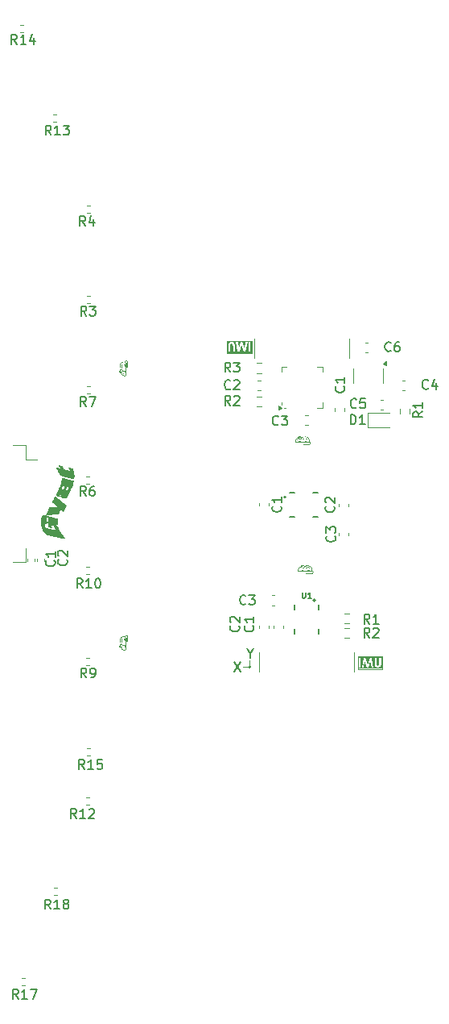
<source format=gbr>
%TF.GenerationSoftware,KiCad,Pcbnew,8.0.3*%
%TF.CreationDate,2025-05-12T21:07:43+02:00*%
%TF.ProjectId,IMU_PCBs,494d555f-5043-4427-932e-6b696361645f,rev?*%
%TF.SameCoordinates,Original*%
%TF.FileFunction,Legend,Top*%
%TF.FilePolarity,Positive*%
%FSLAX46Y46*%
G04 Gerber Fmt 4.6, Leading zero omitted, Abs format (unit mm)*
G04 Created by KiCad (PCBNEW 8.0.3) date 2025-05-12 21:07:43*
%MOMM*%
%LPD*%
G01*
G04 APERTURE LIST*
%ADD10C,0.100000*%
%ADD11C,0.170000*%
%ADD12C,0.200000*%
%ADD13C,0.150000*%
%ADD14C,0.160000*%
%ADD15C,0.000000*%
%ADD16C,0.120000*%
%ADD17C,0.127000*%
G04 APERTURE END LIST*
D10*
X100560000Y-122710000D02*
X100560000Y-122010000D01*
X111960000Y-121610000D02*
X114560000Y-121610000D01*
X114560000Y-122910000D01*
X111960000Y-122910000D01*
X111960000Y-121610000D01*
X98170000Y-88480000D02*
X100770000Y-88480000D01*
X100770000Y-89730000D01*
X98170000Y-89730000D01*
X98170000Y-88480000D01*
X100701421Y-122710000D02*
G75*
G02*
X100418579Y-122710000I-141421J0D01*
G01*
X100418579Y-122710000D02*
G75*
G02*
X100701421Y-122710000I141421J0D01*
G01*
X99860000Y-122710000D02*
X100560000Y-122710000D01*
X100660000Y-122710000D02*
G75*
G02*
X100460000Y-122710000I-100000J0D01*
G01*
X100460000Y-122710000D02*
G75*
G02*
X100660000Y-122710000I100000J0D01*
G01*
D11*
X100600413Y-121302588D02*
X100600413Y-121778779D01*
X100267080Y-120778779D02*
X100600413Y-121302588D01*
X100600413Y-121302588D02*
X100933746Y-120778779D01*
D12*
G36*
X100779505Y-89727161D02*
G01*
X98214995Y-89727161D01*
X98214995Y-89015945D01*
X98326106Y-89015945D01*
X98326106Y-89616050D01*
X98519302Y-89616050D01*
X98519302Y-88990788D01*
X98519800Y-88955245D01*
X98523300Y-88901947D01*
X98533468Y-88854012D01*
X98547138Y-88829019D01*
X98584270Y-88795150D01*
X98621730Y-88778495D01*
X98671709Y-88771946D01*
X98705804Y-88774866D01*
X98753775Y-88792707D01*
X98773133Y-88807042D01*
X98802623Y-88848150D01*
X98808333Y-88865768D01*
X98815546Y-88915029D01*
X98817278Y-88966852D01*
X98817278Y-89616050D01*
X99010474Y-89616050D01*
X99010474Y-89015945D01*
X99009928Y-88972630D01*
X99007063Y-88913754D01*
X99001742Y-88862194D01*
X98992431Y-88811287D01*
X98975547Y-88760467D01*
X98968547Y-88746537D01*
X98939352Y-88703299D01*
X98901142Y-88664974D01*
X98859043Y-88634682D01*
X98821998Y-88615077D01*
X98779077Y-88600000D01*
X99150669Y-88600000D01*
X99321151Y-89616050D01*
X99506531Y-89616050D01*
X99743447Y-88907257D01*
X99976943Y-89616050D01*
X100165254Y-89616050D01*
X100477397Y-89616050D01*
X100668394Y-89616050D01*
X100668394Y-88600000D01*
X100477397Y-88600000D01*
X100477397Y-89616050D01*
X100165254Y-89616050D01*
X100339644Y-88600000D01*
X100152309Y-88600000D01*
X100041667Y-89241625D01*
X99829420Y-88600000D01*
X99659672Y-88600000D01*
X99444738Y-89241625D01*
X99336050Y-88600000D01*
X99150669Y-88600000D01*
X98779077Y-88600000D01*
X98770383Y-88596946D01*
X98720741Y-88587513D01*
X98667557Y-88584368D01*
X98622056Y-88586455D01*
X98570852Y-88594672D01*
X98520523Y-88610746D01*
X98486118Y-88627825D01*
X98443912Y-88657569D01*
X98408904Y-88691835D01*
X98389242Y-88715969D01*
X98362498Y-88758267D01*
X98343447Y-88805408D01*
X98333574Y-88856843D01*
X98328968Y-88908027D01*
X98326715Y-88962330D01*
X98326106Y-89015945D01*
X98214995Y-89015945D01*
X98214995Y-88473257D01*
X100779505Y-88473257D01*
X100779505Y-89727161D01*
G37*
D11*
X98914699Y-122178779D02*
X99581365Y-123178779D01*
X99581365Y-122178779D02*
X98914699Y-123178779D01*
G36*
X114515004Y-122866742D02*
G01*
X111950494Y-122866742D01*
X111950494Y-122740000D01*
X112061605Y-122740000D01*
X112252602Y-122740000D01*
X112390355Y-122740000D01*
X112577690Y-122740000D01*
X112688332Y-122098374D01*
X112900579Y-122740000D01*
X113070327Y-122740000D01*
X113285261Y-122098374D01*
X113393949Y-122740000D01*
X113579330Y-122740000D01*
X113509539Y-122324054D01*
X113719525Y-122324054D01*
X113720071Y-122367369D01*
X113722936Y-122426245D01*
X113728257Y-122477805D01*
X113737568Y-122528712D01*
X113754452Y-122579532D01*
X113761452Y-122593462D01*
X113790647Y-122636700D01*
X113828857Y-122675025D01*
X113870956Y-122705317D01*
X113908001Y-122724922D01*
X113959616Y-122743053D01*
X114009258Y-122752486D01*
X114062442Y-122755631D01*
X114107943Y-122753544D01*
X114159147Y-122745327D01*
X114209476Y-122729253D01*
X114243881Y-122712174D01*
X114286087Y-122682430D01*
X114321095Y-122648164D01*
X114340757Y-122624030D01*
X114367501Y-122581732D01*
X114386552Y-122534591D01*
X114396425Y-122483156D01*
X114401031Y-122431972D01*
X114403284Y-122377669D01*
X114403893Y-122324054D01*
X114403893Y-121723949D01*
X114210697Y-121723949D01*
X114210697Y-122349211D01*
X114210199Y-122384754D01*
X114206699Y-122438052D01*
X114196531Y-122485987D01*
X114182861Y-122510980D01*
X114145729Y-122544849D01*
X114108269Y-122561504D01*
X114058290Y-122568053D01*
X114024195Y-122565133D01*
X113976224Y-122547292D01*
X113956866Y-122532957D01*
X113927376Y-122491849D01*
X113921666Y-122474231D01*
X113914453Y-122424970D01*
X113912721Y-122373147D01*
X113912721Y-121723949D01*
X113719525Y-121723949D01*
X113719525Y-122324054D01*
X113509539Y-122324054D01*
X113408848Y-121723949D01*
X113223468Y-121723949D01*
X112986552Y-122432742D01*
X112753056Y-121723949D01*
X112564745Y-121723949D01*
X112390355Y-122740000D01*
X112252602Y-122740000D01*
X112252602Y-121723949D01*
X112061605Y-121723949D01*
X112061605Y-122740000D01*
X111950494Y-122740000D01*
X111950494Y-121612838D01*
X114515004Y-121612838D01*
X114515004Y-122866742D01*
G37*
X81298540Y-111428038D02*
X81346160Y-111475657D01*
X81346160Y-111475657D02*
X81393779Y-111618514D01*
X81393779Y-111618514D02*
X81393779Y-111713752D01*
X81393779Y-111713752D02*
X81346160Y-111856609D01*
X81346160Y-111856609D02*
X81250921Y-111951847D01*
X81250921Y-111951847D02*
X81155683Y-111999466D01*
X81155683Y-111999466D02*
X80965207Y-112047085D01*
X80965207Y-112047085D02*
X80822350Y-112047085D01*
X80822350Y-112047085D02*
X80631874Y-111999466D01*
X80631874Y-111999466D02*
X80536636Y-111951847D01*
X80536636Y-111951847D02*
X80441398Y-111856609D01*
X80441398Y-111856609D02*
X80393779Y-111713752D01*
X80393779Y-111713752D02*
X80393779Y-111618514D01*
X80393779Y-111618514D02*
X80441398Y-111475657D01*
X80441398Y-111475657D02*
X80489017Y-111428038D01*
X80489017Y-111047085D02*
X80441398Y-110999466D01*
X80441398Y-110999466D02*
X80393779Y-110904228D01*
X80393779Y-110904228D02*
X80393779Y-110666133D01*
X80393779Y-110666133D02*
X80441398Y-110570895D01*
X80441398Y-110570895D02*
X80489017Y-110523276D01*
X80489017Y-110523276D02*
X80584255Y-110475657D01*
X80584255Y-110475657D02*
X80679493Y-110475657D01*
X80679493Y-110475657D02*
X80822350Y-110523276D01*
X80822350Y-110523276D02*
X81393779Y-111094704D01*
X81393779Y-111094704D02*
X81393779Y-110475657D01*
X82347142Y-138595151D02*
X82013809Y-138118960D01*
X81775714Y-138595151D02*
X81775714Y-137595151D01*
X81775714Y-137595151D02*
X82156666Y-137595151D01*
X82156666Y-137595151D02*
X82251904Y-137642770D01*
X82251904Y-137642770D02*
X82299523Y-137690389D01*
X82299523Y-137690389D02*
X82347142Y-137785627D01*
X82347142Y-137785627D02*
X82347142Y-137928484D01*
X82347142Y-137928484D02*
X82299523Y-138023722D01*
X82299523Y-138023722D02*
X82251904Y-138071341D01*
X82251904Y-138071341D02*
X82156666Y-138118960D01*
X82156666Y-138118960D02*
X81775714Y-138118960D01*
X83299523Y-138595151D02*
X82728095Y-138595151D01*
X83013809Y-138595151D02*
X83013809Y-137595151D01*
X83013809Y-137595151D02*
X82918571Y-137738008D01*
X82918571Y-137738008D02*
X82823333Y-137833246D01*
X82823333Y-137833246D02*
X82728095Y-137880865D01*
X83680476Y-137690389D02*
X83728095Y-137642770D01*
X83728095Y-137642770D02*
X83823333Y-137595151D01*
X83823333Y-137595151D02*
X84061428Y-137595151D01*
X84061428Y-137595151D02*
X84156666Y-137642770D01*
X84156666Y-137642770D02*
X84204285Y-137690389D01*
X84204285Y-137690389D02*
X84251904Y-137785627D01*
X84251904Y-137785627D02*
X84251904Y-137880865D01*
X84251904Y-137880865D02*
X84204285Y-138023722D01*
X84204285Y-138023722D02*
X83632857Y-138595151D01*
X83632857Y-138595151D02*
X84251904Y-138595151D01*
X83403333Y-85825151D02*
X83070000Y-85348960D01*
X82831905Y-85825151D02*
X82831905Y-84825151D01*
X82831905Y-84825151D02*
X83212857Y-84825151D01*
X83212857Y-84825151D02*
X83308095Y-84872770D01*
X83308095Y-84872770D02*
X83355714Y-84920389D01*
X83355714Y-84920389D02*
X83403333Y-85015627D01*
X83403333Y-85015627D02*
X83403333Y-85158484D01*
X83403333Y-85158484D02*
X83355714Y-85253722D01*
X83355714Y-85253722D02*
X83308095Y-85301341D01*
X83308095Y-85301341D02*
X83212857Y-85348960D01*
X83212857Y-85348960D02*
X82831905Y-85348960D01*
X83736667Y-84825151D02*
X84355714Y-84825151D01*
X84355714Y-84825151D02*
X84022381Y-85206103D01*
X84022381Y-85206103D02*
X84165238Y-85206103D01*
X84165238Y-85206103D02*
X84260476Y-85253722D01*
X84260476Y-85253722D02*
X84308095Y-85301341D01*
X84308095Y-85301341D02*
X84355714Y-85396579D01*
X84355714Y-85396579D02*
X84355714Y-85634674D01*
X84355714Y-85634674D02*
X84308095Y-85729912D01*
X84308095Y-85729912D02*
X84260476Y-85777532D01*
X84260476Y-85777532D02*
X84165238Y-85825151D01*
X84165238Y-85825151D02*
X83879524Y-85825151D01*
X83879524Y-85825151D02*
X83784286Y-85777532D01*
X83784286Y-85777532D02*
X83736667Y-85729912D01*
X76087142Y-57295151D02*
X75753809Y-56818960D01*
X75515714Y-57295151D02*
X75515714Y-56295151D01*
X75515714Y-56295151D02*
X75896666Y-56295151D01*
X75896666Y-56295151D02*
X75991904Y-56342770D01*
X75991904Y-56342770D02*
X76039523Y-56390389D01*
X76039523Y-56390389D02*
X76087142Y-56485627D01*
X76087142Y-56485627D02*
X76087142Y-56628484D01*
X76087142Y-56628484D02*
X76039523Y-56723722D01*
X76039523Y-56723722D02*
X75991904Y-56771341D01*
X75991904Y-56771341D02*
X75896666Y-56818960D01*
X75896666Y-56818960D02*
X75515714Y-56818960D01*
X77039523Y-57295151D02*
X76468095Y-57295151D01*
X76753809Y-57295151D02*
X76753809Y-56295151D01*
X76753809Y-56295151D02*
X76658571Y-56438008D01*
X76658571Y-56438008D02*
X76563333Y-56533246D01*
X76563333Y-56533246D02*
X76468095Y-56580865D01*
X77896666Y-56628484D02*
X77896666Y-57295151D01*
X77658571Y-56247532D02*
X77420476Y-56961817D01*
X77420476Y-56961817D02*
X78039523Y-56961817D01*
X83385833Y-123835151D02*
X83052500Y-123358960D01*
X82814405Y-123835151D02*
X82814405Y-122835151D01*
X82814405Y-122835151D02*
X83195357Y-122835151D01*
X83195357Y-122835151D02*
X83290595Y-122882770D01*
X83290595Y-122882770D02*
X83338214Y-122930389D01*
X83338214Y-122930389D02*
X83385833Y-123025627D01*
X83385833Y-123025627D02*
X83385833Y-123168484D01*
X83385833Y-123168484D02*
X83338214Y-123263722D01*
X83338214Y-123263722D02*
X83290595Y-123311341D01*
X83290595Y-123311341D02*
X83195357Y-123358960D01*
X83195357Y-123358960D02*
X82814405Y-123358960D01*
X83862024Y-123835151D02*
X84052500Y-123835151D01*
X84052500Y-123835151D02*
X84147738Y-123787532D01*
X84147738Y-123787532D02*
X84195357Y-123739912D01*
X84195357Y-123739912D02*
X84290595Y-123597055D01*
X84290595Y-123597055D02*
X84338214Y-123406579D01*
X84338214Y-123406579D02*
X84338214Y-123025627D01*
X84338214Y-123025627D02*
X84290595Y-122930389D01*
X84290595Y-122930389D02*
X84242976Y-122882770D01*
X84242976Y-122882770D02*
X84147738Y-122835151D01*
X84147738Y-122835151D02*
X83957262Y-122835151D01*
X83957262Y-122835151D02*
X83862024Y-122882770D01*
X83862024Y-122882770D02*
X83814405Y-122930389D01*
X83814405Y-122930389D02*
X83766786Y-123025627D01*
X83766786Y-123025627D02*
X83766786Y-123263722D01*
X83766786Y-123263722D02*
X83814405Y-123358960D01*
X83814405Y-123358960D02*
X83862024Y-123406579D01*
X83862024Y-123406579D02*
X83957262Y-123454198D01*
X83957262Y-123454198D02*
X84147738Y-123454198D01*
X84147738Y-123454198D02*
X84242976Y-123406579D01*
X84242976Y-123406579D02*
X84290595Y-123358960D01*
X84290595Y-123358960D02*
X84338214Y-123263722D01*
X83343333Y-95325151D02*
X83010000Y-94848960D01*
X82771905Y-95325151D02*
X82771905Y-94325151D01*
X82771905Y-94325151D02*
X83152857Y-94325151D01*
X83152857Y-94325151D02*
X83248095Y-94372770D01*
X83248095Y-94372770D02*
X83295714Y-94420389D01*
X83295714Y-94420389D02*
X83343333Y-94515627D01*
X83343333Y-94515627D02*
X83343333Y-94658484D01*
X83343333Y-94658484D02*
X83295714Y-94753722D01*
X83295714Y-94753722D02*
X83248095Y-94801341D01*
X83248095Y-94801341D02*
X83152857Y-94848960D01*
X83152857Y-94848960D02*
X82771905Y-94848960D01*
X83676667Y-94325151D02*
X84343333Y-94325151D01*
X84343333Y-94325151D02*
X83914762Y-95325151D01*
X79677142Y-66845151D02*
X79343809Y-66368960D01*
X79105714Y-66845151D02*
X79105714Y-65845151D01*
X79105714Y-65845151D02*
X79486666Y-65845151D01*
X79486666Y-65845151D02*
X79581904Y-65892770D01*
X79581904Y-65892770D02*
X79629523Y-65940389D01*
X79629523Y-65940389D02*
X79677142Y-66035627D01*
X79677142Y-66035627D02*
X79677142Y-66178484D01*
X79677142Y-66178484D02*
X79629523Y-66273722D01*
X79629523Y-66273722D02*
X79581904Y-66321341D01*
X79581904Y-66321341D02*
X79486666Y-66368960D01*
X79486666Y-66368960D02*
X79105714Y-66368960D01*
X80629523Y-66845151D02*
X80058095Y-66845151D01*
X80343809Y-66845151D02*
X80343809Y-65845151D01*
X80343809Y-65845151D02*
X80248571Y-65988008D01*
X80248571Y-65988008D02*
X80153333Y-66083246D01*
X80153333Y-66083246D02*
X80058095Y-66130865D01*
X80962857Y-65845151D02*
X81581904Y-65845151D01*
X81581904Y-65845151D02*
X81248571Y-66226103D01*
X81248571Y-66226103D02*
X81391428Y-66226103D01*
X81391428Y-66226103D02*
X81486666Y-66273722D01*
X81486666Y-66273722D02*
X81534285Y-66321341D01*
X81534285Y-66321341D02*
X81581904Y-66416579D01*
X81581904Y-66416579D02*
X81581904Y-66654674D01*
X81581904Y-66654674D02*
X81534285Y-66749912D01*
X81534285Y-66749912D02*
X81486666Y-66797532D01*
X81486666Y-66797532D02*
X81391428Y-66845151D01*
X81391428Y-66845151D02*
X81105714Y-66845151D01*
X81105714Y-66845151D02*
X81010476Y-66797532D01*
X81010476Y-66797532D02*
X80962857Y-66749912D01*
X83343333Y-104745151D02*
X83010000Y-104268960D01*
X82771905Y-104745151D02*
X82771905Y-103745151D01*
X82771905Y-103745151D02*
X83152857Y-103745151D01*
X83152857Y-103745151D02*
X83248095Y-103792770D01*
X83248095Y-103792770D02*
X83295714Y-103840389D01*
X83295714Y-103840389D02*
X83343333Y-103935627D01*
X83343333Y-103935627D02*
X83343333Y-104078484D01*
X83343333Y-104078484D02*
X83295714Y-104173722D01*
X83295714Y-104173722D02*
X83248095Y-104221341D01*
X83248095Y-104221341D02*
X83152857Y-104268960D01*
X83152857Y-104268960D02*
X82771905Y-104268960D01*
X84200476Y-103745151D02*
X84010000Y-103745151D01*
X84010000Y-103745151D02*
X83914762Y-103792770D01*
X83914762Y-103792770D02*
X83867143Y-103840389D01*
X83867143Y-103840389D02*
X83771905Y-103983246D01*
X83771905Y-103983246D02*
X83724286Y-104173722D01*
X83724286Y-104173722D02*
X83724286Y-104554674D01*
X83724286Y-104554674D02*
X83771905Y-104649912D01*
X83771905Y-104649912D02*
X83819524Y-104697532D01*
X83819524Y-104697532D02*
X83914762Y-104745151D01*
X83914762Y-104745151D02*
X84105238Y-104745151D01*
X84105238Y-104745151D02*
X84200476Y-104697532D01*
X84200476Y-104697532D02*
X84248095Y-104649912D01*
X84248095Y-104649912D02*
X84295714Y-104554674D01*
X84295714Y-104554674D02*
X84295714Y-104316579D01*
X84295714Y-104316579D02*
X84248095Y-104221341D01*
X84248095Y-104221341D02*
X84200476Y-104173722D01*
X84200476Y-104173722D02*
X84105238Y-104126103D01*
X84105238Y-104126103D02*
X83914762Y-104126103D01*
X83914762Y-104126103D02*
X83819524Y-104173722D01*
X83819524Y-104173722D02*
X83771905Y-104221341D01*
X83771905Y-104221341D02*
X83724286Y-104316579D01*
X82987142Y-114415151D02*
X82653809Y-113938960D01*
X82415714Y-114415151D02*
X82415714Y-113415151D01*
X82415714Y-113415151D02*
X82796666Y-113415151D01*
X82796666Y-113415151D02*
X82891904Y-113462770D01*
X82891904Y-113462770D02*
X82939523Y-113510389D01*
X82939523Y-113510389D02*
X82987142Y-113605627D01*
X82987142Y-113605627D02*
X82987142Y-113748484D01*
X82987142Y-113748484D02*
X82939523Y-113843722D01*
X82939523Y-113843722D02*
X82891904Y-113891341D01*
X82891904Y-113891341D02*
X82796666Y-113938960D01*
X82796666Y-113938960D02*
X82415714Y-113938960D01*
X83939523Y-114415151D02*
X83368095Y-114415151D01*
X83653809Y-114415151D02*
X83653809Y-113415151D01*
X83653809Y-113415151D02*
X83558571Y-113558008D01*
X83558571Y-113558008D02*
X83463333Y-113653246D01*
X83463333Y-113653246D02*
X83368095Y-113700865D01*
X84558571Y-113415151D02*
X84653809Y-113415151D01*
X84653809Y-113415151D02*
X84749047Y-113462770D01*
X84749047Y-113462770D02*
X84796666Y-113510389D01*
X84796666Y-113510389D02*
X84844285Y-113605627D01*
X84844285Y-113605627D02*
X84891904Y-113796103D01*
X84891904Y-113796103D02*
X84891904Y-114034198D01*
X84891904Y-114034198D02*
X84844285Y-114224674D01*
X84844285Y-114224674D02*
X84796666Y-114319912D01*
X84796666Y-114319912D02*
X84749047Y-114367532D01*
X84749047Y-114367532D02*
X84653809Y-114415151D01*
X84653809Y-114415151D02*
X84558571Y-114415151D01*
X84558571Y-114415151D02*
X84463333Y-114367532D01*
X84463333Y-114367532D02*
X84415714Y-114319912D01*
X84415714Y-114319912D02*
X84368095Y-114224674D01*
X84368095Y-114224674D02*
X84320476Y-114034198D01*
X84320476Y-114034198D02*
X84320476Y-113796103D01*
X84320476Y-113796103D02*
X84368095Y-113605627D01*
X84368095Y-113605627D02*
X84415714Y-113510389D01*
X84415714Y-113510389D02*
X84463333Y-113462770D01*
X84463333Y-113462770D02*
X84558571Y-113415151D01*
X83293333Y-76365151D02*
X82960000Y-75888960D01*
X82721905Y-76365151D02*
X82721905Y-75365151D01*
X82721905Y-75365151D02*
X83102857Y-75365151D01*
X83102857Y-75365151D02*
X83198095Y-75412770D01*
X83198095Y-75412770D02*
X83245714Y-75460389D01*
X83245714Y-75460389D02*
X83293333Y-75555627D01*
X83293333Y-75555627D02*
X83293333Y-75698484D01*
X83293333Y-75698484D02*
X83245714Y-75793722D01*
X83245714Y-75793722D02*
X83198095Y-75841341D01*
X83198095Y-75841341D02*
X83102857Y-75888960D01*
X83102857Y-75888960D02*
X82721905Y-75888960D01*
X84150476Y-75698484D02*
X84150476Y-76365151D01*
X83912381Y-75317532D02*
X83674286Y-76031817D01*
X83674286Y-76031817D02*
X84293333Y-76031817D01*
X79637142Y-148125151D02*
X79303809Y-147648960D01*
X79065714Y-148125151D02*
X79065714Y-147125151D01*
X79065714Y-147125151D02*
X79446666Y-147125151D01*
X79446666Y-147125151D02*
X79541904Y-147172770D01*
X79541904Y-147172770D02*
X79589523Y-147220389D01*
X79589523Y-147220389D02*
X79637142Y-147315627D01*
X79637142Y-147315627D02*
X79637142Y-147458484D01*
X79637142Y-147458484D02*
X79589523Y-147553722D01*
X79589523Y-147553722D02*
X79541904Y-147601341D01*
X79541904Y-147601341D02*
X79446666Y-147648960D01*
X79446666Y-147648960D02*
X79065714Y-147648960D01*
X80589523Y-148125151D02*
X80018095Y-148125151D01*
X80303809Y-148125151D02*
X80303809Y-147125151D01*
X80303809Y-147125151D02*
X80208571Y-147268008D01*
X80208571Y-147268008D02*
X80113333Y-147363246D01*
X80113333Y-147363246D02*
X80018095Y-147410865D01*
X81160952Y-147553722D02*
X81065714Y-147506103D01*
X81065714Y-147506103D02*
X81018095Y-147458484D01*
X81018095Y-147458484D02*
X80970476Y-147363246D01*
X80970476Y-147363246D02*
X80970476Y-147315627D01*
X80970476Y-147315627D02*
X81018095Y-147220389D01*
X81018095Y-147220389D02*
X81065714Y-147172770D01*
X81065714Y-147172770D02*
X81160952Y-147125151D01*
X81160952Y-147125151D02*
X81351428Y-147125151D01*
X81351428Y-147125151D02*
X81446666Y-147172770D01*
X81446666Y-147172770D02*
X81494285Y-147220389D01*
X81494285Y-147220389D02*
X81541904Y-147315627D01*
X81541904Y-147315627D02*
X81541904Y-147363246D01*
X81541904Y-147363246D02*
X81494285Y-147458484D01*
X81494285Y-147458484D02*
X81446666Y-147506103D01*
X81446666Y-147506103D02*
X81351428Y-147553722D01*
X81351428Y-147553722D02*
X81160952Y-147553722D01*
X81160952Y-147553722D02*
X81065714Y-147601341D01*
X81065714Y-147601341D02*
X81018095Y-147648960D01*
X81018095Y-147648960D02*
X80970476Y-147744198D01*
X80970476Y-147744198D02*
X80970476Y-147934674D01*
X80970476Y-147934674D02*
X81018095Y-148029912D01*
X81018095Y-148029912D02*
X81065714Y-148077532D01*
X81065714Y-148077532D02*
X81160952Y-148125151D01*
X81160952Y-148125151D02*
X81351428Y-148125151D01*
X81351428Y-148125151D02*
X81446666Y-148077532D01*
X81446666Y-148077532D02*
X81494285Y-148029912D01*
X81494285Y-148029912D02*
X81541904Y-147934674D01*
X81541904Y-147934674D02*
X81541904Y-147744198D01*
X81541904Y-147744198D02*
X81494285Y-147648960D01*
X81494285Y-147648960D02*
X81446666Y-147601341D01*
X81446666Y-147601341D02*
X81351428Y-147553722D01*
X83177142Y-133435151D02*
X82843809Y-132958960D01*
X82605714Y-133435151D02*
X82605714Y-132435151D01*
X82605714Y-132435151D02*
X82986666Y-132435151D01*
X82986666Y-132435151D02*
X83081904Y-132482770D01*
X83081904Y-132482770D02*
X83129523Y-132530389D01*
X83129523Y-132530389D02*
X83177142Y-132625627D01*
X83177142Y-132625627D02*
X83177142Y-132768484D01*
X83177142Y-132768484D02*
X83129523Y-132863722D01*
X83129523Y-132863722D02*
X83081904Y-132911341D01*
X83081904Y-132911341D02*
X82986666Y-132958960D01*
X82986666Y-132958960D02*
X82605714Y-132958960D01*
X84129523Y-133435151D02*
X83558095Y-133435151D01*
X83843809Y-133435151D02*
X83843809Y-132435151D01*
X83843809Y-132435151D02*
X83748571Y-132578008D01*
X83748571Y-132578008D02*
X83653333Y-132673246D01*
X83653333Y-132673246D02*
X83558095Y-132720865D01*
X85034285Y-132435151D02*
X84558095Y-132435151D01*
X84558095Y-132435151D02*
X84510476Y-132911341D01*
X84510476Y-132911341D02*
X84558095Y-132863722D01*
X84558095Y-132863722D02*
X84653333Y-132816103D01*
X84653333Y-132816103D02*
X84891428Y-132816103D01*
X84891428Y-132816103D02*
X84986666Y-132863722D01*
X84986666Y-132863722D02*
X85034285Y-132911341D01*
X85034285Y-132911341D02*
X85081904Y-133006579D01*
X85081904Y-133006579D02*
X85081904Y-133244674D01*
X85081904Y-133244674D02*
X85034285Y-133339912D01*
X85034285Y-133339912D02*
X84986666Y-133387532D01*
X84986666Y-133387532D02*
X84891428Y-133435151D01*
X84891428Y-133435151D02*
X84653333Y-133435151D01*
X84653333Y-133435151D02*
X84558095Y-133387532D01*
X84558095Y-133387532D02*
X84510476Y-133339912D01*
X80018540Y-111528038D02*
X80066160Y-111575657D01*
X80066160Y-111575657D02*
X80113779Y-111718514D01*
X80113779Y-111718514D02*
X80113779Y-111813752D01*
X80113779Y-111813752D02*
X80066160Y-111956609D01*
X80066160Y-111956609D02*
X79970921Y-112051847D01*
X79970921Y-112051847D02*
X79875683Y-112099466D01*
X79875683Y-112099466D02*
X79685207Y-112147085D01*
X79685207Y-112147085D02*
X79542350Y-112147085D01*
X79542350Y-112147085D02*
X79351874Y-112099466D01*
X79351874Y-112099466D02*
X79256636Y-112051847D01*
X79256636Y-112051847D02*
X79161398Y-111956609D01*
X79161398Y-111956609D02*
X79113779Y-111813752D01*
X79113779Y-111813752D02*
X79113779Y-111718514D01*
X79113779Y-111718514D02*
X79161398Y-111575657D01*
X79161398Y-111575657D02*
X79209017Y-111528038D01*
X80113779Y-110575657D02*
X80113779Y-111147085D01*
X80113779Y-110861371D02*
X79113779Y-110861371D01*
X79113779Y-110861371D02*
X79256636Y-110956609D01*
X79256636Y-110956609D02*
X79351874Y-111051847D01*
X79351874Y-111051847D02*
X79399493Y-111147085D01*
X76217142Y-157555151D02*
X75883809Y-157078960D01*
X75645714Y-157555151D02*
X75645714Y-156555151D01*
X75645714Y-156555151D02*
X76026666Y-156555151D01*
X76026666Y-156555151D02*
X76121904Y-156602770D01*
X76121904Y-156602770D02*
X76169523Y-156650389D01*
X76169523Y-156650389D02*
X76217142Y-156745627D01*
X76217142Y-156745627D02*
X76217142Y-156888484D01*
X76217142Y-156888484D02*
X76169523Y-156983722D01*
X76169523Y-156983722D02*
X76121904Y-157031341D01*
X76121904Y-157031341D02*
X76026666Y-157078960D01*
X76026666Y-157078960D02*
X75645714Y-157078960D01*
X77169523Y-157555151D02*
X76598095Y-157555151D01*
X76883809Y-157555151D02*
X76883809Y-156555151D01*
X76883809Y-156555151D02*
X76788571Y-156698008D01*
X76788571Y-156698008D02*
X76693333Y-156793246D01*
X76693333Y-156793246D02*
X76598095Y-156840865D01*
X77502857Y-156555151D02*
X78169523Y-156555151D01*
X78169523Y-156555151D02*
X77740952Y-157555151D01*
X115428333Y-89488540D02*
X115380714Y-89536160D01*
X115380714Y-89536160D02*
X115237857Y-89583779D01*
X115237857Y-89583779D02*
X115142619Y-89583779D01*
X115142619Y-89583779D02*
X114999762Y-89536160D01*
X114999762Y-89536160D02*
X114904524Y-89440921D01*
X114904524Y-89440921D02*
X114856905Y-89345683D01*
X114856905Y-89345683D02*
X114809286Y-89155207D01*
X114809286Y-89155207D02*
X114809286Y-89012350D01*
X114809286Y-89012350D02*
X114856905Y-88821874D01*
X114856905Y-88821874D02*
X114904524Y-88726636D01*
X114904524Y-88726636D02*
X114999762Y-88631398D01*
X114999762Y-88631398D02*
X115142619Y-88583779D01*
X115142619Y-88583779D02*
X115237857Y-88583779D01*
X115237857Y-88583779D02*
X115380714Y-88631398D01*
X115380714Y-88631398D02*
X115428333Y-88679017D01*
X116285476Y-88583779D02*
X116095000Y-88583779D01*
X116095000Y-88583779D02*
X115999762Y-88631398D01*
X115999762Y-88631398D02*
X115952143Y-88679017D01*
X115952143Y-88679017D02*
X115856905Y-88821874D01*
X115856905Y-88821874D02*
X115809286Y-89012350D01*
X115809286Y-89012350D02*
X115809286Y-89393302D01*
X115809286Y-89393302D02*
X115856905Y-89488540D01*
X115856905Y-89488540D02*
X115904524Y-89536160D01*
X115904524Y-89536160D02*
X115999762Y-89583779D01*
X115999762Y-89583779D02*
X116190238Y-89583779D01*
X116190238Y-89583779D02*
X116285476Y-89536160D01*
X116285476Y-89536160D02*
X116333095Y-89488540D01*
X116333095Y-89488540D02*
X116380714Y-89393302D01*
X116380714Y-89393302D02*
X116380714Y-89155207D01*
X116380714Y-89155207D02*
X116333095Y-89059969D01*
X116333095Y-89059969D02*
X116285476Y-89012350D01*
X116285476Y-89012350D02*
X116190238Y-88964731D01*
X116190238Y-88964731D02*
X115999762Y-88964731D01*
X115999762Y-88964731D02*
X115904524Y-89012350D01*
X115904524Y-89012350D02*
X115856905Y-89059969D01*
X115856905Y-89059969D02*
X115809286Y-89155207D01*
X98540833Y-95233779D02*
X98207500Y-94757588D01*
X97969405Y-95233779D02*
X97969405Y-94233779D01*
X97969405Y-94233779D02*
X98350357Y-94233779D01*
X98350357Y-94233779D02*
X98445595Y-94281398D01*
X98445595Y-94281398D02*
X98493214Y-94329017D01*
X98493214Y-94329017D02*
X98540833Y-94424255D01*
X98540833Y-94424255D02*
X98540833Y-94567112D01*
X98540833Y-94567112D02*
X98493214Y-94662350D01*
X98493214Y-94662350D02*
X98445595Y-94709969D01*
X98445595Y-94709969D02*
X98350357Y-94757588D01*
X98350357Y-94757588D02*
X97969405Y-94757588D01*
X98921786Y-94329017D02*
X98969405Y-94281398D01*
X98969405Y-94281398D02*
X99064643Y-94233779D01*
X99064643Y-94233779D02*
X99302738Y-94233779D01*
X99302738Y-94233779D02*
X99397976Y-94281398D01*
X99397976Y-94281398D02*
X99445595Y-94329017D01*
X99445595Y-94329017D02*
X99493214Y-94424255D01*
X99493214Y-94424255D02*
X99493214Y-94519493D01*
X99493214Y-94519493D02*
X99445595Y-94662350D01*
X99445595Y-94662350D02*
X98874167Y-95233779D01*
X98874167Y-95233779D02*
X99493214Y-95233779D01*
X119365833Y-93438540D02*
X119318214Y-93486160D01*
X119318214Y-93486160D02*
X119175357Y-93533779D01*
X119175357Y-93533779D02*
X119080119Y-93533779D01*
X119080119Y-93533779D02*
X118937262Y-93486160D01*
X118937262Y-93486160D02*
X118842024Y-93390921D01*
X118842024Y-93390921D02*
X118794405Y-93295683D01*
X118794405Y-93295683D02*
X118746786Y-93105207D01*
X118746786Y-93105207D02*
X118746786Y-92962350D01*
X118746786Y-92962350D02*
X118794405Y-92771874D01*
X118794405Y-92771874D02*
X118842024Y-92676636D01*
X118842024Y-92676636D02*
X118937262Y-92581398D01*
X118937262Y-92581398D02*
X119080119Y-92533779D01*
X119080119Y-92533779D02*
X119175357Y-92533779D01*
X119175357Y-92533779D02*
X119318214Y-92581398D01*
X119318214Y-92581398D02*
X119365833Y-92629017D01*
X120222976Y-92867112D02*
X120222976Y-93533779D01*
X119984881Y-92486160D02*
X119746786Y-93200445D01*
X119746786Y-93200445D02*
X120365833Y-93200445D01*
D13*
X113193333Y-119614819D02*
X112860000Y-119138628D01*
X112621905Y-119614819D02*
X112621905Y-118614819D01*
X112621905Y-118614819D02*
X113002857Y-118614819D01*
X113002857Y-118614819D02*
X113098095Y-118662438D01*
X113098095Y-118662438D02*
X113145714Y-118710057D01*
X113145714Y-118710057D02*
X113193333Y-118805295D01*
X113193333Y-118805295D02*
X113193333Y-118948152D01*
X113193333Y-118948152D02*
X113145714Y-119043390D01*
X113145714Y-119043390D02*
X113098095Y-119091009D01*
X113098095Y-119091009D02*
X113002857Y-119138628D01*
X113002857Y-119138628D02*
X112621905Y-119138628D01*
X113574286Y-118710057D02*
X113621905Y-118662438D01*
X113621905Y-118662438D02*
X113717143Y-118614819D01*
X113717143Y-118614819D02*
X113955238Y-118614819D01*
X113955238Y-118614819D02*
X114050476Y-118662438D01*
X114050476Y-118662438D02*
X114098095Y-118710057D01*
X114098095Y-118710057D02*
X114145714Y-118805295D01*
X114145714Y-118805295D02*
X114145714Y-118900533D01*
X114145714Y-118900533D02*
X114098095Y-119043390D01*
X114098095Y-119043390D02*
X113526667Y-119614819D01*
X113526667Y-119614819D02*
X114145714Y-119614819D01*
D11*
X98540833Y-93488540D02*
X98493214Y-93536160D01*
X98493214Y-93536160D02*
X98350357Y-93583779D01*
X98350357Y-93583779D02*
X98255119Y-93583779D01*
X98255119Y-93583779D02*
X98112262Y-93536160D01*
X98112262Y-93536160D02*
X98017024Y-93440921D01*
X98017024Y-93440921D02*
X97969405Y-93345683D01*
X97969405Y-93345683D02*
X97921786Y-93155207D01*
X97921786Y-93155207D02*
X97921786Y-93012350D01*
X97921786Y-93012350D02*
X97969405Y-92821874D01*
X97969405Y-92821874D02*
X98017024Y-92726636D01*
X98017024Y-92726636D02*
X98112262Y-92631398D01*
X98112262Y-92631398D02*
X98255119Y-92583779D01*
X98255119Y-92583779D02*
X98350357Y-92583779D01*
X98350357Y-92583779D02*
X98493214Y-92631398D01*
X98493214Y-92631398D02*
X98540833Y-92679017D01*
X98921786Y-92679017D02*
X98969405Y-92631398D01*
X98969405Y-92631398D02*
X99064643Y-92583779D01*
X99064643Y-92583779D02*
X99302738Y-92583779D01*
X99302738Y-92583779D02*
X99397976Y-92631398D01*
X99397976Y-92631398D02*
X99445595Y-92679017D01*
X99445595Y-92679017D02*
X99493214Y-92774255D01*
X99493214Y-92774255D02*
X99493214Y-92869493D01*
X99493214Y-92869493D02*
X99445595Y-93012350D01*
X99445595Y-93012350D02*
X98874167Y-93583779D01*
X98874167Y-93583779D02*
X99493214Y-93583779D01*
X100168333Y-116068540D02*
X100120714Y-116116160D01*
X100120714Y-116116160D02*
X99977857Y-116163779D01*
X99977857Y-116163779D02*
X99882619Y-116163779D01*
X99882619Y-116163779D02*
X99739762Y-116116160D01*
X99739762Y-116116160D02*
X99644524Y-116020921D01*
X99644524Y-116020921D02*
X99596905Y-115925683D01*
X99596905Y-115925683D02*
X99549286Y-115735207D01*
X99549286Y-115735207D02*
X99549286Y-115592350D01*
X99549286Y-115592350D02*
X99596905Y-115401874D01*
X99596905Y-115401874D02*
X99644524Y-115306636D01*
X99644524Y-115306636D02*
X99739762Y-115211398D01*
X99739762Y-115211398D02*
X99882619Y-115163779D01*
X99882619Y-115163779D02*
X99977857Y-115163779D01*
X99977857Y-115163779D02*
X100120714Y-115211398D01*
X100120714Y-115211398D02*
X100168333Y-115259017D01*
X100501667Y-115163779D02*
X101120714Y-115163779D01*
X101120714Y-115163779D02*
X100787381Y-115544731D01*
X100787381Y-115544731D02*
X100930238Y-115544731D01*
X100930238Y-115544731D02*
X101025476Y-115592350D01*
X101025476Y-115592350D02*
X101073095Y-115639969D01*
X101073095Y-115639969D02*
X101120714Y-115735207D01*
X101120714Y-115735207D02*
X101120714Y-115973302D01*
X101120714Y-115973302D02*
X101073095Y-116068540D01*
X101073095Y-116068540D02*
X101025476Y-116116160D01*
X101025476Y-116116160D02*
X100930238Y-116163779D01*
X100930238Y-116163779D02*
X100644524Y-116163779D01*
X100644524Y-116163779D02*
X100549286Y-116116160D01*
X100549286Y-116116160D02*
X100501667Y-116068540D01*
D13*
X106102857Y-114879771D02*
X106102857Y-115365485D01*
X106102857Y-115365485D02*
X106131428Y-115422628D01*
X106131428Y-115422628D02*
X106160000Y-115451200D01*
X106160000Y-115451200D02*
X106217142Y-115479771D01*
X106217142Y-115479771D02*
X106331428Y-115479771D01*
X106331428Y-115479771D02*
X106388571Y-115451200D01*
X106388571Y-115451200D02*
X106417142Y-115422628D01*
X106417142Y-115422628D02*
X106445714Y-115365485D01*
X106445714Y-115365485D02*
X106445714Y-114879771D01*
X107045713Y-115479771D02*
X106702856Y-115479771D01*
X106874285Y-115479771D02*
X106874285Y-114879771D01*
X106874285Y-114879771D02*
X106817142Y-114965485D01*
X106817142Y-114965485D02*
X106759999Y-115022628D01*
X106759999Y-115022628D02*
X106702856Y-115051200D01*
D14*
X103829060Y-105811666D02*
X103876680Y-105859285D01*
X103876680Y-105859285D02*
X103924299Y-106002142D01*
X103924299Y-106002142D02*
X103924299Y-106097380D01*
X103924299Y-106097380D02*
X103876680Y-106240237D01*
X103876680Y-106240237D02*
X103781441Y-106335475D01*
X103781441Y-106335475D02*
X103686203Y-106383094D01*
X103686203Y-106383094D02*
X103495727Y-106430713D01*
X103495727Y-106430713D02*
X103352870Y-106430713D01*
X103352870Y-106430713D02*
X103162394Y-106383094D01*
X103162394Y-106383094D02*
X103067156Y-106335475D01*
X103067156Y-106335475D02*
X102971918Y-106240237D01*
X102971918Y-106240237D02*
X102924299Y-106097380D01*
X102924299Y-106097380D02*
X102924299Y-106002142D01*
X102924299Y-106002142D02*
X102971918Y-105859285D01*
X102971918Y-105859285D02*
X103019537Y-105811666D01*
X103924299Y-104859285D02*
X103924299Y-105430713D01*
X103924299Y-105144999D02*
X102924299Y-105144999D01*
X102924299Y-105144999D02*
X103067156Y-105240237D01*
X103067156Y-105240237D02*
X103162394Y-105335475D01*
X103162394Y-105335475D02*
X103210013Y-105430713D01*
X109529060Y-108936666D02*
X109576680Y-108984285D01*
X109576680Y-108984285D02*
X109624299Y-109127142D01*
X109624299Y-109127142D02*
X109624299Y-109222380D01*
X109624299Y-109222380D02*
X109576680Y-109365237D01*
X109576680Y-109365237D02*
X109481441Y-109460475D01*
X109481441Y-109460475D02*
X109386203Y-109508094D01*
X109386203Y-109508094D02*
X109195727Y-109555713D01*
X109195727Y-109555713D02*
X109052870Y-109555713D01*
X109052870Y-109555713D02*
X108862394Y-109508094D01*
X108862394Y-109508094D02*
X108767156Y-109460475D01*
X108767156Y-109460475D02*
X108671918Y-109365237D01*
X108671918Y-109365237D02*
X108624299Y-109222380D01*
X108624299Y-109222380D02*
X108624299Y-109127142D01*
X108624299Y-109127142D02*
X108671918Y-108984285D01*
X108671918Y-108984285D02*
X108719537Y-108936666D01*
X108624299Y-108603332D02*
X108624299Y-107984285D01*
X108624299Y-107984285D02*
X109005251Y-108317618D01*
X109005251Y-108317618D02*
X109005251Y-108174761D01*
X109005251Y-108174761D02*
X109052870Y-108079523D01*
X109052870Y-108079523D02*
X109100489Y-108031904D01*
X109100489Y-108031904D02*
X109195727Y-107984285D01*
X109195727Y-107984285D02*
X109433822Y-107984285D01*
X109433822Y-107984285D02*
X109529060Y-108031904D01*
X109529060Y-108031904D02*
X109576680Y-108079523D01*
X109576680Y-108079523D02*
X109624299Y-108174761D01*
X109624299Y-108174761D02*
X109624299Y-108460475D01*
X109624299Y-108460475D02*
X109576680Y-108555713D01*
X109576680Y-108555713D02*
X109529060Y-108603332D01*
D11*
X110478540Y-93246666D02*
X110526160Y-93294285D01*
X110526160Y-93294285D02*
X110573779Y-93437142D01*
X110573779Y-93437142D02*
X110573779Y-93532380D01*
X110573779Y-93532380D02*
X110526160Y-93675237D01*
X110526160Y-93675237D02*
X110430921Y-93770475D01*
X110430921Y-93770475D02*
X110335683Y-93818094D01*
X110335683Y-93818094D02*
X110145207Y-93865713D01*
X110145207Y-93865713D02*
X110002350Y-93865713D01*
X110002350Y-93865713D02*
X109811874Y-93818094D01*
X109811874Y-93818094D02*
X109716636Y-93770475D01*
X109716636Y-93770475D02*
X109621398Y-93675237D01*
X109621398Y-93675237D02*
X109573779Y-93532380D01*
X109573779Y-93532380D02*
X109573779Y-93437142D01*
X109573779Y-93437142D02*
X109621398Y-93294285D01*
X109621398Y-93294285D02*
X109669017Y-93246666D01*
X110573779Y-92294285D02*
X110573779Y-92865713D01*
X110573779Y-92579999D02*
X109573779Y-92579999D01*
X109573779Y-92579999D02*
X109716636Y-92675237D01*
X109716636Y-92675237D02*
X109811874Y-92770475D01*
X109811874Y-92770475D02*
X109859493Y-92865713D01*
X100918540Y-118376666D02*
X100966160Y-118424285D01*
X100966160Y-118424285D02*
X101013779Y-118567142D01*
X101013779Y-118567142D02*
X101013779Y-118662380D01*
X101013779Y-118662380D02*
X100966160Y-118805237D01*
X100966160Y-118805237D02*
X100870921Y-118900475D01*
X100870921Y-118900475D02*
X100775683Y-118948094D01*
X100775683Y-118948094D02*
X100585207Y-118995713D01*
X100585207Y-118995713D02*
X100442350Y-118995713D01*
X100442350Y-118995713D02*
X100251874Y-118948094D01*
X100251874Y-118948094D02*
X100156636Y-118900475D01*
X100156636Y-118900475D02*
X100061398Y-118805237D01*
X100061398Y-118805237D02*
X100013779Y-118662380D01*
X100013779Y-118662380D02*
X100013779Y-118567142D01*
X100013779Y-118567142D02*
X100061398Y-118424285D01*
X100061398Y-118424285D02*
X100109017Y-118376666D01*
X101013779Y-117424285D02*
X101013779Y-117995713D01*
X101013779Y-117709999D02*
X100013779Y-117709999D01*
X100013779Y-117709999D02*
X100156636Y-117805237D01*
X100156636Y-117805237D02*
X100251874Y-117900475D01*
X100251874Y-117900475D02*
X100299493Y-117995713D01*
X111803333Y-95438540D02*
X111755714Y-95486160D01*
X111755714Y-95486160D02*
X111612857Y-95533779D01*
X111612857Y-95533779D02*
X111517619Y-95533779D01*
X111517619Y-95533779D02*
X111374762Y-95486160D01*
X111374762Y-95486160D02*
X111279524Y-95390921D01*
X111279524Y-95390921D02*
X111231905Y-95295683D01*
X111231905Y-95295683D02*
X111184286Y-95105207D01*
X111184286Y-95105207D02*
X111184286Y-94962350D01*
X111184286Y-94962350D02*
X111231905Y-94771874D01*
X111231905Y-94771874D02*
X111279524Y-94676636D01*
X111279524Y-94676636D02*
X111374762Y-94581398D01*
X111374762Y-94581398D02*
X111517619Y-94533779D01*
X111517619Y-94533779D02*
X111612857Y-94533779D01*
X111612857Y-94533779D02*
X111755714Y-94581398D01*
X111755714Y-94581398D02*
X111803333Y-94629017D01*
X112708095Y-94533779D02*
X112231905Y-94533779D01*
X112231905Y-94533779D02*
X112184286Y-95009969D01*
X112184286Y-95009969D02*
X112231905Y-94962350D01*
X112231905Y-94962350D02*
X112327143Y-94914731D01*
X112327143Y-94914731D02*
X112565238Y-94914731D01*
X112565238Y-94914731D02*
X112660476Y-94962350D01*
X112660476Y-94962350D02*
X112708095Y-95009969D01*
X112708095Y-95009969D02*
X112755714Y-95105207D01*
X112755714Y-95105207D02*
X112755714Y-95343302D01*
X112755714Y-95343302D02*
X112708095Y-95438540D01*
X112708095Y-95438540D02*
X112660476Y-95486160D01*
X112660476Y-95486160D02*
X112565238Y-95533779D01*
X112565238Y-95533779D02*
X112327143Y-95533779D01*
X112327143Y-95533779D02*
X112231905Y-95486160D01*
X112231905Y-95486160D02*
X112184286Y-95438540D01*
D13*
X113193333Y-118164819D02*
X112860000Y-117688628D01*
X112621905Y-118164819D02*
X112621905Y-117164819D01*
X112621905Y-117164819D02*
X113002857Y-117164819D01*
X113002857Y-117164819D02*
X113098095Y-117212438D01*
X113098095Y-117212438D02*
X113145714Y-117260057D01*
X113145714Y-117260057D02*
X113193333Y-117355295D01*
X113193333Y-117355295D02*
X113193333Y-117498152D01*
X113193333Y-117498152D02*
X113145714Y-117593390D01*
X113145714Y-117593390D02*
X113098095Y-117641009D01*
X113098095Y-117641009D02*
X113002857Y-117688628D01*
X113002857Y-117688628D02*
X112621905Y-117688628D01*
X114145714Y-118164819D02*
X113574286Y-118164819D01*
X113860000Y-118164819D02*
X113860000Y-117164819D01*
X113860000Y-117164819D02*
X113764762Y-117307676D01*
X113764762Y-117307676D02*
X113669524Y-117402914D01*
X113669524Y-117402914D02*
X113574286Y-117450533D01*
D14*
X109429060Y-105836666D02*
X109476680Y-105884285D01*
X109476680Y-105884285D02*
X109524299Y-106027142D01*
X109524299Y-106027142D02*
X109524299Y-106122380D01*
X109524299Y-106122380D02*
X109476680Y-106265237D01*
X109476680Y-106265237D02*
X109381441Y-106360475D01*
X109381441Y-106360475D02*
X109286203Y-106408094D01*
X109286203Y-106408094D02*
X109095727Y-106455713D01*
X109095727Y-106455713D02*
X108952870Y-106455713D01*
X108952870Y-106455713D02*
X108762394Y-106408094D01*
X108762394Y-106408094D02*
X108667156Y-106360475D01*
X108667156Y-106360475D02*
X108571918Y-106265237D01*
X108571918Y-106265237D02*
X108524299Y-106122380D01*
X108524299Y-106122380D02*
X108524299Y-106027142D01*
X108524299Y-106027142D02*
X108571918Y-105884285D01*
X108571918Y-105884285D02*
X108619537Y-105836666D01*
X108619537Y-105455713D02*
X108571918Y-105408094D01*
X108571918Y-105408094D02*
X108524299Y-105312856D01*
X108524299Y-105312856D02*
X108524299Y-105074761D01*
X108524299Y-105074761D02*
X108571918Y-104979523D01*
X108571918Y-104979523D02*
X108619537Y-104931904D01*
X108619537Y-104931904D02*
X108714775Y-104884285D01*
X108714775Y-104884285D02*
X108810013Y-104884285D01*
X108810013Y-104884285D02*
X108952870Y-104931904D01*
X108952870Y-104931904D02*
X109524299Y-105503332D01*
X109524299Y-105503332D02*
X109524299Y-104884285D01*
D11*
X98540833Y-91733779D02*
X98207500Y-91257588D01*
X97969405Y-91733779D02*
X97969405Y-90733779D01*
X97969405Y-90733779D02*
X98350357Y-90733779D01*
X98350357Y-90733779D02*
X98445595Y-90781398D01*
X98445595Y-90781398D02*
X98493214Y-90829017D01*
X98493214Y-90829017D02*
X98540833Y-90924255D01*
X98540833Y-90924255D02*
X98540833Y-91067112D01*
X98540833Y-91067112D02*
X98493214Y-91162350D01*
X98493214Y-91162350D02*
X98445595Y-91209969D01*
X98445595Y-91209969D02*
X98350357Y-91257588D01*
X98350357Y-91257588D02*
X97969405Y-91257588D01*
X98874167Y-90733779D02*
X99493214Y-90733779D01*
X99493214Y-90733779D02*
X99159881Y-91114731D01*
X99159881Y-91114731D02*
X99302738Y-91114731D01*
X99302738Y-91114731D02*
X99397976Y-91162350D01*
X99397976Y-91162350D02*
X99445595Y-91209969D01*
X99445595Y-91209969D02*
X99493214Y-91305207D01*
X99493214Y-91305207D02*
X99493214Y-91543302D01*
X99493214Y-91543302D02*
X99445595Y-91638540D01*
X99445595Y-91638540D02*
X99397976Y-91686160D01*
X99397976Y-91686160D02*
X99302738Y-91733779D01*
X99302738Y-91733779D02*
X99017024Y-91733779D01*
X99017024Y-91733779D02*
X98921786Y-91686160D01*
X98921786Y-91686160D02*
X98874167Y-91638540D01*
X99418540Y-118376666D02*
X99466160Y-118424285D01*
X99466160Y-118424285D02*
X99513779Y-118567142D01*
X99513779Y-118567142D02*
X99513779Y-118662380D01*
X99513779Y-118662380D02*
X99466160Y-118805237D01*
X99466160Y-118805237D02*
X99370921Y-118900475D01*
X99370921Y-118900475D02*
X99275683Y-118948094D01*
X99275683Y-118948094D02*
X99085207Y-118995713D01*
X99085207Y-118995713D02*
X98942350Y-118995713D01*
X98942350Y-118995713D02*
X98751874Y-118948094D01*
X98751874Y-118948094D02*
X98656636Y-118900475D01*
X98656636Y-118900475D02*
X98561398Y-118805237D01*
X98561398Y-118805237D02*
X98513779Y-118662380D01*
X98513779Y-118662380D02*
X98513779Y-118567142D01*
X98513779Y-118567142D02*
X98561398Y-118424285D01*
X98561398Y-118424285D02*
X98609017Y-118376666D01*
X98609017Y-117995713D02*
X98561398Y-117948094D01*
X98561398Y-117948094D02*
X98513779Y-117852856D01*
X98513779Y-117852856D02*
X98513779Y-117614761D01*
X98513779Y-117614761D02*
X98561398Y-117519523D01*
X98561398Y-117519523D02*
X98609017Y-117471904D01*
X98609017Y-117471904D02*
X98704255Y-117424285D01*
X98704255Y-117424285D02*
X98799493Y-117424285D01*
X98799493Y-117424285D02*
X98942350Y-117471904D01*
X98942350Y-117471904D02*
X99513779Y-118043332D01*
X99513779Y-118043332D02*
X99513779Y-117424285D01*
X111181905Y-97233779D02*
X111181905Y-96233779D01*
X111181905Y-96233779D02*
X111420000Y-96233779D01*
X111420000Y-96233779D02*
X111562857Y-96281398D01*
X111562857Y-96281398D02*
X111658095Y-96376636D01*
X111658095Y-96376636D02*
X111705714Y-96471874D01*
X111705714Y-96471874D02*
X111753333Y-96662350D01*
X111753333Y-96662350D02*
X111753333Y-96805207D01*
X111753333Y-96805207D02*
X111705714Y-96995683D01*
X111705714Y-96995683D02*
X111658095Y-97090921D01*
X111658095Y-97090921D02*
X111562857Y-97186160D01*
X111562857Y-97186160D02*
X111420000Y-97233779D01*
X111420000Y-97233779D02*
X111181905Y-97233779D01*
X112705714Y-97233779D02*
X112134286Y-97233779D01*
X112420000Y-97233779D02*
X112420000Y-96233779D01*
X112420000Y-96233779D02*
X112324762Y-96376636D01*
X112324762Y-96376636D02*
X112229524Y-96471874D01*
X112229524Y-96471874D02*
X112134286Y-96519493D01*
X103603333Y-97238540D02*
X103555714Y-97286160D01*
X103555714Y-97286160D02*
X103412857Y-97333779D01*
X103412857Y-97333779D02*
X103317619Y-97333779D01*
X103317619Y-97333779D02*
X103174762Y-97286160D01*
X103174762Y-97286160D02*
X103079524Y-97190921D01*
X103079524Y-97190921D02*
X103031905Y-97095683D01*
X103031905Y-97095683D02*
X102984286Y-96905207D01*
X102984286Y-96905207D02*
X102984286Y-96762350D01*
X102984286Y-96762350D02*
X103031905Y-96571874D01*
X103031905Y-96571874D02*
X103079524Y-96476636D01*
X103079524Y-96476636D02*
X103174762Y-96381398D01*
X103174762Y-96381398D02*
X103317619Y-96333779D01*
X103317619Y-96333779D02*
X103412857Y-96333779D01*
X103412857Y-96333779D02*
X103555714Y-96381398D01*
X103555714Y-96381398D02*
X103603333Y-96429017D01*
X103936667Y-96333779D02*
X104555714Y-96333779D01*
X104555714Y-96333779D02*
X104222381Y-96714731D01*
X104222381Y-96714731D02*
X104365238Y-96714731D01*
X104365238Y-96714731D02*
X104460476Y-96762350D01*
X104460476Y-96762350D02*
X104508095Y-96809969D01*
X104508095Y-96809969D02*
X104555714Y-96905207D01*
X104555714Y-96905207D02*
X104555714Y-97143302D01*
X104555714Y-97143302D02*
X104508095Y-97238540D01*
X104508095Y-97238540D02*
X104460476Y-97286160D01*
X104460476Y-97286160D02*
X104365238Y-97333779D01*
X104365238Y-97333779D02*
X104079524Y-97333779D01*
X104079524Y-97333779D02*
X103984286Y-97286160D01*
X103984286Y-97286160D02*
X103936667Y-97238540D01*
X118773779Y-95896666D02*
X118297588Y-96229999D01*
X118773779Y-96468094D02*
X117773779Y-96468094D01*
X117773779Y-96468094D02*
X117773779Y-96087142D01*
X117773779Y-96087142D02*
X117821398Y-95991904D01*
X117821398Y-95991904D02*
X117869017Y-95944285D01*
X117869017Y-95944285D02*
X117964255Y-95896666D01*
X117964255Y-95896666D02*
X118107112Y-95896666D01*
X118107112Y-95896666D02*
X118202350Y-95944285D01*
X118202350Y-95944285D02*
X118249969Y-95991904D01*
X118249969Y-95991904D02*
X118297588Y-96087142D01*
X118297588Y-96087142D02*
X118297588Y-96468094D01*
X118773779Y-94944285D02*
X118773779Y-95515713D01*
X118773779Y-95229999D02*
X117773779Y-95229999D01*
X117773779Y-95229999D02*
X117916636Y-95325237D01*
X117916636Y-95325237D02*
X118011874Y-95420475D01*
X118011874Y-95420475D02*
X118059493Y-95515713D01*
D15*
%TO.C,mouse-bite-2.54mm-4.66mm*%
G36*
X87633002Y-90535021D02*
G01*
X87641723Y-90535686D01*
X87650318Y-90536780D01*
X87658777Y-90538293D01*
X87667088Y-90540214D01*
X87675240Y-90542533D01*
X87683223Y-90545237D01*
X87691026Y-90548318D01*
X87698638Y-90551762D01*
X87706048Y-90555561D01*
X87713246Y-90559702D01*
X87720220Y-90564176D01*
X87726959Y-90568971D01*
X87733453Y-90574076D01*
X87739691Y-90579481D01*
X87745663Y-90585174D01*
X87751356Y-90591145D01*
X87756761Y-90597383D01*
X87761866Y-90603878D01*
X87766661Y-90610617D01*
X87771134Y-90617591D01*
X87775276Y-90624788D01*
X87779074Y-90632198D01*
X87782519Y-90639810D01*
X87785599Y-90647613D01*
X87788304Y-90655597D01*
X87790622Y-90663749D01*
X87792543Y-90672060D01*
X87794057Y-90680518D01*
X87795151Y-90689113D01*
X87795815Y-90697835D01*
X87796039Y-90706671D01*
X87796039Y-91268593D01*
X87795990Y-91270526D01*
X87795845Y-91272433D01*
X87795606Y-91274314D01*
X87795275Y-91276164D01*
X87794854Y-91277982D01*
X87794347Y-91279765D01*
X87793756Y-91281511D01*
X87793082Y-91283218D01*
X87792328Y-91284884D01*
X87791497Y-91286504D01*
X87790591Y-91288079D01*
X87789613Y-91289604D01*
X87788564Y-91291079D01*
X87787447Y-91292499D01*
X87786265Y-91293864D01*
X87785019Y-91295170D01*
X87783713Y-91296416D01*
X87782349Y-91297598D01*
X87780928Y-91298715D01*
X87779454Y-91299763D01*
X87777928Y-91300742D01*
X87776354Y-91301648D01*
X87774733Y-91302479D01*
X87773068Y-91303232D01*
X87771361Y-91303906D01*
X87769615Y-91304498D01*
X87767831Y-91305005D01*
X87766013Y-91305425D01*
X87764163Y-91305756D01*
X87762283Y-91305996D01*
X87760375Y-91306141D01*
X87758442Y-91306190D01*
X87756509Y-91306141D01*
X87754601Y-91305996D01*
X87752721Y-91305756D01*
X87750871Y-91305425D01*
X87749053Y-91305005D01*
X87747270Y-91304498D01*
X87745523Y-91303906D01*
X87743816Y-91303232D01*
X87742151Y-91302479D01*
X87740530Y-91301648D01*
X87738956Y-91300742D01*
X87737430Y-91299763D01*
X87735956Y-91298715D01*
X87734535Y-91297598D01*
X87733171Y-91296416D01*
X87731865Y-91295170D01*
X87730619Y-91293864D01*
X87729437Y-91292499D01*
X87728320Y-91291079D01*
X87727271Y-91289604D01*
X87726293Y-91288079D01*
X87725387Y-91286505D01*
X87724556Y-91284884D01*
X87723802Y-91283218D01*
X87723129Y-91281511D01*
X87722537Y-91279765D01*
X87722030Y-91277982D01*
X87721609Y-91276164D01*
X87721278Y-91274314D01*
X87721039Y-91272433D01*
X87720894Y-91270526D01*
X87720845Y-91268593D01*
X87720845Y-90706486D01*
X87720719Y-90701515D01*
X87720345Y-90696610D01*
X87719730Y-90691775D01*
X87718878Y-90687017D01*
X87717798Y-90682342D01*
X87716494Y-90677756D01*
X87714972Y-90673266D01*
X87713240Y-90668877D01*
X87711302Y-90664595D01*
X87709165Y-90660427D01*
X87706836Y-90656378D01*
X87704319Y-90652455D01*
X87701622Y-90648664D01*
X87698751Y-90645011D01*
X87695710Y-90641502D01*
X87692508Y-90638144D01*
X87689149Y-90634941D01*
X87685640Y-90631901D01*
X87681987Y-90629029D01*
X87678196Y-90626332D01*
X87674273Y-90623816D01*
X87670225Y-90621486D01*
X87666057Y-90619350D01*
X87661775Y-90617412D01*
X87657386Y-90615679D01*
X87652895Y-90614158D01*
X87648309Y-90612854D01*
X87643635Y-90611773D01*
X87638877Y-90610922D01*
X87634042Y-90610306D01*
X87629136Y-90609933D01*
X87624166Y-90609807D01*
X87619196Y-90609933D01*
X87614290Y-90610306D01*
X87609455Y-90610922D01*
X87604697Y-90611773D01*
X87600023Y-90612854D01*
X87595437Y-90614158D01*
X87590946Y-90615679D01*
X87586557Y-90617412D01*
X87582275Y-90619350D01*
X87578107Y-90621486D01*
X87574059Y-90623816D01*
X87570136Y-90626332D01*
X87566345Y-90629029D01*
X87562692Y-90631901D01*
X87559183Y-90634941D01*
X87555824Y-90638144D01*
X87552622Y-90641502D01*
X87549581Y-90645011D01*
X87546710Y-90648664D01*
X87544013Y-90652455D01*
X87541496Y-90656378D01*
X87539167Y-90660427D01*
X87537030Y-90664595D01*
X87535092Y-90668877D01*
X87533360Y-90673266D01*
X87531838Y-90677756D01*
X87530534Y-90682342D01*
X87529454Y-90687017D01*
X87528602Y-90691775D01*
X87527987Y-90696610D01*
X87527613Y-90701515D01*
X87527487Y-90706486D01*
X87527487Y-90744638D01*
X87532222Y-90751572D01*
X87536698Y-90758685D01*
X87540910Y-90765972D01*
X87544851Y-90773427D01*
X87548513Y-90781042D01*
X87551891Y-90788811D01*
X87554979Y-90796727D01*
X87557769Y-90804785D01*
X87560255Y-90812977D01*
X87562431Y-90821297D01*
X87564290Y-90829739D01*
X87565825Y-90838296D01*
X87567031Y-90846961D01*
X87567900Y-90855729D01*
X87568427Y-90864591D01*
X87568604Y-90873543D01*
X87568604Y-92046653D01*
X87568066Y-92060543D01*
X87567394Y-92067344D01*
X87566454Y-92074038D01*
X87565246Y-92080616D01*
X87563770Y-92087069D01*
X87562027Y-92093389D01*
X87560017Y-92099567D01*
X87557741Y-92105595D01*
X87555198Y-92111463D01*
X87552389Y-92117164D01*
X87549314Y-92122688D01*
X87545974Y-92128027D01*
X87542368Y-92133172D01*
X87538498Y-92138114D01*
X87534363Y-92142845D01*
X87529964Y-92147357D01*
X87525301Y-92151640D01*
X87520374Y-92155687D01*
X87515184Y-92159487D01*
X87509731Y-92163033D01*
X87504016Y-92166316D01*
X87498037Y-92169328D01*
X87491797Y-92172059D01*
X87485295Y-92174501D01*
X87478531Y-92176646D01*
X87471507Y-92178485D01*
X87464221Y-92180008D01*
X87456675Y-92181208D01*
X87448868Y-92182076D01*
X87440802Y-92182603D01*
X87432661Y-92182777D01*
X87432475Y-92182781D01*
X87415587Y-92182420D01*
X87398762Y-92181343D01*
X87382023Y-92179558D01*
X87365395Y-92177074D01*
X87348902Y-92173900D01*
X87332567Y-92170045D01*
X87316415Y-92165517D01*
X87300468Y-92160324D01*
X87284752Y-92154477D01*
X87269289Y-92147982D01*
X87254105Y-92140849D01*
X87239222Y-92133087D01*
X87224665Y-92124704D01*
X87210457Y-92115710D01*
X87196622Y-92106111D01*
X87183185Y-92095918D01*
X87171403Y-92086185D01*
X87160027Y-92076024D01*
X87149065Y-92065452D01*
X87138527Y-92054484D01*
X87128423Y-92043136D01*
X87118763Y-92031425D01*
X87109557Y-92019365D01*
X87100814Y-92006972D01*
X87092544Y-91994263D01*
X87084757Y-91981252D01*
X87077463Y-91967956D01*
X87070671Y-91954390D01*
X87064391Y-91940571D01*
X87058634Y-91926513D01*
X87053408Y-91912232D01*
X87048724Y-91897745D01*
X87044278Y-91897702D01*
X87039831Y-91897569D01*
X87035379Y-91897345D01*
X87030921Y-91897028D01*
X87030203Y-91896961D01*
X87026454Y-91896615D01*
X87021976Y-91896105D01*
X87017485Y-91895494D01*
X87012979Y-91894782D01*
X87003483Y-91893019D01*
X86994172Y-91890861D01*
X86985057Y-91888322D01*
X86976147Y-91885414D01*
X86967452Y-91882148D01*
X86958983Y-91878537D01*
X86950749Y-91874594D01*
X86942761Y-91870329D01*
X86935030Y-91865755D01*
X86927565Y-91860885D01*
X86920376Y-91855731D01*
X86913474Y-91850304D01*
X86906869Y-91844617D01*
X86900570Y-91838682D01*
X86894589Y-91832511D01*
X86888935Y-91826116D01*
X86883619Y-91819510D01*
X86878650Y-91812704D01*
X86874039Y-91805711D01*
X86869797Y-91798543D01*
X86865932Y-91791211D01*
X86862456Y-91783729D01*
X86859378Y-91776108D01*
X86856709Y-91768360D01*
X86854459Y-91760498D01*
X86852638Y-91752533D01*
X86851256Y-91744479D01*
X86850324Y-91736346D01*
X86849851Y-91728147D01*
X86849849Y-91723252D01*
X86925176Y-91723252D01*
X86925238Y-91727754D01*
X86925586Y-91732233D01*
X86926212Y-91736681D01*
X86927110Y-91741092D01*
X86928274Y-91745459D01*
X86929698Y-91749775D01*
X86931376Y-91754034D01*
X86933301Y-91758229D01*
X86935466Y-91762352D01*
X86937866Y-91766398D01*
X86940494Y-91770359D01*
X86943344Y-91774228D01*
X86946409Y-91778000D01*
X86949684Y-91781666D01*
X86953161Y-91785221D01*
X86956835Y-91788657D01*
X86960700Y-91791967D01*
X86964748Y-91795146D01*
X86968975Y-91798185D01*
X86973372Y-91801079D01*
X86977935Y-91803821D01*
X86982656Y-91806403D01*
X86987530Y-91808819D01*
X86992551Y-91811062D01*
X86997711Y-91813126D01*
X87003004Y-91815004D01*
X87008425Y-91816688D01*
X87013967Y-91818172D01*
X87019623Y-91819450D01*
X87025387Y-91820514D01*
X87026609Y-91820786D01*
X87027204Y-91820911D01*
X87027795Y-91821023D01*
X87028386Y-91821118D01*
X87028982Y-91821191D01*
X87029282Y-91821218D01*
X87029586Y-91821238D01*
X87029892Y-91821250D01*
X87030203Y-91821254D01*
X87023535Y-91792732D01*
X87018484Y-91790224D01*
X87013473Y-91787564D01*
X87008511Y-91784756D01*
X87003602Y-91781805D01*
X86998755Y-91778715D01*
X86993974Y-91775491D01*
X86989268Y-91772136D01*
X86984642Y-91768655D01*
X86980349Y-91765272D01*
X86976152Y-91761792D01*
X86972054Y-91758218D01*
X86968054Y-91754553D01*
X86964154Y-91750801D01*
X86960355Y-91746963D01*
X86956658Y-91743043D01*
X86953064Y-91739045D01*
X86949574Y-91734971D01*
X86946189Y-91730823D01*
X86942911Y-91726606D01*
X86939740Y-91722321D01*
X86936678Y-91717973D01*
X86933725Y-91713563D01*
X86930883Y-91709096D01*
X86928153Y-91704573D01*
X86927754Y-91705754D01*
X86927389Y-91706937D01*
X86927059Y-91708125D01*
X86926764Y-91709319D01*
X86926504Y-91710522D01*
X86926278Y-91711735D01*
X86926087Y-91712962D01*
X86925931Y-91714204D01*
X86925404Y-91718733D01*
X86925176Y-91723252D01*
X86849849Y-91723252D01*
X86849848Y-91719895D01*
X86850325Y-91711600D01*
X86851292Y-91703277D01*
X86852405Y-91696860D01*
X86853796Y-91690531D01*
X86855463Y-91684295D01*
X86857401Y-91678158D01*
X86859607Y-91672125D01*
X86862078Y-91666202D01*
X86864809Y-91660394D01*
X86867798Y-91654706D01*
X86871041Y-91649144D01*
X86874535Y-91643713D01*
X86878275Y-91638420D01*
X86882259Y-91633268D01*
X86886483Y-91628264D01*
X86890943Y-91623413D01*
X86895635Y-91618720D01*
X86900557Y-91614191D01*
X86900398Y-91607859D01*
X86900402Y-91607548D01*
X86975596Y-91607548D01*
X86975747Y-91612387D01*
X86976138Y-91617272D01*
X86976768Y-91622192D01*
X86977633Y-91627137D01*
X86978731Y-91632098D01*
X86980058Y-91637065D01*
X86981612Y-91642027D01*
X86983390Y-91646975D01*
X86985389Y-91651898D01*
X86987607Y-91656788D01*
X86990039Y-91661634D01*
X86992685Y-91666425D01*
X86995540Y-91671154D01*
X86998602Y-91675808D01*
X87001868Y-91680379D01*
X87005335Y-91684856D01*
X87009001Y-91689230D01*
X87012861Y-91693491D01*
X87016915Y-91697629D01*
X87021158Y-91701633D01*
X87025589Y-91705495D01*
X87030203Y-91709203D01*
X87036067Y-91713480D01*
X87042048Y-91717419D01*
X87048128Y-91721013D01*
X87054292Y-91724260D01*
X87060520Y-91727154D01*
X87066796Y-91729691D01*
X87073103Y-91731866D01*
X87079422Y-91733674D01*
X87085737Y-91735111D01*
X87092031Y-91736173D01*
X87098285Y-91736854D01*
X87104483Y-91737150D01*
X87110607Y-91737056D01*
X87116640Y-91736568D01*
X87122565Y-91735682D01*
X87128363Y-91734392D01*
X87130257Y-91733939D01*
X87132149Y-91733586D01*
X87134038Y-91733332D01*
X87135920Y-91733176D01*
X87137794Y-91733114D01*
X87139654Y-91733146D01*
X87141500Y-91733269D01*
X87143328Y-91733483D01*
X87145135Y-91733785D01*
X87146918Y-91734174D01*
X87148674Y-91734648D01*
X87150401Y-91735206D01*
X87152095Y-91735845D01*
X87153754Y-91736564D01*
X87155375Y-91737361D01*
X87156955Y-91738235D01*
X87158491Y-91739183D01*
X87159980Y-91740205D01*
X87161419Y-91741299D01*
X87162806Y-91742462D01*
X87164137Y-91743693D01*
X87165410Y-91744991D01*
X87166622Y-91746353D01*
X87167769Y-91747779D01*
X87168850Y-91749265D01*
X87169861Y-91750812D01*
X87170798Y-91752416D01*
X87171661Y-91754077D01*
X87172444Y-91755792D01*
X87173146Y-91757559D01*
X87173764Y-91759378D01*
X87174295Y-91761247D01*
X87174731Y-91763140D01*
X87175068Y-91765033D01*
X87175307Y-91766921D01*
X87175451Y-91768804D01*
X87175500Y-91770677D01*
X87175457Y-91772538D01*
X87175323Y-91774383D01*
X87175100Y-91776211D01*
X87174789Y-91778018D01*
X87174393Y-91779801D01*
X87173913Y-91781557D01*
X87173351Y-91783284D01*
X87172708Y-91784979D01*
X87171986Y-91786638D01*
X87171188Y-91788259D01*
X87170313Y-91789838D01*
X87169365Y-91791374D01*
X87168345Y-91792863D01*
X87167254Y-91794303D01*
X87166095Y-91795690D01*
X87164868Y-91797021D01*
X87163576Y-91798294D01*
X87162221Y-91799505D01*
X87160804Y-91800653D01*
X87159326Y-91801733D01*
X87157790Y-91802744D01*
X87156197Y-91803682D01*
X87154549Y-91804544D01*
X87152848Y-91805328D01*
X87151095Y-91806030D01*
X87149292Y-91806648D01*
X87147440Y-91807179D01*
X87142275Y-91808472D01*
X87137062Y-91809578D01*
X87131806Y-91810496D01*
X87126511Y-91811230D01*
X87121182Y-91811782D01*
X87115821Y-91812153D01*
X87110435Y-91812347D01*
X87105027Y-91812364D01*
X87115214Y-91855703D01*
X87118619Y-91869020D01*
X87122579Y-91882151D01*
X87127080Y-91895079D01*
X87132114Y-91907787D01*
X87137668Y-91920259D01*
X87143733Y-91932477D01*
X87150297Y-91944425D01*
X87157349Y-91956086D01*
X87164878Y-91967443D01*
X87172874Y-91978480D01*
X87181326Y-91989179D01*
X87190223Y-91999523D01*
X87199554Y-92009497D01*
X87209308Y-92019082D01*
X87219475Y-92028263D01*
X87230043Y-92037022D01*
X87240976Y-92045323D01*
X87252233Y-92053135D01*
X87263793Y-92060453D01*
X87275636Y-92067269D01*
X87287743Y-92073577D01*
X87300094Y-92079371D01*
X87312669Y-92084644D01*
X87325448Y-92089390D01*
X87338412Y-92093601D01*
X87351541Y-92097273D01*
X87364814Y-92100397D01*
X87378212Y-92102968D01*
X87391716Y-92104979D01*
X87405305Y-92106423D01*
X87418960Y-92107295D01*
X87432661Y-92107586D01*
X87435785Y-92107507D01*
X87438869Y-92107270D01*
X87441910Y-92106881D01*
X87444904Y-92106343D01*
X87447846Y-92105660D01*
X87450732Y-92104836D01*
X87453560Y-92103874D01*
X87456324Y-92102780D01*
X87459021Y-92101556D01*
X87461648Y-92100206D01*
X87464199Y-92098735D01*
X87466672Y-92097146D01*
X87469062Y-92095443D01*
X87471366Y-92093630D01*
X87473579Y-92091712D01*
X87475699Y-92089691D01*
X87477719Y-92087572D01*
X87479638Y-92085358D01*
X87481451Y-92083055D01*
X87483154Y-92080664D01*
X87484742Y-92078191D01*
X87486214Y-92075640D01*
X87487563Y-92073013D01*
X87488788Y-92070316D01*
X87489882Y-92067552D01*
X87490844Y-92064724D01*
X87491668Y-92061838D01*
X87492351Y-92058896D01*
X87492889Y-92055902D01*
X87493278Y-92052862D01*
X87493515Y-92049777D01*
X87493594Y-92046653D01*
X87493594Y-91836812D01*
X87483689Y-91833830D01*
X87474066Y-91830178D01*
X87464756Y-91825881D01*
X87455789Y-91820965D01*
X87447195Y-91815454D01*
X87439004Y-91809374D01*
X87431248Y-91802748D01*
X87423956Y-91795603D01*
X87417159Y-91787963D01*
X87410887Y-91779853D01*
X87405171Y-91771298D01*
X87400041Y-91762323D01*
X87395527Y-91752954D01*
X87391660Y-91743214D01*
X87388470Y-91733129D01*
X87385988Y-91722724D01*
X87366912Y-91627341D01*
X87366580Y-91625433D01*
X87366347Y-91623532D01*
X87366212Y-91621639D01*
X87366172Y-91619757D01*
X87366225Y-91617890D01*
X87366371Y-91616040D01*
X87366606Y-91614210D01*
X87366929Y-91612403D01*
X87367339Y-91610621D01*
X87367833Y-91608868D01*
X87368410Y-91607146D01*
X87369067Y-91605457D01*
X87369803Y-91603805D01*
X87370617Y-91602193D01*
X87371506Y-91600622D01*
X87372468Y-91599097D01*
X87373502Y-91597619D01*
X87374606Y-91596192D01*
X87375777Y-91594819D01*
X87377015Y-91593501D01*
X87378317Y-91592242D01*
X87379682Y-91591045D01*
X87381107Y-91589912D01*
X87382591Y-91588847D01*
X87384132Y-91587851D01*
X87385728Y-91586929D01*
X87387377Y-91586082D01*
X87389078Y-91585313D01*
X87390829Y-91584625D01*
X87392627Y-91584021D01*
X87394471Y-91583504D01*
X87396360Y-91583076D01*
X87398268Y-91582745D01*
X87400170Y-91582512D01*
X87402063Y-91582376D01*
X87403944Y-91582336D01*
X87405811Y-91582390D01*
X87407661Y-91582535D01*
X87409491Y-91582770D01*
X87411298Y-91583094D01*
X87413080Y-91583503D01*
X87414833Y-91583998D01*
X87416556Y-91584574D01*
X87418244Y-91585232D01*
X87419896Y-91585968D01*
X87421509Y-91586782D01*
X87423079Y-91587670D01*
X87424604Y-91588633D01*
X87426082Y-91589667D01*
X87427509Y-91590770D01*
X87428883Y-91591942D01*
X87430200Y-91593180D01*
X87431459Y-91594482D01*
X87432656Y-91595846D01*
X87433789Y-91597272D01*
X87434854Y-91598756D01*
X87435850Y-91600296D01*
X87436772Y-91601893D01*
X87437620Y-91603542D01*
X87438388Y-91605243D01*
X87439076Y-91606993D01*
X87439680Y-91608792D01*
X87440197Y-91610636D01*
X87440625Y-91612525D01*
X87459701Y-91707907D01*
X87460566Y-91711722D01*
X87461628Y-91715453D01*
X87462882Y-91719096D01*
X87464320Y-91722645D01*
X87465936Y-91726096D01*
X87467723Y-91729443D01*
X87469675Y-91732680D01*
X87471786Y-91735804D01*
X87474049Y-91738808D01*
X87476457Y-91741687D01*
X87479004Y-91744437D01*
X87481683Y-91747052D01*
X87484488Y-91749527D01*
X87487413Y-91751857D01*
X87490450Y-91754037D01*
X87493594Y-91756061D01*
X87493594Y-91183212D01*
X87483689Y-91180197D01*
X87474066Y-91176516D01*
X87464756Y-91172195D01*
X87455789Y-91167258D01*
X87447194Y-91161729D01*
X87439004Y-91155633D01*
X87431248Y-91148996D01*
X87423956Y-91141841D01*
X87417159Y-91134193D01*
X87410887Y-91126077D01*
X87405171Y-91117518D01*
X87400041Y-91108541D01*
X87395527Y-91099169D01*
X87391660Y-91089429D01*
X87388470Y-91079343D01*
X87385988Y-91068938D01*
X87366912Y-90973556D01*
X87366580Y-90971648D01*
X87366347Y-90969746D01*
X87366212Y-90967853D01*
X87366172Y-90965972D01*
X87366225Y-90964105D01*
X87366370Y-90962255D01*
X87366606Y-90960425D01*
X87366929Y-90958618D01*
X87367339Y-90956836D01*
X87367833Y-90955082D01*
X87368409Y-90953360D01*
X87369067Y-90951672D01*
X87369803Y-90950020D01*
X87370617Y-90948407D01*
X87371506Y-90946837D01*
X87372468Y-90945311D01*
X87373502Y-90943834D01*
X87374606Y-90942407D01*
X87375777Y-90941033D01*
X87377015Y-90939715D01*
X87378317Y-90938457D01*
X87379682Y-90937260D01*
X87381107Y-90936127D01*
X87382591Y-90935061D01*
X87384132Y-90934066D01*
X87385728Y-90933143D01*
X87387377Y-90932296D01*
X87389078Y-90931527D01*
X87390829Y-90930839D01*
X87392627Y-90930236D01*
X87394471Y-90929719D01*
X87396360Y-90929291D01*
X87398268Y-90928959D01*
X87400170Y-90928726D01*
X87402063Y-90928591D01*
X87403944Y-90928551D01*
X87405811Y-90928604D01*
X87407661Y-90928750D01*
X87409491Y-90928985D01*
X87411298Y-90929308D01*
X87413080Y-90929718D01*
X87414833Y-90930212D01*
X87416556Y-90930789D01*
X87418244Y-90931446D01*
X87419896Y-90932183D01*
X87421508Y-90932996D01*
X87423079Y-90933885D01*
X87424604Y-90934847D01*
X87426082Y-90935881D01*
X87427509Y-90936985D01*
X87428882Y-90938156D01*
X87430200Y-90939394D01*
X87431459Y-90940696D01*
X87432656Y-90942061D01*
X87433789Y-90943486D01*
X87434854Y-90944970D01*
X87435850Y-90946511D01*
X87436772Y-90948107D01*
X87437620Y-90949756D01*
X87438388Y-90951457D01*
X87439076Y-90953208D01*
X87439680Y-90955006D01*
X87440197Y-90956851D01*
X87440625Y-90958739D01*
X87459701Y-91054121D01*
X87460566Y-91057936D01*
X87461628Y-91061668D01*
X87462882Y-91065311D01*
X87464320Y-91068860D01*
X87465936Y-91072311D01*
X87467723Y-91075657D01*
X87469675Y-91078895D01*
X87471786Y-91082018D01*
X87474049Y-91085023D01*
X87476457Y-91087902D01*
X87479004Y-91090652D01*
X87481683Y-91093267D01*
X87484488Y-91095742D01*
X87487413Y-91098072D01*
X87490450Y-91100252D01*
X87493594Y-91102276D01*
X87493594Y-90873543D01*
X87493402Y-90865966D01*
X87492830Y-90858487D01*
X87491888Y-90851114D01*
X87490586Y-90843857D01*
X87488934Y-90836725D01*
X87486939Y-90829729D01*
X87484613Y-90822877D01*
X87481964Y-90816178D01*
X87479001Y-90809642D01*
X87475735Y-90803279D01*
X87472174Y-90797098D01*
X87468327Y-90791108D01*
X87464205Y-90785319D01*
X87459817Y-90779739D01*
X87455172Y-90774379D01*
X87450279Y-90769248D01*
X87445147Y-90764355D01*
X87439787Y-90759710D01*
X87434208Y-90755321D01*
X87428419Y-90751199D01*
X87422429Y-90747353D01*
X87416247Y-90743792D01*
X87409884Y-90740525D01*
X87403349Y-90737563D01*
X87396650Y-90734914D01*
X87389798Y-90732587D01*
X87382801Y-90730593D01*
X87375670Y-90728940D01*
X87368413Y-90727638D01*
X87361040Y-90726697D01*
X87353560Y-90726125D01*
X87345983Y-90725932D01*
X87331490Y-90726274D01*
X87317121Y-90727187D01*
X87302888Y-90728664D01*
X87288804Y-90730694D01*
X87274882Y-90733268D01*
X87261135Y-90736377D01*
X87247575Y-90740011D01*
X87234216Y-90744161D01*
X87221070Y-90748817D01*
X87208150Y-90753971D01*
X87195469Y-90759613D01*
X87183040Y-90765732D01*
X87170875Y-90772321D01*
X87158987Y-90779369D01*
X87147390Y-90786868D01*
X87136096Y-90794807D01*
X87125117Y-90803177D01*
X87114467Y-90811970D01*
X87104159Y-90821175D01*
X87094205Y-90830783D01*
X87084618Y-90840785D01*
X87075410Y-90851172D01*
X87066596Y-90861933D01*
X87058187Y-90873060D01*
X87050196Y-90884543D01*
X87042637Y-90896374D01*
X87035521Y-90908541D01*
X87028862Y-90921037D01*
X87022673Y-90933851D01*
X87016967Y-90946974D01*
X87011755Y-90960398D01*
X87007052Y-90974112D01*
X87004267Y-90983271D01*
X87001749Y-90992549D01*
X86999496Y-91001936D01*
X86997511Y-91011425D01*
X86995794Y-91021007D01*
X86994345Y-91030675D01*
X86993167Y-91040419D01*
X86992258Y-91050232D01*
X86991622Y-91060106D01*
X86991257Y-91070033D01*
X86991165Y-91080004D01*
X86991347Y-91090011D01*
X86991803Y-91100047D01*
X86992535Y-91110103D01*
X86993543Y-91120171D01*
X86994828Y-91130242D01*
X87040945Y-91459357D01*
X87049254Y-91459166D01*
X87057577Y-91459419D01*
X87065905Y-91460103D01*
X87074231Y-91461206D01*
X87082545Y-91462717D01*
X87090841Y-91464622D01*
X87099109Y-91466909D01*
X87107342Y-91469567D01*
X87115532Y-91472583D01*
X87123670Y-91475945D01*
X87131749Y-91479640D01*
X87139760Y-91483657D01*
X87147694Y-91487983D01*
X87155545Y-91492607D01*
X87163303Y-91497515D01*
X87170961Y-91502696D01*
X87178387Y-91508096D01*
X87185359Y-91513591D01*
X87191892Y-91519167D01*
X87198001Y-91524810D01*
X87203698Y-91530507D01*
X87209000Y-91536245D01*
X87213919Y-91542009D01*
X87218470Y-91547786D01*
X87222668Y-91553562D01*
X87226527Y-91559323D01*
X87230060Y-91565057D01*
X87233284Y-91570748D01*
X87236210Y-91576384D01*
X87238855Y-91581951D01*
X87241231Y-91587435D01*
X87243355Y-91592823D01*
X87246897Y-91603254D01*
X87249597Y-91613136D01*
X87251568Y-91622358D01*
X87252925Y-91630811D01*
X87253781Y-91638386D01*
X87254251Y-91644975D01*
X87254490Y-91654752D01*
X87254446Y-91656566D01*
X87254315Y-91658361D01*
X87254099Y-91660133D01*
X87253799Y-91661882D01*
X87253418Y-91663605D01*
X87252958Y-91665299D01*
X87252421Y-91666963D01*
X87251808Y-91668593D01*
X87251121Y-91670189D01*
X87250363Y-91671748D01*
X87249535Y-91673267D01*
X87248640Y-91674745D01*
X87247679Y-91676179D01*
X87246654Y-91677566D01*
X87245567Y-91678906D01*
X87244420Y-91680195D01*
X87243214Y-91681432D01*
X87241953Y-91682613D01*
X87240638Y-91683738D01*
X87239270Y-91684803D01*
X87237852Y-91685807D01*
X87236386Y-91686747D01*
X87234873Y-91687622D01*
X87233316Y-91688428D01*
X87231716Y-91689164D01*
X87230075Y-91689828D01*
X87228396Y-91690417D01*
X87226680Y-91690929D01*
X87224929Y-91691362D01*
X87223145Y-91691713D01*
X87221330Y-91691982D01*
X87219486Y-91692164D01*
X87217550Y-91692254D01*
X87215632Y-91692245D01*
X87213736Y-91692141D01*
X87211864Y-91691944D01*
X87210018Y-91691656D01*
X87208201Y-91691279D01*
X87206415Y-91690815D01*
X87204663Y-91690266D01*
X87202948Y-91689635D01*
X87201271Y-91688923D01*
X87199636Y-91688133D01*
X87198044Y-91687268D01*
X87196499Y-91686328D01*
X87195003Y-91685317D01*
X87193559Y-91684237D01*
X87192168Y-91683089D01*
X87190833Y-91681876D01*
X87189558Y-91680600D01*
X87188344Y-91679264D01*
X87187194Y-91677868D01*
X87186110Y-91676417D01*
X87185096Y-91674911D01*
X87184153Y-91673353D01*
X87183283Y-91671745D01*
X87182491Y-91670089D01*
X87181777Y-91668388D01*
X87181145Y-91666643D01*
X87180597Y-91664858D01*
X87180136Y-91663033D01*
X87179763Y-91661171D01*
X87179482Y-91659274D01*
X87179296Y-91657345D01*
X87178633Y-91650778D01*
X87177556Y-91644215D01*
X87176075Y-91637673D01*
X87174200Y-91631170D01*
X87171941Y-91624722D01*
X87169311Y-91618346D01*
X87166318Y-91612060D01*
X87162974Y-91605880D01*
X87159290Y-91599824D01*
X87155275Y-91593909D01*
X87150940Y-91588152D01*
X87146297Y-91582570D01*
X87141355Y-91577180D01*
X87136125Y-91571999D01*
X87130618Y-91567044D01*
X87124844Y-91562333D01*
X87119514Y-91558410D01*
X87114086Y-91554768D01*
X87108575Y-91551411D01*
X87102990Y-91548344D01*
X87097344Y-91545570D01*
X87091650Y-91543092D01*
X87085919Y-91540916D01*
X87080163Y-91539043D01*
X87074394Y-91537479D01*
X87068624Y-91536227D01*
X87062864Y-91535290D01*
X87057128Y-91534673D01*
X87051426Y-91534380D01*
X87045771Y-91534414D01*
X87040174Y-91534778D01*
X87034648Y-91535478D01*
X87031949Y-91535949D01*
X87029141Y-91536536D01*
X87026241Y-91537252D01*
X87023266Y-91538108D01*
X87020234Y-91539118D01*
X87017162Y-91540293D01*
X87014066Y-91541645D01*
X87010965Y-91543187D01*
X87007873Y-91544931D01*
X87004810Y-91546889D01*
X87001792Y-91549073D01*
X86998836Y-91551496D01*
X86995960Y-91554169D01*
X86994556Y-91555603D01*
X86993179Y-91557105D01*
X86991830Y-91558675D01*
X86990512Y-91560316D01*
X86989226Y-91562029D01*
X86987976Y-91563815D01*
X86985559Y-91567658D01*
X86983412Y-91571645D01*
X86981531Y-91575767D01*
X86979915Y-91580013D01*
X86978559Y-91584374D01*
X86977462Y-91588839D01*
X86976619Y-91593399D01*
X86976030Y-91598044D01*
X86975689Y-91602763D01*
X86975596Y-91607548D01*
X86900402Y-91607548D01*
X86900478Y-91601575D01*
X86900793Y-91595345D01*
X86901344Y-91589174D01*
X86902130Y-91583067D01*
X86903149Y-91577029D01*
X86904400Y-91571065D01*
X86905882Y-91565181D01*
X86907594Y-91559381D01*
X86909535Y-91553671D01*
X86911705Y-91548057D01*
X86914100Y-91542542D01*
X86916722Y-91537132D01*
X86919568Y-91531833D01*
X86922638Y-91526650D01*
X86925931Y-91521587D01*
X86928051Y-91518564D01*
X86930244Y-91515606D01*
X86932509Y-91512715D01*
X86934844Y-91509890D01*
X86937248Y-91507133D01*
X86939721Y-91504443D01*
X86942262Y-91501822D01*
X86944868Y-91499270D01*
X86947540Y-91496787D01*
X86950275Y-91494374D01*
X86953074Y-91492032D01*
X86955934Y-91489760D01*
X86958856Y-91487561D01*
X86961836Y-91485433D01*
X86964876Y-91483379D01*
X86967973Y-91481397D01*
X86920189Y-91140799D01*
X86918655Y-91128638D01*
X86917454Y-91116470D01*
X86916586Y-91104306D01*
X86916051Y-91092156D01*
X86915848Y-91080031D01*
X86915976Y-91067942D01*
X86916436Y-91055898D01*
X86917226Y-91043912D01*
X86918346Y-91031993D01*
X86919795Y-91020151D01*
X86921573Y-91008398D01*
X86923679Y-90996745D01*
X86926113Y-90985200D01*
X86928874Y-90973776D01*
X86931962Y-90962483D01*
X86935376Y-90951331D01*
X86947349Y-90918451D01*
X86961724Y-90887033D01*
X86978377Y-90857166D01*
X86997184Y-90828940D01*
X87018020Y-90802445D01*
X87040761Y-90777771D01*
X87065282Y-90755007D01*
X87091461Y-90734244D01*
X87119171Y-90715570D01*
X87148290Y-90699077D01*
X87178692Y-90684853D01*
X87210254Y-90672989D01*
X87242852Y-90663574D01*
X87276360Y-90656698D01*
X87310655Y-90652451D01*
X87345613Y-90650923D01*
X87353013Y-90651011D01*
X87360350Y-90651343D01*
X87367619Y-90651914D01*
X87374818Y-90652720D01*
X87381943Y-90653757D01*
X87388990Y-90655022D01*
X87395958Y-90656509D01*
X87402842Y-90658216D01*
X87409639Y-90660137D01*
X87416346Y-90662269D01*
X87422960Y-90664608D01*
X87429477Y-90667149D01*
X87435895Y-90669889D01*
X87442209Y-90672823D01*
X87448417Y-90675948D01*
X87454515Y-90679260D01*
X87457546Y-90664147D01*
X87461691Y-90649549D01*
X87466928Y-90635530D01*
X87473236Y-90622152D01*
X87476783Y-90615724D01*
X87480590Y-90609480D01*
X87484653Y-90603428D01*
X87488969Y-90597576D01*
X87493536Y-90591933D01*
X87498351Y-90586505D01*
X87503410Y-90581302D01*
X87508712Y-90576330D01*
X87514253Y-90571598D01*
X87520030Y-90567114D01*
X87526041Y-90562886D01*
X87532283Y-90558921D01*
X87538753Y-90555228D01*
X87545448Y-90551815D01*
X87552365Y-90548689D01*
X87559502Y-90545858D01*
X87566856Y-90543330D01*
X87574424Y-90541114D01*
X87582203Y-90539217D01*
X87590190Y-90537647D01*
X87598383Y-90536412D01*
X87606778Y-90535520D01*
X87615374Y-90534979D01*
X87624166Y-90534797D01*
X87633002Y-90535021D01*
G37*
G36*
X87177181Y-90910023D02*
G01*
X87178989Y-90910118D01*
X87180794Y-90910299D01*
X87182593Y-90910569D01*
X87184382Y-90910926D01*
X87186157Y-90911372D01*
X87187916Y-90911907D01*
X87189655Y-90912532D01*
X87191371Y-90913246D01*
X87193060Y-90914050D01*
X87194719Y-90914946D01*
X87196345Y-90915932D01*
X87197934Y-90917009D01*
X87199483Y-90918179D01*
X87201200Y-90919608D01*
X87202808Y-90921116D01*
X87204307Y-90922696D01*
X87205696Y-90924345D01*
X87206976Y-90926059D01*
X87208147Y-90927832D01*
X87209206Y-90929659D01*
X87210156Y-90931537D01*
X87210995Y-90933460D01*
X87211723Y-90935424D01*
X87212339Y-90937425D01*
X87212844Y-90939457D01*
X87213238Y-90941517D01*
X87213519Y-90943599D01*
X87213688Y-90945699D01*
X87213744Y-90947812D01*
X87213714Y-90949859D01*
X87213622Y-90951770D01*
X87213468Y-90953558D01*
X87213252Y-90955235D01*
X87212973Y-90956813D01*
X87212631Y-90958305D01*
X87212224Y-90959722D01*
X87211753Y-90961077D01*
X87211217Y-90962383D01*
X87210615Y-90963650D01*
X87209947Y-90964893D01*
X87209213Y-90966121D01*
X87208411Y-90967349D01*
X87207541Y-90968588D01*
X87206602Y-90969850D01*
X87205595Y-90971148D01*
X87203130Y-90974367D01*
X87200735Y-90977633D01*
X87198412Y-90980946D01*
X87196161Y-90984307D01*
X87193984Y-90987714D01*
X87191883Y-90991167D01*
X87189857Y-90994666D01*
X87187908Y-90998212D01*
X87186037Y-91001803D01*
X87184246Y-91005439D01*
X87182534Y-91009120D01*
X87180905Y-91012846D01*
X87179357Y-91016617D01*
X87177894Y-91020431D01*
X87176514Y-91024290D01*
X87175221Y-91028192D01*
X87174314Y-91031124D01*
X87173467Y-91034087D01*
X87172680Y-91037079D01*
X87171954Y-91040101D01*
X87170679Y-91046232D01*
X87169642Y-91052478D01*
X87168838Y-91058837D01*
X87168267Y-91065306D01*
X87167926Y-91071884D01*
X87167813Y-91078569D01*
X87167839Y-91084525D01*
X87167920Y-91089129D01*
X87168057Y-91092695D01*
X87168253Y-91095539D01*
X87168509Y-91097974D01*
X87168828Y-91100316D01*
X87169665Y-91105980D01*
X87201706Y-91327118D01*
X87201934Y-91329041D01*
X87202062Y-91330952D01*
X87202094Y-91332849D01*
X87202031Y-91334730D01*
X87201875Y-91336591D01*
X87201628Y-91338430D01*
X87201292Y-91340244D01*
X87200870Y-91342031D01*
X87200362Y-91343787D01*
X87199771Y-91345511D01*
X87199100Y-91347199D01*
X87198349Y-91348850D01*
X87197522Y-91350459D01*
X87196620Y-91352025D01*
X87195645Y-91353545D01*
X87194598Y-91355015D01*
X87193483Y-91356435D01*
X87192302Y-91357800D01*
X87191055Y-91359108D01*
X87189745Y-91360357D01*
X87188374Y-91361543D01*
X87186945Y-91362664D01*
X87185458Y-91363718D01*
X87183917Y-91364701D01*
X87182323Y-91365612D01*
X87180678Y-91366447D01*
X87178984Y-91367203D01*
X87177243Y-91367878D01*
X87175457Y-91368470D01*
X87173628Y-91368976D01*
X87171759Y-91369392D01*
X87169850Y-91369716D01*
X87167927Y-91369944D01*
X87166016Y-91370073D01*
X87164119Y-91370105D01*
X87162239Y-91370042D01*
X87160378Y-91369886D01*
X87158539Y-91369639D01*
X87156725Y-91369303D01*
X87154938Y-91368880D01*
X87153181Y-91368372D01*
X87151457Y-91367782D01*
X87149769Y-91367110D01*
X87148119Y-91366360D01*
X87146509Y-91365533D01*
X87144944Y-91364630D01*
X87143424Y-91363655D01*
X87141953Y-91362609D01*
X87140534Y-91361494D01*
X87139169Y-91360312D01*
X87137861Y-91359065D01*
X87136612Y-91357756D01*
X87135426Y-91356385D01*
X87134304Y-91354955D01*
X87133251Y-91353469D01*
X87132267Y-91351928D01*
X87131357Y-91350333D01*
X87130522Y-91348688D01*
X87129766Y-91346994D01*
X87129090Y-91345253D01*
X87128498Y-91343467D01*
X87127993Y-91341639D01*
X87127577Y-91339769D01*
X87127252Y-91337861D01*
X87095026Y-91116351D01*
X87094084Y-91109036D01*
X87093341Y-91101746D01*
X87092795Y-91094488D01*
X87092447Y-91087265D01*
X87092296Y-91080082D01*
X87092340Y-91072944D01*
X87092579Y-91065856D01*
X87093012Y-91058821D01*
X87093638Y-91051845D01*
X87094456Y-91044932D01*
X87095466Y-91038087D01*
X87096667Y-91031315D01*
X87098057Y-91024619D01*
X87099637Y-91018005D01*
X87101405Y-91011478D01*
X87103360Y-91005041D01*
X87105255Y-90999548D01*
X87107258Y-90994112D01*
X87109370Y-90988733D01*
X87111590Y-90983412D01*
X87113919Y-90978150D01*
X87116357Y-90972947D01*
X87118903Y-90967804D01*
X87121557Y-90962721D01*
X87124320Y-90957699D01*
X87127191Y-90952738D01*
X87130171Y-90947839D01*
X87133260Y-90943002D01*
X87136457Y-90938229D01*
X87139762Y-90933518D01*
X87143176Y-90928872D01*
X87146699Y-90924290D01*
X87147929Y-90922802D01*
X87149219Y-90921393D01*
X87150566Y-90920065D01*
X87151968Y-90918817D01*
X87153420Y-90917649D01*
X87154919Y-90916563D01*
X87156462Y-90915559D01*
X87158046Y-90914636D01*
X87159667Y-90913797D01*
X87161321Y-90913040D01*
X87163007Y-90912366D01*
X87164719Y-90911776D01*
X87166455Y-90911270D01*
X87168211Y-90910849D01*
X87169985Y-90910512D01*
X87171772Y-90910261D01*
X87173569Y-90910096D01*
X87175373Y-90910016D01*
X87177181Y-90910023D01*
G37*
G36*
X87276981Y-91895757D02*
G01*
X87278889Y-91895902D01*
X87280769Y-91896142D01*
X87282619Y-91896473D01*
X87284437Y-91896893D01*
X87286221Y-91897400D01*
X87287967Y-91897992D01*
X87289674Y-91898666D01*
X87291339Y-91899419D01*
X87292960Y-91900250D01*
X87294535Y-91901156D01*
X87296060Y-91902135D01*
X87297534Y-91903184D01*
X87298955Y-91904300D01*
X87300320Y-91905483D01*
X87301626Y-91906728D01*
X87302871Y-91908034D01*
X87304053Y-91909399D01*
X87305170Y-91910819D01*
X87306219Y-91912294D01*
X87307198Y-91913819D01*
X87308104Y-91915394D01*
X87308935Y-91917015D01*
X87309688Y-91918680D01*
X87310362Y-91920387D01*
X87310954Y-91922133D01*
X87311461Y-91923916D01*
X87311881Y-91925734D01*
X87312212Y-91927585D01*
X87312451Y-91929465D01*
X87312597Y-91931372D01*
X87312646Y-91933305D01*
X87312597Y-91935238D01*
X87312451Y-91937146D01*
X87312212Y-91939026D01*
X87311881Y-91940876D01*
X87311461Y-91942694D01*
X87310954Y-91944478D01*
X87310362Y-91946224D01*
X87309688Y-91947931D01*
X87308935Y-91949596D01*
X87308104Y-91951217D01*
X87307198Y-91952792D01*
X87306219Y-91954317D01*
X87305170Y-91955791D01*
X87304053Y-91957212D01*
X87302871Y-91958577D01*
X87301626Y-91959883D01*
X87300320Y-91961128D01*
X87298955Y-91962310D01*
X87297534Y-91963427D01*
X87296060Y-91964476D01*
X87294535Y-91965455D01*
X87292960Y-91966361D01*
X87291339Y-91967192D01*
X87289674Y-91967945D01*
X87287967Y-91968619D01*
X87286221Y-91969211D01*
X87284437Y-91969718D01*
X87282619Y-91970138D01*
X87280769Y-91970469D01*
X87278889Y-91970708D01*
X87276981Y-91970854D01*
X87275048Y-91970903D01*
X87273115Y-91970854D01*
X87271208Y-91970708D01*
X87269328Y-91970469D01*
X87267477Y-91970138D01*
X87265659Y-91969718D01*
X87263876Y-91969211D01*
X87262130Y-91968619D01*
X87260423Y-91967945D01*
X87258758Y-91967192D01*
X87257137Y-91966361D01*
X87255562Y-91965455D01*
X87254037Y-91964476D01*
X87252562Y-91963427D01*
X87251142Y-91962310D01*
X87249777Y-91961128D01*
X87248471Y-91959883D01*
X87247226Y-91958577D01*
X87246043Y-91957212D01*
X87244926Y-91955791D01*
X87243878Y-91954317D01*
X87242899Y-91952792D01*
X87241993Y-91951217D01*
X87241162Y-91949596D01*
X87240409Y-91947931D01*
X87239735Y-91946224D01*
X87239143Y-91944478D01*
X87238636Y-91942695D01*
X87238216Y-91940877D01*
X87237885Y-91939026D01*
X87237645Y-91937146D01*
X87237500Y-91935238D01*
X87237451Y-91933305D01*
X87237500Y-91931372D01*
X87237645Y-91929465D01*
X87237885Y-91927585D01*
X87238216Y-91925734D01*
X87238636Y-91923916D01*
X87239143Y-91922133D01*
X87239735Y-91920387D01*
X87240409Y-91918680D01*
X87241162Y-91917015D01*
X87241993Y-91915394D01*
X87242899Y-91913819D01*
X87243878Y-91912294D01*
X87244926Y-91910819D01*
X87246043Y-91909399D01*
X87247226Y-91908034D01*
X87248471Y-91906728D01*
X87249777Y-91905483D01*
X87251142Y-91904300D01*
X87252562Y-91903184D01*
X87254037Y-91902135D01*
X87255562Y-91901156D01*
X87257137Y-91900250D01*
X87258758Y-91899419D01*
X87260423Y-91898666D01*
X87262130Y-91897992D01*
X87263876Y-91897400D01*
X87265659Y-91896893D01*
X87267477Y-91896473D01*
X87269328Y-91896142D01*
X87271208Y-91895902D01*
X87273115Y-91895757D01*
X87275048Y-91895708D01*
X87276981Y-91895757D01*
G37*
G36*
X87276981Y-120715757D02*
G01*
X87278889Y-120715902D01*
X87280769Y-120716142D01*
X87282619Y-120716473D01*
X87284437Y-120716893D01*
X87286221Y-120717400D01*
X87287967Y-120717992D01*
X87289674Y-120718666D01*
X87291339Y-120719419D01*
X87292960Y-120720250D01*
X87294535Y-120721156D01*
X87296060Y-120722135D01*
X87297534Y-120723184D01*
X87298955Y-120724300D01*
X87300320Y-120725483D01*
X87301626Y-120726728D01*
X87302871Y-120728034D01*
X87304053Y-120729399D01*
X87305170Y-120730819D01*
X87306219Y-120732294D01*
X87307198Y-120733819D01*
X87308104Y-120735394D01*
X87308935Y-120737015D01*
X87309688Y-120738680D01*
X87310362Y-120740387D01*
X87310954Y-120742133D01*
X87311461Y-120743916D01*
X87311881Y-120745734D01*
X87312212Y-120747585D01*
X87312451Y-120749465D01*
X87312597Y-120751372D01*
X87312646Y-120753305D01*
X87312597Y-120755238D01*
X87312451Y-120757146D01*
X87312212Y-120759026D01*
X87311881Y-120760876D01*
X87311461Y-120762694D01*
X87310954Y-120764478D01*
X87310362Y-120766224D01*
X87309688Y-120767931D01*
X87308935Y-120769596D01*
X87308104Y-120771217D01*
X87307198Y-120772792D01*
X87306219Y-120774317D01*
X87305170Y-120775791D01*
X87304053Y-120777212D01*
X87302871Y-120778577D01*
X87301626Y-120779883D01*
X87300320Y-120781128D01*
X87298955Y-120782310D01*
X87297534Y-120783427D01*
X87296060Y-120784476D01*
X87294535Y-120785455D01*
X87292960Y-120786361D01*
X87291339Y-120787192D01*
X87289674Y-120787945D01*
X87287967Y-120788619D01*
X87286221Y-120789211D01*
X87284437Y-120789718D01*
X87282619Y-120790138D01*
X87280769Y-120790469D01*
X87278889Y-120790708D01*
X87276981Y-120790854D01*
X87275048Y-120790903D01*
X87273115Y-120790854D01*
X87271208Y-120790708D01*
X87269328Y-120790469D01*
X87267477Y-120790138D01*
X87265659Y-120789718D01*
X87263876Y-120789211D01*
X87262130Y-120788619D01*
X87260423Y-120787945D01*
X87258758Y-120787192D01*
X87257137Y-120786361D01*
X87255562Y-120785455D01*
X87254037Y-120784476D01*
X87252562Y-120783427D01*
X87251142Y-120782310D01*
X87249777Y-120781128D01*
X87248471Y-120779883D01*
X87247226Y-120778577D01*
X87246043Y-120777212D01*
X87244926Y-120775791D01*
X87243878Y-120774317D01*
X87242899Y-120772792D01*
X87241993Y-120771217D01*
X87241162Y-120769596D01*
X87240409Y-120767931D01*
X87239735Y-120766224D01*
X87239143Y-120764478D01*
X87238636Y-120762695D01*
X87238216Y-120760877D01*
X87237885Y-120759026D01*
X87237645Y-120757146D01*
X87237500Y-120755238D01*
X87237451Y-120753305D01*
X87237500Y-120751372D01*
X87237645Y-120749465D01*
X87237885Y-120747585D01*
X87238216Y-120745734D01*
X87238636Y-120743916D01*
X87239143Y-120742133D01*
X87239735Y-120740387D01*
X87240409Y-120738680D01*
X87241162Y-120737015D01*
X87241993Y-120735394D01*
X87242899Y-120733819D01*
X87243878Y-120732294D01*
X87244926Y-120730819D01*
X87246043Y-120729399D01*
X87247226Y-120728034D01*
X87248471Y-120726728D01*
X87249777Y-120725483D01*
X87251142Y-120724300D01*
X87252562Y-120723184D01*
X87254037Y-120722135D01*
X87255562Y-120721156D01*
X87257137Y-120720250D01*
X87258758Y-120719419D01*
X87260423Y-120718666D01*
X87262130Y-120717992D01*
X87263876Y-120717400D01*
X87265659Y-120716893D01*
X87267477Y-120716473D01*
X87269328Y-120716142D01*
X87271208Y-120715902D01*
X87273115Y-120715757D01*
X87275048Y-120715708D01*
X87276981Y-120715757D01*
G37*
G36*
X87177181Y-119730023D02*
G01*
X87178989Y-119730118D01*
X87180794Y-119730299D01*
X87182593Y-119730569D01*
X87184382Y-119730926D01*
X87186157Y-119731372D01*
X87187916Y-119731907D01*
X87189655Y-119732532D01*
X87191371Y-119733246D01*
X87193060Y-119734050D01*
X87194719Y-119734946D01*
X87196345Y-119735932D01*
X87197934Y-119737009D01*
X87199483Y-119738179D01*
X87201200Y-119739608D01*
X87202808Y-119741116D01*
X87204307Y-119742696D01*
X87205696Y-119744345D01*
X87206976Y-119746059D01*
X87208147Y-119747832D01*
X87209206Y-119749659D01*
X87210156Y-119751537D01*
X87210995Y-119753460D01*
X87211723Y-119755424D01*
X87212339Y-119757425D01*
X87212844Y-119759457D01*
X87213238Y-119761517D01*
X87213519Y-119763599D01*
X87213688Y-119765699D01*
X87213744Y-119767812D01*
X87213714Y-119769859D01*
X87213622Y-119771770D01*
X87213468Y-119773558D01*
X87213252Y-119775235D01*
X87212973Y-119776813D01*
X87212631Y-119778305D01*
X87212224Y-119779722D01*
X87211753Y-119781077D01*
X87211217Y-119782383D01*
X87210615Y-119783650D01*
X87209947Y-119784893D01*
X87209213Y-119786121D01*
X87208411Y-119787349D01*
X87207541Y-119788588D01*
X87206602Y-119789850D01*
X87205595Y-119791148D01*
X87203130Y-119794367D01*
X87200735Y-119797633D01*
X87198412Y-119800946D01*
X87196161Y-119804307D01*
X87193984Y-119807714D01*
X87191883Y-119811167D01*
X87189857Y-119814666D01*
X87187908Y-119818212D01*
X87186037Y-119821803D01*
X87184246Y-119825439D01*
X87182534Y-119829120D01*
X87180905Y-119832846D01*
X87179357Y-119836617D01*
X87177894Y-119840431D01*
X87176514Y-119844290D01*
X87175221Y-119848192D01*
X87174314Y-119851124D01*
X87173467Y-119854087D01*
X87172680Y-119857079D01*
X87171954Y-119860101D01*
X87170679Y-119866232D01*
X87169642Y-119872478D01*
X87168838Y-119878837D01*
X87168267Y-119885306D01*
X87167926Y-119891884D01*
X87167813Y-119898569D01*
X87167839Y-119904525D01*
X87167920Y-119909129D01*
X87168057Y-119912695D01*
X87168253Y-119915539D01*
X87168509Y-119917974D01*
X87168828Y-119920316D01*
X87169665Y-119925980D01*
X87201706Y-120147118D01*
X87201934Y-120149041D01*
X87202062Y-120150952D01*
X87202094Y-120152849D01*
X87202031Y-120154730D01*
X87201875Y-120156591D01*
X87201628Y-120158430D01*
X87201292Y-120160244D01*
X87200870Y-120162031D01*
X87200362Y-120163787D01*
X87199771Y-120165511D01*
X87199100Y-120167199D01*
X87198349Y-120168850D01*
X87197522Y-120170459D01*
X87196620Y-120172025D01*
X87195645Y-120173545D01*
X87194598Y-120175015D01*
X87193483Y-120176435D01*
X87192302Y-120177800D01*
X87191055Y-120179108D01*
X87189745Y-120180357D01*
X87188374Y-120181543D01*
X87186945Y-120182664D01*
X87185458Y-120183718D01*
X87183917Y-120184701D01*
X87182323Y-120185612D01*
X87180678Y-120186447D01*
X87178984Y-120187203D01*
X87177243Y-120187878D01*
X87175457Y-120188470D01*
X87173628Y-120188976D01*
X87171759Y-120189392D01*
X87169850Y-120189716D01*
X87167927Y-120189944D01*
X87166016Y-120190073D01*
X87164119Y-120190105D01*
X87162239Y-120190042D01*
X87160378Y-120189886D01*
X87158539Y-120189639D01*
X87156725Y-120189303D01*
X87154938Y-120188880D01*
X87153181Y-120188372D01*
X87151457Y-120187782D01*
X87149769Y-120187110D01*
X87148119Y-120186360D01*
X87146509Y-120185533D01*
X87144944Y-120184630D01*
X87143424Y-120183655D01*
X87141953Y-120182609D01*
X87140534Y-120181494D01*
X87139169Y-120180312D01*
X87137861Y-120179065D01*
X87136612Y-120177756D01*
X87135426Y-120176385D01*
X87134304Y-120174955D01*
X87133251Y-120173469D01*
X87132267Y-120171928D01*
X87131357Y-120170333D01*
X87130522Y-120168688D01*
X87129766Y-120166994D01*
X87129090Y-120165253D01*
X87128498Y-120163467D01*
X87127993Y-120161639D01*
X87127577Y-120159769D01*
X87127252Y-120157861D01*
X87095026Y-119936351D01*
X87094084Y-119929036D01*
X87093341Y-119921746D01*
X87092795Y-119914488D01*
X87092447Y-119907265D01*
X87092296Y-119900082D01*
X87092340Y-119892944D01*
X87092579Y-119885856D01*
X87093012Y-119878821D01*
X87093638Y-119871845D01*
X87094456Y-119864932D01*
X87095466Y-119858087D01*
X87096667Y-119851315D01*
X87098057Y-119844619D01*
X87099637Y-119838005D01*
X87101405Y-119831478D01*
X87103360Y-119825041D01*
X87105255Y-119819548D01*
X87107258Y-119814112D01*
X87109370Y-119808733D01*
X87111590Y-119803412D01*
X87113919Y-119798150D01*
X87116357Y-119792947D01*
X87118903Y-119787804D01*
X87121557Y-119782721D01*
X87124320Y-119777699D01*
X87127191Y-119772738D01*
X87130171Y-119767839D01*
X87133260Y-119763002D01*
X87136457Y-119758229D01*
X87139762Y-119753518D01*
X87143176Y-119748872D01*
X87146699Y-119744290D01*
X87147929Y-119742802D01*
X87149219Y-119741393D01*
X87150566Y-119740065D01*
X87151968Y-119738817D01*
X87153420Y-119737649D01*
X87154919Y-119736563D01*
X87156462Y-119735559D01*
X87158046Y-119734636D01*
X87159667Y-119733797D01*
X87161321Y-119733040D01*
X87163007Y-119732366D01*
X87164719Y-119731776D01*
X87166455Y-119731270D01*
X87168211Y-119730849D01*
X87169985Y-119730512D01*
X87171772Y-119730261D01*
X87173569Y-119730096D01*
X87175373Y-119730016D01*
X87177181Y-119730023D01*
G37*
G36*
X87633002Y-119355021D02*
G01*
X87641723Y-119355686D01*
X87650318Y-119356780D01*
X87658777Y-119358293D01*
X87667088Y-119360214D01*
X87675240Y-119362533D01*
X87683223Y-119365237D01*
X87691026Y-119368318D01*
X87698638Y-119371762D01*
X87706048Y-119375561D01*
X87713246Y-119379702D01*
X87720220Y-119384176D01*
X87726959Y-119388971D01*
X87733453Y-119394076D01*
X87739691Y-119399481D01*
X87745663Y-119405174D01*
X87751356Y-119411145D01*
X87756761Y-119417383D01*
X87761866Y-119423878D01*
X87766661Y-119430617D01*
X87771134Y-119437591D01*
X87775276Y-119444788D01*
X87779074Y-119452198D01*
X87782519Y-119459810D01*
X87785599Y-119467613D01*
X87788304Y-119475597D01*
X87790622Y-119483749D01*
X87792543Y-119492060D01*
X87794057Y-119500518D01*
X87795151Y-119509113D01*
X87795815Y-119517835D01*
X87796039Y-119526671D01*
X87796039Y-120088593D01*
X87795990Y-120090526D01*
X87795845Y-120092433D01*
X87795606Y-120094314D01*
X87795275Y-120096164D01*
X87794854Y-120097982D01*
X87794347Y-120099765D01*
X87793756Y-120101511D01*
X87793082Y-120103218D01*
X87792328Y-120104884D01*
X87791497Y-120106504D01*
X87790591Y-120108079D01*
X87789613Y-120109604D01*
X87788564Y-120111079D01*
X87787447Y-120112499D01*
X87786265Y-120113864D01*
X87785019Y-120115170D01*
X87783713Y-120116416D01*
X87782349Y-120117598D01*
X87780928Y-120118715D01*
X87779454Y-120119763D01*
X87777928Y-120120742D01*
X87776354Y-120121648D01*
X87774733Y-120122479D01*
X87773068Y-120123232D01*
X87771361Y-120123906D01*
X87769615Y-120124498D01*
X87767831Y-120125005D01*
X87766013Y-120125425D01*
X87764163Y-120125756D01*
X87762283Y-120125996D01*
X87760375Y-120126141D01*
X87758442Y-120126190D01*
X87756509Y-120126141D01*
X87754601Y-120125996D01*
X87752721Y-120125756D01*
X87750871Y-120125425D01*
X87749053Y-120125005D01*
X87747270Y-120124498D01*
X87745523Y-120123906D01*
X87743816Y-120123232D01*
X87742151Y-120122479D01*
X87740530Y-120121648D01*
X87738956Y-120120742D01*
X87737430Y-120119763D01*
X87735956Y-120118715D01*
X87734535Y-120117598D01*
X87733171Y-120116416D01*
X87731865Y-120115170D01*
X87730619Y-120113864D01*
X87729437Y-120112499D01*
X87728320Y-120111079D01*
X87727271Y-120109604D01*
X87726293Y-120108079D01*
X87725387Y-120106505D01*
X87724556Y-120104884D01*
X87723802Y-120103218D01*
X87723129Y-120101511D01*
X87722537Y-120099765D01*
X87722030Y-120097982D01*
X87721609Y-120096164D01*
X87721278Y-120094314D01*
X87721039Y-120092433D01*
X87720894Y-120090526D01*
X87720845Y-120088593D01*
X87720845Y-119526486D01*
X87720719Y-119521515D01*
X87720345Y-119516610D01*
X87719730Y-119511775D01*
X87718878Y-119507017D01*
X87717798Y-119502342D01*
X87716494Y-119497756D01*
X87714972Y-119493266D01*
X87713240Y-119488877D01*
X87711302Y-119484595D01*
X87709165Y-119480427D01*
X87706836Y-119476378D01*
X87704319Y-119472455D01*
X87701622Y-119468664D01*
X87698751Y-119465011D01*
X87695710Y-119461502D01*
X87692508Y-119458144D01*
X87689149Y-119454941D01*
X87685640Y-119451901D01*
X87681987Y-119449029D01*
X87678196Y-119446332D01*
X87674273Y-119443816D01*
X87670225Y-119441486D01*
X87666057Y-119439350D01*
X87661775Y-119437412D01*
X87657386Y-119435679D01*
X87652895Y-119434158D01*
X87648309Y-119432854D01*
X87643635Y-119431773D01*
X87638877Y-119430922D01*
X87634042Y-119430306D01*
X87629136Y-119429933D01*
X87624166Y-119429807D01*
X87619196Y-119429933D01*
X87614290Y-119430306D01*
X87609455Y-119430922D01*
X87604697Y-119431773D01*
X87600023Y-119432854D01*
X87595437Y-119434158D01*
X87590946Y-119435679D01*
X87586557Y-119437412D01*
X87582275Y-119439350D01*
X87578107Y-119441486D01*
X87574059Y-119443816D01*
X87570136Y-119446332D01*
X87566345Y-119449029D01*
X87562692Y-119451901D01*
X87559183Y-119454941D01*
X87555824Y-119458144D01*
X87552622Y-119461502D01*
X87549581Y-119465011D01*
X87546710Y-119468664D01*
X87544013Y-119472455D01*
X87541496Y-119476378D01*
X87539167Y-119480427D01*
X87537030Y-119484595D01*
X87535092Y-119488877D01*
X87533360Y-119493266D01*
X87531838Y-119497756D01*
X87530534Y-119502342D01*
X87529454Y-119507017D01*
X87528602Y-119511775D01*
X87527987Y-119516610D01*
X87527613Y-119521515D01*
X87527487Y-119526486D01*
X87527487Y-119564638D01*
X87532222Y-119571572D01*
X87536698Y-119578685D01*
X87540910Y-119585972D01*
X87544851Y-119593427D01*
X87548513Y-119601042D01*
X87551891Y-119608811D01*
X87554979Y-119616727D01*
X87557769Y-119624785D01*
X87560255Y-119632977D01*
X87562431Y-119641297D01*
X87564290Y-119649739D01*
X87565825Y-119658296D01*
X87567031Y-119666961D01*
X87567900Y-119675729D01*
X87568427Y-119684591D01*
X87568604Y-119693543D01*
X87568604Y-120866653D01*
X87568066Y-120880543D01*
X87567394Y-120887344D01*
X87566454Y-120894038D01*
X87565246Y-120900616D01*
X87563770Y-120907069D01*
X87562027Y-120913389D01*
X87560017Y-120919567D01*
X87557741Y-120925595D01*
X87555198Y-120931463D01*
X87552389Y-120937164D01*
X87549314Y-120942688D01*
X87545974Y-120948027D01*
X87542368Y-120953172D01*
X87538498Y-120958114D01*
X87534363Y-120962845D01*
X87529964Y-120967357D01*
X87525301Y-120971640D01*
X87520374Y-120975687D01*
X87515184Y-120979487D01*
X87509731Y-120983033D01*
X87504016Y-120986316D01*
X87498037Y-120989328D01*
X87491797Y-120992059D01*
X87485295Y-120994501D01*
X87478531Y-120996646D01*
X87471507Y-120998485D01*
X87464221Y-121000008D01*
X87456675Y-121001208D01*
X87448868Y-121002076D01*
X87440802Y-121002603D01*
X87432661Y-121002777D01*
X87432475Y-121002781D01*
X87415587Y-121002420D01*
X87398762Y-121001343D01*
X87382023Y-120999558D01*
X87365395Y-120997074D01*
X87348902Y-120993900D01*
X87332567Y-120990045D01*
X87316415Y-120985517D01*
X87300468Y-120980324D01*
X87284752Y-120974477D01*
X87269289Y-120967982D01*
X87254105Y-120960849D01*
X87239222Y-120953087D01*
X87224665Y-120944704D01*
X87210457Y-120935710D01*
X87196622Y-120926111D01*
X87183185Y-120915918D01*
X87171403Y-120906185D01*
X87160027Y-120896024D01*
X87149065Y-120885452D01*
X87138527Y-120874484D01*
X87128423Y-120863136D01*
X87118763Y-120851425D01*
X87109557Y-120839365D01*
X87100814Y-120826972D01*
X87092544Y-120814263D01*
X87084757Y-120801252D01*
X87077463Y-120787956D01*
X87070671Y-120774390D01*
X87064391Y-120760571D01*
X87058634Y-120746513D01*
X87053408Y-120732232D01*
X87048724Y-120717745D01*
X87044278Y-120717702D01*
X87039831Y-120717569D01*
X87035379Y-120717345D01*
X87030921Y-120717028D01*
X87030203Y-120716961D01*
X87026454Y-120716615D01*
X87021976Y-120716105D01*
X87017485Y-120715494D01*
X87012979Y-120714782D01*
X87003483Y-120713019D01*
X86994172Y-120710861D01*
X86985057Y-120708322D01*
X86976147Y-120705414D01*
X86967452Y-120702148D01*
X86958983Y-120698537D01*
X86950749Y-120694594D01*
X86942761Y-120690329D01*
X86935030Y-120685755D01*
X86927565Y-120680885D01*
X86920376Y-120675731D01*
X86913474Y-120670304D01*
X86906869Y-120664617D01*
X86900570Y-120658682D01*
X86894589Y-120652511D01*
X86888935Y-120646116D01*
X86883619Y-120639510D01*
X86878650Y-120632704D01*
X86874039Y-120625711D01*
X86869797Y-120618543D01*
X86865932Y-120611211D01*
X86862456Y-120603729D01*
X86859378Y-120596108D01*
X86856709Y-120588360D01*
X86854459Y-120580498D01*
X86852638Y-120572533D01*
X86851256Y-120564479D01*
X86850324Y-120556346D01*
X86849851Y-120548147D01*
X86849849Y-120543252D01*
X86925176Y-120543252D01*
X86925238Y-120547754D01*
X86925586Y-120552233D01*
X86926212Y-120556681D01*
X86927110Y-120561092D01*
X86928274Y-120565459D01*
X86929698Y-120569775D01*
X86931376Y-120574034D01*
X86933301Y-120578229D01*
X86935466Y-120582352D01*
X86937866Y-120586398D01*
X86940494Y-120590359D01*
X86943344Y-120594228D01*
X86946409Y-120598000D01*
X86949684Y-120601666D01*
X86953161Y-120605221D01*
X86956835Y-120608657D01*
X86960700Y-120611967D01*
X86964748Y-120615146D01*
X86968975Y-120618185D01*
X86973372Y-120621079D01*
X86977935Y-120623821D01*
X86982656Y-120626403D01*
X86987530Y-120628819D01*
X86992551Y-120631062D01*
X86997711Y-120633126D01*
X87003004Y-120635004D01*
X87008425Y-120636688D01*
X87013967Y-120638172D01*
X87019623Y-120639450D01*
X87025387Y-120640514D01*
X87026609Y-120640786D01*
X87027204Y-120640911D01*
X87027795Y-120641023D01*
X87028386Y-120641118D01*
X87028982Y-120641191D01*
X87029282Y-120641218D01*
X87029586Y-120641238D01*
X87029892Y-120641250D01*
X87030203Y-120641254D01*
X87023535Y-120612732D01*
X87018484Y-120610224D01*
X87013473Y-120607564D01*
X87008511Y-120604756D01*
X87003602Y-120601805D01*
X86998755Y-120598715D01*
X86993974Y-120595491D01*
X86989268Y-120592136D01*
X86984642Y-120588655D01*
X86980349Y-120585272D01*
X86976152Y-120581792D01*
X86972054Y-120578218D01*
X86968054Y-120574553D01*
X86964154Y-120570801D01*
X86960355Y-120566963D01*
X86956658Y-120563043D01*
X86953064Y-120559045D01*
X86949574Y-120554971D01*
X86946189Y-120550823D01*
X86942911Y-120546606D01*
X86939740Y-120542321D01*
X86936678Y-120537973D01*
X86933725Y-120533563D01*
X86930883Y-120529096D01*
X86928153Y-120524573D01*
X86927754Y-120525754D01*
X86927389Y-120526937D01*
X86927059Y-120528125D01*
X86926764Y-120529319D01*
X86926504Y-120530522D01*
X86926278Y-120531735D01*
X86926087Y-120532962D01*
X86925931Y-120534204D01*
X86925404Y-120538733D01*
X86925176Y-120543252D01*
X86849849Y-120543252D01*
X86849848Y-120539895D01*
X86850325Y-120531600D01*
X86851292Y-120523277D01*
X86852405Y-120516860D01*
X86853796Y-120510531D01*
X86855463Y-120504295D01*
X86857401Y-120498158D01*
X86859607Y-120492125D01*
X86862078Y-120486202D01*
X86864809Y-120480394D01*
X86867798Y-120474706D01*
X86871041Y-120469144D01*
X86874535Y-120463713D01*
X86878275Y-120458420D01*
X86882259Y-120453268D01*
X86886483Y-120448264D01*
X86890943Y-120443413D01*
X86895635Y-120438720D01*
X86900557Y-120434191D01*
X86900398Y-120427859D01*
X86900402Y-120427548D01*
X86975596Y-120427548D01*
X86975747Y-120432387D01*
X86976138Y-120437272D01*
X86976768Y-120442192D01*
X86977633Y-120447137D01*
X86978731Y-120452098D01*
X86980058Y-120457065D01*
X86981612Y-120462027D01*
X86983390Y-120466975D01*
X86985389Y-120471898D01*
X86987607Y-120476788D01*
X86990039Y-120481634D01*
X86992685Y-120486425D01*
X86995540Y-120491154D01*
X86998602Y-120495808D01*
X87001868Y-120500379D01*
X87005335Y-120504856D01*
X87009001Y-120509230D01*
X87012861Y-120513491D01*
X87016915Y-120517629D01*
X87021158Y-120521633D01*
X87025589Y-120525495D01*
X87030203Y-120529203D01*
X87036067Y-120533480D01*
X87042048Y-120537419D01*
X87048128Y-120541013D01*
X87054292Y-120544260D01*
X87060520Y-120547154D01*
X87066796Y-120549691D01*
X87073103Y-120551866D01*
X87079422Y-120553674D01*
X87085737Y-120555111D01*
X87092031Y-120556173D01*
X87098285Y-120556854D01*
X87104483Y-120557150D01*
X87110607Y-120557056D01*
X87116640Y-120556568D01*
X87122565Y-120555682D01*
X87128363Y-120554392D01*
X87130257Y-120553939D01*
X87132149Y-120553586D01*
X87134038Y-120553332D01*
X87135920Y-120553176D01*
X87137794Y-120553114D01*
X87139654Y-120553146D01*
X87141500Y-120553269D01*
X87143328Y-120553483D01*
X87145135Y-120553785D01*
X87146918Y-120554174D01*
X87148674Y-120554648D01*
X87150401Y-120555206D01*
X87152095Y-120555845D01*
X87153754Y-120556564D01*
X87155375Y-120557361D01*
X87156955Y-120558235D01*
X87158491Y-120559183D01*
X87159980Y-120560205D01*
X87161419Y-120561299D01*
X87162806Y-120562462D01*
X87164137Y-120563693D01*
X87165410Y-120564991D01*
X87166622Y-120566353D01*
X87167769Y-120567779D01*
X87168850Y-120569265D01*
X87169861Y-120570812D01*
X87170798Y-120572416D01*
X87171661Y-120574077D01*
X87172444Y-120575792D01*
X87173146Y-120577559D01*
X87173764Y-120579378D01*
X87174295Y-120581247D01*
X87174731Y-120583140D01*
X87175068Y-120585033D01*
X87175307Y-120586921D01*
X87175451Y-120588804D01*
X87175500Y-120590677D01*
X87175457Y-120592538D01*
X87175323Y-120594383D01*
X87175100Y-120596211D01*
X87174789Y-120598018D01*
X87174393Y-120599801D01*
X87173913Y-120601557D01*
X87173351Y-120603284D01*
X87172708Y-120604979D01*
X87171986Y-120606638D01*
X87171188Y-120608259D01*
X87170313Y-120609838D01*
X87169365Y-120611374D01*
X87168345Y-120612863D01*
X87167254Y-120614303D01*
X87166095Y-120615690D01*
X87164868Y-120617021D01*
X87163576Y-120618294D01*
X87162221Y-120619505D01*
X87160804Y-120620653D01*
X87159326Y-120621733D01*
X87157790Y-120622744D01*
X87156197Y-120623682D01*
X87154549Y-120624544D01*
X87152848Y-120625328D01*
X87151095Y-120626030D01*
X87149292Y-120626648D01*
X87147440Y-120627179D01*
X87142275Y-120628472D01*
X87137062Y-120629578D01*
X87131806Y-120630496D01*
X87126511Y-120631230D01*
X87121182Y-120631782D01*
X87115821Y-120632153D01*
X87110435Y-120632347D01*
X87105027Y-120632364D01*
X87115214Y-120675703D01*
X87118619Y-120689020D01*
X87122579Y-120702151D01*
X87127080Y-120715079D01*
X87132114Y-120727787D01*
X87137668Y-120740259D01*
X87143733Y-120752477D01*
X87150297Y-120764425D01*
X87157349Y-120776086D01*
X87164878Y-120787443D01*
X87172874Y-120798480D01*
X87181326Y-120809179D01*
X87190223Y-120819523D01*
X87199554Y-120829497D01*
X87209308Y-120839082D01*
X87219475Y-120848263D01*
X87230043Y-120857022D01*
X87240976Y-120865323D01*
X87252233Y-120873135D01*
X87263793Y-120880453D01*
X87275636Y-120887269D01*
X87287743Y-120893577D01*
X87300094Y-120899371D01*
X87312669Y-120904644D01*
X87325448Y-120909390D01*
X87338412Y-120913601D01*
X87351541Y-120917273D01*
X87364814Y-120920397D01*
X87378212Y-120922968D01*
X87391716Y-120924979D01*
X87405305Y-120926423D01*
X87418960Y-120927295D01*
X87432661Y-120927586D01*
X87435785Y-120927507D01*
X87438869Y-120927270D01*
X87441910Y-120926881D01*
X87444904Y-120926343D01*
X87447846Y-120925660D01*
X87450732Y-120924836D01*
X87453560Y-120923874D01*
X87456324Y-120922780D01*
X87459021Y-120921556D01*
X87461648Y-120920206D01*
X87464199Y-120918735D01*
X87466672Y-120917146D01*
X87469062Y-120915443D01*
X87471366Y-120913630D01*
X87473579Y-120911712D01*
X87475699Y-120909691D01*
X87477719Y-120907572D01*
X87479638Y-120905358D01*
X87481451Y-120903055D01*
X87483154Y-120900664D01*
X87484742Y-120898191D01*
X87486214Y-120895640D01*
X87487563Y-120893013D01*
X87488788Y-120890316D01*
X87489882Y-120887552D01*
X87490844Y-120884724D01*
X87491668Y-120881838D01*
X87492351Y-120878896D01*
X87492889Y-120875902D01*
X87493278Y-120872862D01*
X87493515Y-120869777D01*
X87493594Y-120866653D01*
X87493594Y-120656812D01*
X87483689Y-120653830D01*
X87474066Y-120650178D01*
X87464756Y-120645881D01*
X87455789Y-120640965D01*
X87447195Y-120635454D01*
X87439004Y-120629374D01*
X87431248Y-120622748D01*
X87423956Y-120615603D01*
X87417159Y-120607963D01*
X87410887Y-120599853D01*
X87405171Y-120591298D01*
X87400041Y-120582323D01*
X87395527Y-120572954D01*
X87391660Y-120563214D01*
X87388470Y-120553129D01*
X87385988Y-120542724D01*
X87366912Y-120447341D01*
X87366580Y-120445433D01*
X87366347Y-120443532D01*
X87366212Y-120441639D01*
X87366172Y-120439757D01*
X87366225Y-120437890D01*
X87366371Y-120436040D01*
X87366606Y-120434210D01*
X87366929Y-120432403D01*
X87367339Y-120430621D01*
X87367833Y-120428868D01*
X87368410Y-120427146D01*
X87369067Y-120425457D01*
X87369803Y-120423805D01*
X87370617Y-120422193D01*
X87371506Y-120420622D01*
X87372468Y-120419097D01*
X87373502Y-120417619D01*
X87374606Y-120416192D01*
X87375777Y-120414819D01*
X87377015Y-120413501D01*
X87378317Y-120412242D01*
X87379682Y-120411045D01*
X87381107Y-120409912D01*
X87382591Y-120408847D01*
X87384132Y-120407851D01*
X87385728Y-120406929D01*
X87387377Y-120406082D01*
X87389078Y-120405313D01*
X87390829Y-120404625D01*
X87392627Y-120404021D01*
X87394471Y-120403504D01*
X87396360Y-120403076D01*
X87398268Y-120402745D01*
X87400170Y-120402512D01*
X87402063Y-120402376D01*
X87403944Y-120402336D01*
X87405811Y-120402390D01*
X87407661Y-120402535D01*
X87409491Y-120402770D01*
X87411298Y-120403094D01*
X87413080Y-120403503D01*
X87414833Y-120403998D01*
X87416556Y-120404574D01*
X87418244Y-120405232D01*
X87419896Y-120405968D01*
X87421509Y-120406782D01*
X87423079Y-120407670D01*
X87424604Y-120408633D01*
X87426082Y-120409667D01*
X87427509Y-120410770D01*
X87428883Y-120411942D01*
X87430200Y-120413180D01*
X87431459Y-120414482D01*
X87432656Y-120415846D01*
X87433789Y-120417272D01*
X87434854Y-120418756D01*
X87435850Y-120420296D01*
X87436772Y-120421893D01*
X87437620Y-120423542D01*
X87438388Y-120425243D01*
X87439076Y-120426993D01*
X87439680Y-120428792D01*
X87440197Y-120430636D01*
X87440625Y-120432525D01*
X87459701Y-120527907D01*
X87460566Y-120531722D01*
X87461628Y-120535453D01*
X87462882Y-120539096D01*
X87464320Y-120542645D01*
X87465936Y-120546096D01*
X87467723Y-120549443D01*
X87469675Y-120552680D01*
X87471786Y-120555804D01*
X87474049Y-120558808D01*
X87476457Y-120561687D01*
X87479004Y-120564437D01*
X87481683Y-120567052D01*
X87484488Y-120569527D01*
X87487413Y-120571857D01*
X87490450Y-120574037D01*
X87493594Y-120576061D01*
X87493594Y-120003212D01*
X87483689Y-120000197D01*
X87474066Y-119996516D01*
X87464756Y-119992195D01*
X87455789Y-119987258D01*
X87447194Y-119981729D01*
X87439004Y-119975633D01*
X87431248Y-119968996D01*
X87423956Y-119961841D01*
X87417159Y-119954193D01*
X87410887Y-119946077D01*
X87405171Y-119937518D01*
X87400041Y-119928541D01*
X87395527Y-119919169D01*
X87391660Y-119909429D01*
X87388470Y-119899343D01*
X87385988Y-119888938D01*
X87366912Y-119793556D01*
X87366580Y-119791648D01*
X87366347Y-119789746D01*
X87366212Y-119787853D01*
X87366172Y-119785972D01*
X87366225Y-119784105D01*
X87366370Y-119782255D01*
X87366606Y-119780425D01*
X87366929Y-119778618D01*
X87367339Y-119776836D01*
X87367833Y-119775082D01*
X87368409Y-119773360D01*
X87369067Y-119771672D01*
X87369803Y-119770020D01*
X87370617Y-119768407D01*
X87371506Y-119766837D01*
X87372468Y-119765311D01*
X87373502Y-119763834D01*
X87374606Y-119762407D01*
X87375777Y-119761033D01*
X87377015Y-119759715D01*
X87378317Y-119758457D01*
X87379682Y-119757260D01*
X87381107Y-119756127D01*
X87382591Y-119755061D01*
X87384132Y-119754066D01*
X87385728Y-119753143D01*
X87387377Y-119752296D01*
X87389078Y-119751527D01*
X87390829Y-119750839D01*
X87392627Y-119750236D01*
X87394471Y-119749719D01*
X87396360Y-119749291D01*
X87398268Y-119748959D01*
X87400170Y-119748726D01*
X87402063Y-119748591D01*
X87403944Y-119748551D01*
X87405811Y-119748604D01*
X87407661Y-119748750D01*
X87409491Y-119748985D01*
X87411298Y-119749308D01*
X87413080Y-119749718D01*
X87414833Y-119750212D01*
X87416556Y-119750789D01*
X87418244Y-119751446D01*
X87419896Y-119752183D01*
X87421508Y-119752996D01*
X87423079Y-119753885D01*
X87424604Y-119754847D01*
X87426082Y-119755881D01*
X87427509Y-119756985D01*
X87428882Y-119758156D01*
X87430200Y-119759394D01*
X87431459Y-119760696D01*
X87432656Y-119762061D01*
X87433789Y-119763486D01*
X87434854Y-119764970D01*
X87435850Y-119766511D01*
X87436772Y-119768107D01*
X87437620Y-119769756D01*
X87438388Y-119771457D01*
X87439076Y-119773208D01*
X87439680Y-119775006D01*
X87440197Y-119776851D01*
X87440625Y-119778739D01*
X87459701Y-119874121D01*
X87460566Y-119877936D01*
X87461628Y-119881668D01*
X87462882Y-119885311D01*
X87464320Y-119888860D01*
X87465936Y-119892311D01*
X87467723Y-119895657D01*
X87469675Y-119898895D01*
X87471786Y-119902018D01*
X87474049Y-119905023D01*
X87476457Y-119907902D01*
X87479004Y-119910652D01*
X87481683Y-119913267D01*
X87484488Y-119915742D01*
X87487413Y-119918072D01*
X87490450Y-119920252D01*
X87493594Y-119922276D01*
X87493594Y-119693543D01*
X87493402Y-119685966D01*
X87492830Y-119678487D01*
X87491888Y-119671114D01*
X87490586Y-119663857D01*
X87488934Y-119656725D01*
X87486939Y-119649729D01*
X87484613Y-119642877D01*
X87481964Y-119636178D01*
X87479001Y-119629642D01*
X87475735Y-119623279D01*
X87472174Y-119617098D01*
X87468327Y-119611108D01*
X87464205Y-119605319D01*
X87459817Y-119599739D01*
X87455172Y-119594379D01*
X87450279Y-119589248D01*
X87445147Y-119584355D01*
X87439787Y-119579710D01*
X87434208Y-119575321D01*
X87428419Y-119571199D01*
X87422429Y-119567353D01*
X87416247Y-119563792D01*
X87409884Y-119560525D01*
X87403349Y-119557563D01*
X87396650Y-119554914D01*
X87389798Y-119552587D01*
X87382801Y-119550593D01*
X87375670Y-119548940D01*
X87368413Y-119547638D01*
X87361040Y-119546697D01*
X87353560Y-119546125D01*
X87345983Y-119545932D01*
X87331490Y-119546274D01*
X87317121Y-119547187D01*
X87302888Y-119548664D01*
X87288804Y-119550694D01*
X87274882Y-119553268D01*
X87261135Y-119556377D01*
X87247575Y-119560011D01*
X87234216Y-119564161D01*
X87221070Y-119568817D01*
X87208150Y-119573971D01*
X87195469Y-119579613D01*
X87183040Y-119585732D01*
X87170875Y-119592321D01*
X87158987Y-119599369D01*
X87147390Y-119606868D01*
X87136096Y-119614807D01*
X87125117Y-119623177D01*
X87114467Y-119631970D01*
X87104159Y-119641175D01*
X87094205Y-119650783D01*
X87084618Y-119660785D01*
X87075410Y-119671172D01*
X87066596Y-119681933D01*
X87058187Y-119693060D01*
X87050196Y-119704543D01*
X87042637Y-119716374D01*
X87035521Y-119728541D01*
X87028862Y-119741037D01*
X87022673Y-119753851D01*
X87016967Y-119766974D01*
X87011755Y-119780398D01*
X87007052Y-119794112D01*
X87004267Y-119803271D01*
X87001749Y-119812549D01*
X86999496Y-119821936D01*
X86997511Y-119831425D01*
X86995794Y-119841007D01*
X86994345Y-119850675D01*
X86993167Y-119860419D01*
X86992258Y-119870232D01*
X86991622Y-119880106D01*
X86991257Y-119890033D01*
X86991165Y-119900004D01*
X86991347Y-119910011D01*
X86991803Y-119920047D01*
X86992535Y-119930103D01*
X86993543Y-119940171D01*
X86994828Y-119950242D01*
X87040945Y-120279357D01*
X87049254Y-120279166D01*
X87057577Y-120279419D01*
X87065905Y-120280103D01*
X87074231Y-120281206D01*
X87082545Y-120282717D01*
X87090841Y-120284622D01*
X87099109Y-120286909D01*
X87107342Y-120289567D01*
X87115532Y-120292583D01*
X87123670Y-120295945D01*
X87131749Y-120299640D01*
X87139760Y-120303657D01*
X87147694Y-120307983D01*
X87155545Y-120312607D01*
X87163303Y-120317515D01*
X87170961Y-120322696D01*
X87178387Y-120328096D01*
X87185359Y-120333591D01*
X87191892Y-120339167D01*
X87198001Y-120344810D01*
X87203698Y-120350507D01*
X87209000Y-120356245D01*
X87213919Y-120362009D01*
X87218470Y-120367786D01*
X87222668Y-120373562D01*
X87226527Y-120379323D01*
X87230060Y-120385057D01*
X87233284Y-120390748D01*
X87236210Y-120396384D01*
X87238855Y-120401951D01*
X87241231Y-120407435D01*
X87243355Y-120412823D01*
X87246897Y-120423254D01*
X87249597Y-120433136D01*
X87251568Y-120442358D01*
X87252925Y-120450811D01*
X87253781Y-120458386D01*
X87254251Y-120464975D01*
X87254490Y-120474752D01*
X87254446Y-120476566D01*
X87254315Y-120478361D01*
X87254099Y-120480133D01*
X87253799Y-120481882D01*
X87253418Y-120483605D01*
X87252958Y-120485299D01*
X87252421Y-120486963D01*
X87251808Y-120488593D01*
X87251121Y-120490189D01*
X87250363Y-120491748D01*
X87249535Y-120493267D01*
X87248640Y-120494745D01*
X87247679Y-120496179D01*
X87246654Y-120497566D01*
X87245567Y-120498906D01*
X87244420Y-120500195D01*
X87243214Y-120501432D01*
X87241953Y-120502613D01*
X87240638Y-120503738D01*
X87239270Y-120504803D01*
X87237852Y-120505807D01*
X87236386Y-120506747D01*
X87234873Y-120507622D01*
X87233316Y-120508428D01*
X87231716Y-120509164D01*
X87230075Y-120509828D01*
X87228396Y-120510417D01*
X87226680Y-120510929D01*
X87224929Y-120511362D01*
X87223145Y-120511713D01*
X87221330Y-120511982D01*
X87219486Y-120512164D01*
X87217550Y-120512254D01*
X87215632Y-120512245D01*
X87213736Y-120512141D01*
X87211864Y-120511944D01*
X87210018Y-120511656D01*
X87208201Y-120511279D01*
X87206415Y-120510815D01*
X87204663Y-120510266D01*
X87202948Y-120509635D01*
X87201271Y-120508923D01*
X87199636Y-120508133D01*
X87198044Y-120507268D01*
X87196499Y-120506328D01*
X87195003Y-120505317D01*
X87193559Y-120504237D01*
X87192168Y-120503089D01*
X87190833Y-120501876D01*
X87189558Y-120500600D01*
X87188344Y-120499264D01*
X87187194Y-120497868D01*
X87186110Y-120496417D01*
X87185096Y-120494911D01*
X87184153Y-120493353D01*
X87183283Y-120491745D01*
X87182491Y-120490089D01*
X87181777Y-120488388D01*
X87181145Y-120486643D01*
X87180597Y-120484858D01*
X87180136Y-120483033D01*
X87179763Y-120481171D01*
X87179482Y-120479274D01*
X87179296Y-120477345D01*
X87178633Y-120470778D01*
X87177556Y-120464215D01*
X87176075Y-120457673D01*
X87174200Y-120451170D01*
X87171941Y-120444722D01*
X87169311Y-120438346D01*
X87166318Y-120432060D01*
X87162974Y-120425880D01*
X87159290Y-120419824D01*
X87155275Y-120413909D01*
X87150940Y-120408152D01*
X87146297Y-120402570D01*
X87141355Y-120397180D01*
X87136125Y-120391999D01*
X87130618Y-120387044D01*
X87124844Y-120382333D01*
X87119514Y-120378410D01*
X87114086Y-120374768D01*
X87108575Y-120371411D01*
X87102990Y-120368344D01*
X87097344Y-120365570D01*
X87091650Y-120363092D01*
X87085919Y-120360916D01*
X87080163Y-120359043D01*
X87074394Y-120357479D01*
X87068624Y-120356227D01*
X87062864Y-120355290D01*
X87057128Y-120354673D01*
X87051426Y-120354380D01*
X87045771Y-120354414D01*
X87040174Y-120354778D01*
X87034648Y-120355478D01*
X87031949Y-120355949D01*
X87029141Y-120356536D01*
X87026241Y-120357252D01*
X87023266Y-120358108D01*
X87020234Y-120359118D01*
X87017162Y-120360293D01*
X87014066Y-120361645D01*
X87010965Y-120363187D01*
X87007873Y-120364931D01*
X87004810Y-120366889D01*
X87001792Y-120369073D01*
X86998836Y-120371496D01*
X86995960Y-120374169D01*
X86994556Y-120375603D01*
X86993179Y-120377105D01*
X86991830Y-120378675D01*
X86990512Y-120380316D01*
X86989226Y-120382029D01*
X86987976Y-120383815D01*
X86985559Y-120387658D01*
X86983412Y-120391645D01*
X86981531Y-120395767D01*
X86979915Y-120400013D01*
X86978559Y-120404374D01*
X86977462Y-120408839D01*
X86976619Y-120413399D01*
X86976030Y-120418044D01*
X86975689Y-120422763D01*
X86975596Y-120427548D01*
X86900402Y-120427548D01*
X86900478Y-120421575D01*
X86900793Y-120415345D01*
X86901344Y-120409174D01*
X86902130Y-120403067D01*
X86903149Y-120397029D01*
X86904400Y-120391065D01*
X86905882Y-120385181D01*
X86907594Y-120379381D01*
X86909535Y-120373671D01*
X86911705Y-120368057D01*
X86914100Y-120362542D01*
X86916722Y-120357132D01*
X86919568Y-120351833D01*
X86922638Y-120346650D01*
X86925931Y-120341587D01*
X86928051Y-120338564D01*
X86930244Y-120335606D01*
X86932509Y-120332715D01*
X86934844Y-120329890D01*
X86937248Y-120327133D01*
X86939721Y-120324443D01*
X86942262Y-120321822D01*
X86944868Y-120319270D01*
X86947540Y-120316787D01*
X86950275Y-120314374D01*
X86953074Y-120312032D01*
X86955934Y-120309760D01*
X86958856Y-120307561D01*
X86961836Y-120305433D01*
X86964876Y-120303379D01*
X86967973Y-120301397D01*
X86920189Y-119960799D01*
X86918655Y-119948638D01*
X86917454Y-119936470D01*
X86916586Y-119924306D01*
X86916051Y-119912156D01*
X86915848Y-119900031D01*
X86915976Y-119887942D01*
X86916436Y-119875898D01*
X86917226Y-119863912D01*
X86918346Y-119851993D01*
X86919795Y-119840151D01*
X86921573Y-119828398D01*
X86923679Y-119816745D01*
X86926113Y-119805200D01*
X86928874Y-119793776D01*
X86931962Y-119782483D01*
X86935376Y-119771331D01*
X86947349Y-119738451D01*
X86961724Y-119707033D01*
X86978377Y-119677166D01*
X86997184Y-119648940D01*
X87018020Y-119622445D01*
X87040761Y-119597771D01*
X87065282Y-119575007D01*
X87091461Y-119554244D01*
X87119171Y-119535570D01*
X87148290Y-119519077D01*
X87178692Y-119504853D01*
X87210254Y-119492989D01*
X87242852Y-119483574D01*
X87276360Y-119476698D01*
X87310655Y-119472451D01*
X87345613Y-119470923D01*
X87353013Y-119471011D01*
X87360350Y-119471343D01*
X87367619Y-119471914D01*
X87374818Y-119472720D01*
X87381943Y-119473757D01*
X87388990Y-119475022D01*
X87395958Y-119476509D01*
X87402842Y-119478216D01*
X87409639Y-119480137D01*
X87416346Y-119482269D01*
X87422960Y-119484608D01*
X87429477Y-119487149D01*
X87435895Y-119489889D01*
X87442209Y-119492823D01*
X87448417Y-119495948D01*
X87454515Y-119499260D01*
X87457546Y-119484147D01*
X87461691Y-119469549D01*
X87466928Y-119455530D01*
X87473236Y-119442152D01*
X87476783Y-119435724D01*
X87480590Y-119429480D01*
X87484653Y-119423428D01*
X87488969Y-119417576D01*
X87493536Y-119411933D01*
X87498351Y-119406505D01*
X87503410Y-119401302D01*
X87508712Y-119396330D01*
X87514253Y-119391598D01*
X87520030Y-119387114D01*
X87526041Y-119382886D01*
X87532283Y-119378921D01*
X87538753Y-119375228D01*
X87545448Y-119371815D01*
X87552365Y-119368689D01*
X87559502Y-119365858D01*
X87566856Y-119363330D01*
X87574424Y-119361114D01*
X87582203Y-119359217D01*
X87590190Y-119357647D01*
X87598383Y-119356412D01*
X87606778Y-119355520D01*
X87615374Y-119354979D01*
X87624166Y-119354797D01*
X87633002Y-119355021D01*
G37*
D16*
%TO.C,C2*%
X78950000Y-111355537D02*
X78950000Y-111587207D01*
X78230000Y-111355537D02*
X78230000Y-111587207D01*
%TO.C,R12*%
X83372379Y-136441372D02*
X83707621Y-136441372D01*
X83372379Y-137201372D02*
X83707621Y-137201372D01*
%TO.C,R3*%
X83432379Y-83741372D02*
X83767621Y-83741372D01*
X83432379Y-84501372D02*
X83767621Y-84501372D01*
%TO.C,R14*%
X76399879Y-55261372D02*
X76735121Y-55261372D01*
X76399879Y-56021372D02*
X76735121Y-56021372D01*
%TO.C,R9*%
X83364879Y-121781372D02*
X83700121Y-121781372D01*
X83364879Y-122541372D02*
X83700121Y-122541372D01*
%TO.C,R7*%
X83409879Y-93271372D02*
X83745121Y-93271372D01*
X83409879Y-94031372D02*
X83745121Y-94031372D01*
%TO.C,J1*%
X77030000Y-99421372D02*
X75690000Y-99421372D01*
X77030000Y-100911372D02*
X77030000Y-99421372D01*
X77030000Y-100911372D02*
X78230000Y-100911372D01*
X77030000Y-110231372D02*
X77030000Y-111721372D01*
X77030000Y-111721372D02*
X75690000Y-111721372D01*
%TO.C,R13*%
X79894879Y-64721372D02*
X80230121Y-64721372D01*
X79894879Y-65481372D02*
X80230121Y-65481372D01*
%TO.C,R6*%
X83372379Y-102721372D02*
X83707621Y-102721372D01*
X83372379Y-103481372D02*
X83707621Y-103481372D01*
%TO.C,R10*%
X83389879Y-112221372D02*
X83725121Y-112221372D01*
X83389879Y-112981372D02*
X83725121Y-112981372D01*
%TO.C,R4*%
X83464879Y-74261372D02*
X83800121Y-74261372D01*
X83464879Y-75021372D02*
X83800121Y-75021372D01*
%TO.C,R18*%
X80004879Y-145891372D02*
X80340121Y-145891372D01*
X80004879Y-146651372D02*
X80340121Y-146651372D01*
D15*
%TO.C,G\u002A\u002A\u002A*%
G36*
X80452628Y-101518555D02*
G01*
X80465752Y-101521211D01*
X80485728Y-101525572D01*
X80511239Y-101531344D01*
X80540969Y-101538236D01*
X80563384Y-101543523D01*
X80603254Y-101552927D01*
X80647234Y-101563190D01*
X80692033Y-101573552D01*
X80734361Y-101583252D01*
X80770929Y-101591531D01*
X80775162Y-101592480D01*
X80813836Y-101601153D01*
X80844082Y-101608032D01*
X80866996Y-101613442D01*
X80883674Y-101617708D01*
X80895211Y-101621157D01*
X80902702Y-101624114D01*
X80907243Y-101626905D01*
X80909929Y-101629855D01*
X80911750Y-101633079D01*
X80916099Y-101640950D01*
X80924267Y-101655135D01*
X80935060Y-101673579D01*
X80946540Y-101692975D01*
X80974289Y-101742023D01*
X81002994Y-101797152D01*
X81030994Y-101855043D01*
X81056629Y-101912380D01*
X81058348Y-101916420D01*
X81067465Y-101937869D01*
X81075129Y-101955800D01*
X81080581Y-101968446D01*
X81083061Y-101974039D01*
X81083114Y-101974137D01*
X81087938Y-101975669D01*
X81101239Y-101979262D01*
X81122015Y-101984667D01*
X81149264Y-101991632D01*
X81181985Y-101999908D01*
X81219176Y-102009244D01*
X81259835Y-102019389D01*
X81302961Y-102030094D01*
X81347552Y-102041108D01*
X81392607Y-102052180D01*
X81437123Y-102063060D01*
X81480099Y-102073499D01*
X81495995Y-102077340D01*
X81527106Y-102084661D01*
X81555961Y-102091107D01*
X81580875Y-102096327D01*
X81600162Y-102099973D01*
X81612139Y-102101696D01*
X81613940Y-102101786D01*
X81630466Y-102098509D01*
X81641861Y-102089795D01*
X81645893Y-102077902D01*
X81643912Y-102066283D01*
X81638326Y-102047198D01*
X81629670Y-102022010D01*
X81618478Y-101992088D01*
X81605286Y-101958798D01*
X81590630Y-101923505D01*
X81575043Y-101887576D01*
X81559062Y-101852377D01*
X81550355Y-101833942D01*
X81539512Y-101810919D01*
X81530586Y-101791151D01*
X81524261Y-101776223D01*
X81521222Y-101767719D01*
X81521128Y-101766389D01*
X81526212Y-101766970D01*
X81539646Y-101769612D01*
X81560298Y-101774064D01*
X81587041Y-101780073D01*
X81618746Y-101787386D01*
X81654282Y-101795753D01*
X81678487Y-101801537D01*
X81719477Y-101811383D01*
X81760528Y-101821238D01*
X81799854Y-101830674D01*
X81835669Y-101839262D01*
X81866186Y-101846573D01*
X81889619Y-101852180D01*
X81895731Y-101853640D01*
X81957764Y-101868448D01*
X81973176Y-101900970D01*
X82003417Y-101970637D01*
X82031971Y-102047901D01*
X82058229Y-102130665D01*
X82081579Y-102216829D01*
X82101413Y-102304294D01*
X82117119Y-102390962D01*
X82118785Y-102401786D01*
X82126144Y-102457637D01*
X82132175Y-102517630D01*
X82136751Y-102579364D01*
X82139744Y-102640435D01*
X82141027Y-102698440D01*
X82140474Y-102750975D01*
X82138945Y-102782921D01*
X82136796Y-102808157D01*
X82133809Y-102827077D01*
X82129176Y-102843118D01*
X82122091Y-102859720D01*
X82119836Y-102864371D01*
X82097794Y-102898587D01*
X82069095Y-102926275D01*
X82034804Y-102946867D01*
X81995991Y-102959794D01*
X81953720Y-102964490D01*
X81933293Y-102963719D01*
X81921922Y-102961848D01*
X81901812Y-102957483D01*
X81873615Y-102950791D01*
X81837980Y-102941935D01*
X81795556Y-102931081D01*
X81746993Y-102918396D01*
X81692940Y-102904043D01*
X81634046Y-102888189D01*
X81596505Y-102877983D01*
X81533307Y-102860778D01*
X81462794Y-102841647D01*
X81387083Y-102821159D01*
X81308291Y-102799886D01*
X81228534Y-102778398D01*
X81149929Y-102757266D01*
X81074593Y-102737059D01*
X81004641Y-102718349D01*
X80970284Y-102709184D01*
X80915878Y-102694683D01*
X80864134Y-102680883D01*
X80815841Y-102667995D01*
X80771787Y-102656231D01*
X80732763Y-102645801D01*
X80699556Y-102636915D01*
X80672956Y-102629786D01*
X80653751Y-102624624D01*
X80642730Y-102621640D01*
X80640405Y-102620992D01*
X80635111Y-102615128D01*
X80627723Y-102600513D01*
X80618563Y-102577848D01*
X80611757Y-102558967D01*
X80562901Y-102431667D01*
X80504653Y-102303697D01*
X80437303Y-102175584D01*
X80361142Y-102047858D01*
X80276460Y-101921047D01*
X80213604Y-101834873D01*
X80195906Y-101811053D01*
X80180875Y-101790088D01*
X80169284Y-101773119D01*
X80161904Y-101761283D01*
X80159507Y-101755722D01*
X80159815Y-101755444D01*
X80165652Y-101756544D01*
X80180044Y-101759697D01*
X80202059Y-101764689D01*
X80230765Y-101771303D01*
X80265230Y-101779323D01*
X80304520Y-101788533D01*
X80347703Y-101798715D01*
X80393847Y-101809656D01*
X80401859Y-101811561D01*
X80448262Y-101822534D01*
X80491748Y-101832688D01*
X80531405Y-101841820D01*
X80566317Y-101849723D01*
X80595570Y-101856195D01*
X80618249Y-101861030D01*
X80633441Y-101864025D01*
X80640231Y-101864974D01*
X80640493Y-101864910D01*
X80639846Y-101859137D01*
X80634740Y-101846103D01*
X80625772Y-101826891D01*
X80613540Y-101802584D01*
X80598640Y-101774265D01*
X80581669Y-101743016D01*
X80563226Y-101709920D01*
X80543906Y-101676060D01*
X80524308Y-101642520D01*
X80505028Y-101610381D01*
X80486663Y-101580726D01*
X80469812Y-101554639D01*
X80467270Y-101550831D01*
X80457508Y-101535835D01*
X80450559Y-101524304D01*
X80447643Y-101518285D01*
X80447672Y-101517893D01*
X80452628Y-101518555D01*
G37*
G36*
X80135599Y-104744006D02*
G01*
X80145313Y-104752914D01*
X80160089Y-104767077D01*
X80179042Y-104785636D01*
X80201291Y-104807735D01*
X80225953Y-104832514D01*
X80230046Y-104836653D01*
X80262665Y-104869369D01*
X80290196Y-104896234D01*
X80314148Y-104918589D01*
X80336026Y-104937773D01*
X80357338Y-104955126D01*
X80379590Y-104971988D01*
X80393697Y-104982197D01*
X80413115Y-104996770D01*
X80439470Y-105017691D01*
X80472494Y-105044733D01*
X80511918Y-105077669D01*
X80557473Y-105116272D01*
X80608888Y-105160316D01*
X80665895Y-105209573D01*
X80728225Y-105263816D01*
X80740525Y-105274560D01*
X80790073Y-105317815D01*
X80841169Y-105362327D01*
X80892771Y-105407195D01*
X80943837Y-105451515D01*
X80993325Y-105494385D01*
X81040192Y-105534903D01*
X81083397Y-105572167D01*
X81121898Y-105605274D01*
X81154652Y-105633323D01*
X81169159Y-105645688D01*
X81201665Y-105673390D01*
X81231735Y-105699124D01*
X81258580Y-105722207D01*
X81281414Y-105741956D01*
X81299446Y-105757689D01*
X81311890Y-105768722D01*
X81317956Y-105774374D01*
X81318426Y-105774957D01*
X81316397Y-105780053D01*
X81310811Y-105791847D01*
X81302613Y-105808385D01*
X81296050Y-105821298D01*
X81281528Y-105850148D01*
X81263800Y-105886241D01*
X81243649Y-105927916D01*
X81221858Y-105973512D01*
X81199211Y-106021369D01*
X81176489Y-106069826D01*
X81154478Y-106117222D01*
X81133960Y-106161898D01*
X81115717Y-106202191D01*
X81104167Y-106228159D01*
X81087960Y-106264264D01*
X81074178Y-106293525D01*
X81063102Y-106315384D01*
X81055015Y-106329284D01*
X81050201Y-106334667D01*
X81050151Y-106334681D01*
X81044330Y-106339973D01*
X81036719Y-106351857D01*
X81028941Y-106367788D01*
X81028769Y-106368192D01*
X81021045Y-106388653D01*
X81017829Y-106404260D01*
X81018428Y-106418414D01*
X81018472Y-106418692D01*
X81019364Y-106431456D01*
X81017813Y-106439644D01*
X81016954Y-106440607D01*
X81012269Y-106438332D01*
X81000895Y-106430735D01*
X80983792Y-106418545D01*
X80961922Y-106402495D01*
X80936246Y-106383317D01*
X80907725Y-106361741D01*
X80877319Y-106338498D01*
X80845991Y-106314321D01*
X80814699Y-106289940D01*
X80784407Y-106266087D01*
X80756074Y-106243493D01*
X80730662Y-106222889D01*
X80728115Y-106220799D01*
X80710454Y-106206623D01*
X80698178Y-106197915D01*
X80689372Y-106193669D01*
X80682122Y-106192878D01*
X80676895Y-106193856D01*
X80669786Y-106196823D01*
X80663672Y-106202684D01*
X80657328Y-106213254D01*
X80649529Y-106230351D01*
X80645024Y-106241132D01*
X80636425Y-106263171D01*
X80632036Y-106277548D01*
X80631596Y-106285272D01*
X80633166Y-106287152D01*
X80634239Y-106291294D01*
X80632085Y-106302014D01*
X80626520Y-106319905D01*
X80617361Y-106345561D01*
X80605269Y-106377396D01*
X80593232Y-106408983D01*
X80579081Y-106446902D01*
X80563878Y-106488257D01*
X80548686Y-106530156D01*
X80534565Y-106569704D01*
X80530992Y-106579835D01*
X80518515Y-106615230D01*
X80508743Y-106642490D01*
X80501173Y-106662690D01*
X80495302Y-106676910D01*
X80490626Y-106686225D01*
X80486641Y-106691713D01*
X80482845Y-106694451D01*
X80478733Y-106695517D01*
X80476832Y-106695722D01*
X80466455Y-106696490D01*
X80447427Y-106697720D01*
X80420431Y-106699372D01*
X80386154Y-106701409D01*
X80345279Y-106703794D01*
X80298492Y-106706489D01*
X80246477Y-106709456D01*
X80189919Y-106712658D01*
X80129504Y-106716057D01*
X80065915Y-106719615D01*
X79999838Y-106723296D01*
X79931958Y-106727060D01*
X79862959Y-106730872D01*
X79793526Y-106734692D01*
X79724344Y-106738484D01*
X79656098Y-106742209D01*
X79589473Y-106745831D01*
X79525154Y-106749311D01*
X79463825Y-106752612D01*
X79406171Y-106755697D01*
X79352877Y-106758527D01*
X79304628Y-106761065D01*
X79262108Y-106763274D01*
X79226003Y-106765116D01*
X79196998Y-106766553D01*
X79175777Y-106767547D01*
X79163024Y-106768061D01*
X79159354Y-106768092D01*
X79159808Y-106762621D01*
X79163051Y-106749207D01*
X79168680Y-106729127D01*
X79176294Y-106703659D01*
X79185489Y-106674078D01*
X79195865Y-106641662D01*
X79207019Y-106607688D01*
X79218548Y-106573432D01*
X79230052Y-106540172D01*
X79239383Y-106513981D01*
X79272463Y-106425196D01*
X79307334Y-106336843D01*
X79344812Y-106246988D01*
X79385712Y-106153699D01*
X79430850Y-106055041D01*
X79451554Y-106010932D01*
X79500257Y-105907883D01*
X79625514Y-105904609D01*
X79655595Y-105903821D01*
X79693892Y-105902813D01*
X79738872Y-105901627D01*
X79788998Y-105900302D01*
X79842734Y-105898881D01*
X79898546Y-105897402D01*
X79954897Y-105895907D01*
X80010253Y-105894437D01*
X80016625Y-105894267D01*
X80068215Y-105892917D01*
X80118109Y-105891649D01*
X80165222Y-105890491D01*
X80208469Y-105889466D01*
X80246765Y-105888600D01*
X80279023Y-105887917D01*
X80304160Y-105887442D01*
X80321088Y-105887201D01*
X80325519Y-105887176D01*
X80346587Y-105886876D01*
X80359482Y-105885831D01*
X80365774Y-105883773D01*
X80367034Y-105880440D01*
X80366983Y-105880189D01*
X80362944Y-105875601D01*
X80351964Y-105865370D01*
X80334663Y-105850017D01*
X80311661Y-105830064D01*
X80283580Y-105806031D01*
X80251039Y-105778439D01*
X80214660Y-105747809D01*
X80175063Y-105714663D01*
X80132869Y-105679521D01*
X80088699Y-105642905D01*
X80043173Y-105605335D01*
X79996911Y-105567332D01*
X79950535Y-105529418D01*
X79905650Y-105492911D01*
X79875302Y-105468165D01*
X79847522Y-105445259D01*
X79823187Y-105424937D01*
X79803176Y-105407942D01*
X79788366Y-105395018D01*
X79779633Y-105386908D01*
X79777601Y-105384441D01*
X79779903Y-105379442D01*
X79786532Y-105366689D01*
X79797066Y-105346956D01*
X79811086Y-105321013D01*
X79828172Y-105289631D01*
X79847905Y-105253581D01*
X79869865Y-105213637D01*
X79893631Y-105170568D01*
X79913482Y-105134709D01*
X79939915Y-105087017D01*
X79966124Y-105039713D01*
X79991509Y-104993880D01*
X80015470Y-104950603D01*
X80037406Y-104910967D01*
X80056718Y-104876056D01*
X80072804Y-104846954D01*
X80085065Y-104824747D01*
X80089654Y-104816420D01*
X80102981Y-104792295D01*
X80114671Y-104771279D01*
X80123917Y-104754809D01*
X80129916Y-104744322D01*
X80131829Y-104741210D01*
X80135599Y-104744006D01*
G37*
G36*
X81010219Y-102881522D02*
G01*
X81026547Y-102882738D01*
X81043303Y-102885178D01*
X81062573Y-102889236D01*
X81086441Y-102895304D01*
X81116991Y-102903777D01*
X81126381Y-102906450D01*
X81149853Y-102913095D01*
X81181266Y-102921904D01*
X81219151Y-102932468D01*
X81262038Y-102944380D01*
X81308458Y-102957231D01*
X81356940Y-102970614D01*
X81406016Y-102984121D01*
X81436137Y-102992390D01*
X81520116Y-103015449D01*
X81600055Y-103037454D01*
X81675510Y-103058281D01*
X81746035Y-103077804D01*
X81811186Y-103095900D01*
X81870517Y-103112444D01*
X81923585Y-103127311D01*
X81969944Y-103140377D01*
X82009149Y-103151516D01*
X82040755Y-103160604D01*
X82064318Y-103167517D01*
X82079393Y-103172129D01*
X82085535Y-103174317D01*
X82085628Y-103174385D01*
X82085716Y-103179954D01*
X82083851Y-103193274D01*
X82080335Y-103212607D01*
X82075472Y-103236213D01*
X82072830Y-103248182D01*
X82043574Y-103366813D01*
X82008409Y-103489846D01*
X81968144Y-103614611D01*
X81926066Y-103731889D01*
X81913236Y-103765542D01*
X81899881Y-103799899D01*
X81886526Y-103833676D01*
X81873694Y-103865590D01*
X81861909Y-103894354D01*
X81851696Y-103918687D01*
X81843580Y-103937303D01*
X81838084Y-103948919D01*
X81836174Y-103952096D01*
X81830645Y-103951927D01*
X81817229Y-103949196D01*
X81797348Y-103944263D01*
X81772423Y-103937487D01*
X81743876Y-103929228D01*
X81734170Y-103926319D01*
X81704669Y-103917598D01*
X81678255Y-103910163D01*
X81656372Y-103904388D01*
X81640463Y-103900651D01*
X81631971Y-103899326D01*
X81631065Y-103899467D01*
X81626259Y-103906202D01*
X81629578Y-103913361D01*
X81639798Y-103918567D01*
X81641052Y-103918867D01*
X81655635Y-103924828D01*
X81673821Y-103936122D01*
X81692852Y-103950682D01*
X81709973Y-103966441D01*
X81720233Y-103978242D01*
X81739229Y-104011524D01*
X81750293Y-104049327D01*
X81753268Y-104090283D01*
X81747998Y-104133020D01*
X81740850Y-104158839D01*
X81734940Y-104173918D01*
X81724859Y-104196684D01*
X81711068Y-104226239D01*
X81694029Y-104261682D01*
X81674203Y-104302115D01*
X81652051Y-104346638D01*
X81628033Y-104394352D01*
X81602612Y-104444359D01*
X81576248Y-104495758D01*
X81549402Y-104547651D01*
X81522536Y-104599138D01*
X81496111Y-104649321D01*
X81470587Y-104697300D01*
X81446427Y-104742175D01*
X81424091Y-104783048D01*
X81404040Y-104819019D01*
X81387315Y-104848200D01*
X81354574Y-104895966D01*
X81319235Y-104934231D01*
X81316070Y-104937658D01*
X81273044Y-104972106D01*
X81228820Y-104997193D01*
X81202839Y-105008353D01*
X81178671Y-105016603D01*
X81155029Y-105021863D01*
X81130627Y-105024053D01*
X81104176Y-105023092D01*
X81074391Y-105018901D01*
X81039983Y-105011398D01*
X80999666Y-105000504D01*
X80952152Y-104986138D01*
X80927685Y-104978393D01*
X80892492Y-104966998D01*
X80859249Y-104955966D01*
X80829420Y-104945803D01*
X80804468Y-104937016D01*
X80785856Y-104930112D01*
X80775048Y-104925596D01*
X80774857Y-104925501D01*
X80745221Y-104905438D01*
X80722005Y-104878432D01*
X80705723Y-104845310D01*
X80696892Y-104806898D01*
X80696130Y-104799452D01*
X80695045Y-104784274D01*
X80694691Y-104770288D01*
X80695384Y-104756596D01*
X80697436Y-104742297D01*
X80701161Y-104726493D01*
X80706872Y-104708284D01*
X80714884Y-104686770D01*
X80725509Y-104661053D01*
X80739062Y-104630233D01*
X80755855Y-104593411D01*
X80776202Y-104549687D01*
X80800418Y-104498162D01*
X80803307Y-104492030D01*
X80854107Y-104382481D01*
X80901965Y-104275734D01*
X80946433Y-104172851D01*
X80976675Y-104099935D01*
X81236750Y-104099935D01*
X81237063Y-104111867D01*
X81237139Y-104113311D01*
X81238509Y-104131579D01*
X81241056Y-104143457D01*
X81246115Y-104152309D01*
X81255022Y-104161498D01*
X81256988Y-104163311D01*
X81265928Y-104171135D01*
X81273698Y-104175992D01*
X81282960Y-104178591D01*
X81296375Y-104179636D01*
X81316604Y-104179834D01*
X81319235Y-104179835D01*
X81347308Y-104178860D01*
X81367633Y-104176024D01*
X81376777Y-104172944D01*
X81394467Y-104160197D01*
X81413788Y-104140148D01*
X81433183Y-104114715D01*
X81451090Y-104085815D01*
X81457499Y-104073692D01*
X81480818Y-104022843D01*
X81496637Y-103978017D01*
X81504991Y-103939038D01*
X81505913Y-103905730D01*
X81499438Y-103877916D01*
X81496454Y-103871381D01*
X81491078Y-103863093D01*
X81483318Y-103856062D01*
X81471654Y-103849545D01*
X81454566Y-103842804D01*
X81430537Y-103835097D01*
X81409278Y-103828875D01*
X81387326Y-103822563D01*
X81368552Y-103817114D01*
X81355112Y-103813158D01*
X81349417Y-103811413D01*
X81344366Y-103811373D01*
X81338983Y-103815276D01*
X81332783Y-103824038D01*
X81325283Y-103838575D01*
X81315997Y-103859801D01*
X81304442Y-103888633D01*
X81293481Y-103917151D01*
X81277480Y-103959456D01*
X81264700Y-103993852D01*
X81254803Y-104021514D01*
X81247451Y-104043617D01*
X81242307Y-104061335D01*
X81239034Y-104075844D01*
X81237294Y-104088319D01*
X81236750Y-104099935D01*
X80976675Y-104099935D01*
X80987061Y-104074894D01*
X81023401Y-103982924D01*
X81055005Y-103898004D01*
X81058285Y-103888822D01*
X81071550Y-103849505D01*
X81080349Y-103817774D01*
X81084592Y-103792493D01*
X81084187Y-103772524D01*
X81079040Y-103756733D01*
X81069061Y-103743984D01*
X81054158Y-103733140D01*
X81045296Y-103728313D01*
X81015932Y-103718614D01*
X80984150Y-103716937D01*
X80952405Y-103722852D01*
X80923153Y-103735928D01*
X80900863Y-103753594D01*
X80888999Y-103768589D01*
X80875074Y-103790475D01*
X80860305Y-103816956D01*
X80845909Y-103845734D01*
X80833103Y-103874511D01*
X80823658Y-103899347D01*
X80818146Y-103920701D01*
X80814390Y-103945533D01*
X80812574Y-103970825D01*
X80812883Y-103993556D01*
X80815502Y-104010708D01*
X80816635Y-104014006D01*
X80829992Y-104034727D01*
X80849200Y-104048042D01*
X80872946Y-104053062D01*
X80874317Y-104053080D01*
X80893374Y-104053950D01*
X80903953Y-104057544D01*
X80907279Y-104065567D01*
X80904578Y-104079727D01*
X80901093Y-104090386D01*
X80894124Y-104108305D01*
X80883077Y-104133867D01*
X80868439Y-104166096D01*
X80850696Y-104204012D01*
X80830335Y-104246637D01*
X80807843Y-104292995D01*
X80783705Y-104342105D01*
X80758410Y-104392990D01*
X80732443Y-104444672D01*
X80706291Y-104496172D01*
X80680441Y-104546513D01*
X80655379Y-104594716D01*
X80631592Y-104639803D01*
X80609567Y-104680795D01*
X80589790Y-104716716D01*
X80587221Y-104721298D01*
X80568852Y-104753964D01*
X80554733Y-104779183D01*
X80544371Y-104798034D01*
X80537271Y-104811595D01*
X80532938Y-104820945D01*
X80530877Y-104827161D01*
X80530594Y-104831322D01*
X80531595Y-104834505D01*
X80533384Y-104837789D01*
X80533602Y-104838192D01*
X80536458Y-104845910D01*
X80532952Y-104848125D01*
X80532650Y-104848128D01*
X80524782Y-104846697D01*
X80509392Y-104842759D01*
X80488226Y-104836848D01*
X80463034Y-104829500D01*
X80435561Y-104821247D01*
X80407556Y-104812625D01*
X80380766Y-104804168D01*
X80356938Y-104796409D01*
X80337822Y-104789883D01*
X80325163Y-104785124D01*
X80322238Y-104783804D01*
X80294541Y-104765320D01*
X80269419Y-104740440D01*
X80250132Y-104712497D01*
X80247513Y-104707361D01*
X80240697Y-104691335D01*
X80236318Y-104675407D01*
X80233689Y-104656216D01*
X80232215Y-104632542D01*
X80231754Y-104612220D01*
X80232549Y-104593592D01*
X80235030Y-104575373D01*
X80239628Y-104556279D01*
X80246773Y-104535026D01*
X80256895Y-104510328D01*
X80270427Y-104480901D01*
X80287797Y-104445460D01*
X80308906Y-104403761D01*
X80385520Y-104250172D01*
X80455272Y-104102734D01*
X80518371Y-103960875D01*
X80575025Y-103824024D01*
X80625443Y-103691608D01*
X80669833Y-103563057D01*
X80708405Y-103437799D01*
X80741366Y-103315262D01*
X80768926Y-103194874D01*
X80789490Y-103086688D01*
X80798777Y-103040854D01*
X80809744Y-103003359D01*
X80823008Y-102972844D01*
X80839187Y-102947951D01*
X80858897Y-102927320D01*
X80863729Y-102923251D01*
X80893051Y-102902968D01*
X80923370Y-102889776D01*
X80957330Y-102882808D01*
X80992235Y-102881136D01*
X81010219Y-102881522D01*
G37*
G36*
X78951200Y-106761305D02*
G01*
X78968300Y-106762366D01*
X78984662Y-106764170D01*
X79001978Y-106767088D01*
X79021942Y-106771490D01*
X79046245Y-106777746D01*
X79076581Y-106786228D01*
X79111747Y-106796455D01*
X79145455Y-106806355D01*
X79178045Y-106815918D01*
X79207685Y-106824607D01*
X79232545Y-106831884D01*
X79250793Y-106837214D01*
X79256869Y-106838983D01*
X79274186Y-106844335D01*
X79284080Y-106848729D01*
X79288594Y-106853578D01*
X79289769Y-106860293D01*
X79289783Y-106861749D01*
X79288811Y-106870506D01*
X79286108Y-106887093D01*
X79281988Y-106909801D01*
X79276760Y-106936920D01*
X79270737Y-106966739D01*
X79270094Y-106969847D01*
X79254039Y-107050496D01*
X79240891Y-107124146D01*
X79230367Y-107193019D01*
X79222186Y-107259336D01*
X79216067Y-107325319D01*
X79211726Y-107393190D01*
X79209420Y-107448127D01*
X79208490Y-107490830D01*
X79208523Y-107532881D01*
X79209441Y-107572894D01*
X79211169Y-107609483D01*
X79213631Y-107641263D01*
X79216750Y-107666848D01*
X79220452Y-107684852D01*
X79222757Y-107691120D01*
X79226609Y-107699711D01*
X79226898Y-107704741D01*
X79222335Y-107706389D01*
X79211632Y-107704835D01*
X79193499Y-107700259D01*
X79181296Y-107696908D01*
X79146390Y-107689775D01*
X79113152Y-107687745D01*
X79083285Y-107690629D01*
X79058488Y-107698239D01*
X79040462Y-107710385D01*
X79038282Y-107712782D01*
X79024298Y-107736470D01*
X79015823Y-107766608D01*
X79012617Y-107801760D01*
X79014443Y-107840490D01*
X79021065Y-107881364D01*
X79032244Y-107922944D01*
X79047742Y-107963797D01*
X79067323Y-108002486D01*
X79090748Y-108037576D01*
X79092368Y-108039659D01*
X79113731Y-108063853D01*
X79136749Y-108083118D01*
X79163833Y-108099046D01*
X79197393Y-108113224D01*
X79211410Y-108118167D01*
X79222638Y-108121524D01*
X79242429Y-108126938D01*
X79269859Y-108134181D01*
X79304005Y-108143024D01*
X79343946Y-108153240D01*
X79388758Y-108164600D01*
X79437518Y-108176875D01*
X79489306Y-108189838D01*
X79543197Y-108203258D01*
X79598269Y-108216909D01*
X79653599Y-108230561D01*
X79708266Y-108243987D01*
X79761346Y-108256957D01*
X79811916Y-108269243D01*
X79859055Y-108280618D01*
X79901839Y-108290852D01*
X79939346Y-108299716D01*
X79970653Y-108306984D01*
X79994838Y-108312425D01*
X80003529Y-108314297D01*
X80033340Y-108319508D01*
X80056182Y-108320797D01*
X80074049Y-108318106D01*
X80088328Y-108311746D01*
X80101482Y-108299547D01*
X80109395Y-108281837D01*
X80112057Y-108258101D01*
X80109460Y-108227822D01*
X80101594Y-108190484D01*
X80088448Y-108145571D01*
X80085087Y-108135341D01*
X80061285Y-108072110D01*
X80035078Y-108018044D01*
X80006227Y-107972796D01*
X79974493Y-107936018D01*
X79939639Y-107907361D01*
X79920642Y-107895794D01*
X79906524Y-107889461D01*
X79885623Y-107881769D01*
X79860640Y-107873644D01*
X79834277Y-107866010D01*
X79831464Y-107865255D01*
X79807586Y-107858808D01*
X79787126Y-107853115D01*
X79771922Y-107848699D01*
X79763813Y-107846086D01*
X79763070Y-107845752D01*
X79757512Y-107847239D01*
X79750553Y-107853247D01*
X79746600Y-107858187D01*
X79744515Y-107863636D01*
X79744301Y-107871731D01*
X79745961Y-107884609D01*
X79749497Y-107904408D01*
X79750629Y-107910449D01*
X79757276Y-107942420D01*
X79765551Y-107976990D01*
X79774874Y-108012166D01*
X79784663Y-108045952D01*
X79794339Y-108076354D01*
X79803320Y-108101376D01*
X79811027Y-108119024D01*
X79811699Y-108120296D01*
X79819015Y-108134603D01*
X79821491Y-108142067D01*
X79819478Y-108144103D01*
X79817493Y-108143715D01*
X79811044Y-108142042D01*
X79796211Y-108138315D01*
X79774083Y-108132807D01*
X79745752Y-108125786D01*
X79712309Y-108117523D01*
X79674843Y-108108288D01*
X79634447Y-108098352D01*
X79628820Y-108096969D01*
X79587622Y-108086839D01*
X79548785Y-108077271D01*
X79513479Y-108068554D01*
X79482870Y-108060978D01*
X79458126Y-108054832D01*
X79440415Y-108050404D01*
X79430904Y-108047983D01*
X79430482Y-108047871D01*
X79412631Y-108043111D01*
X79395256Y-107971229D01*
X79380380Y-107906694D01*
X79368315Y-107847042D01*
X79358818Y-107790109D01*
X79351643Y-107733726D01*
X79346548Y-107675730D01*
X79343288Y-107613955D01*
X79341620Y-107546234D01*
X79341266Y-107492030D01*
X79341610Y-107428235D01*
X79342833Y-107371852D01*
X79345119Y-107320562D01*
X79348654Y-107272046D01*
X79353620Y-107223985D01*
X79360202Y-107174059D01*
X79368584Y-107119949D01*
X79372848Y-107094469D01*
X79377885Y-107066037D01*
X79383656Y-107035340D01*
X79389836Y-107003901D01*
X79396103Y-106973244D01*
X79402135Y-106944892D01*
X79407608Y-106920369D01*
X79412201Y-106901199D01*
X79415590Y-106888905D01*
X79417195Y-106885066D01*
X79422146Y-106885960D01*
X79435404Y-106889285D01*
X79455907Y-106894749D01*
X79482593Y-106902062D01*
X79514401Y-106910933D01*
X79550268Y-106921071D01*
X79587357Y-106931674D01*
X79622925Y-106941863D01*
X79666461Y-106954281D01*
X79716539Y-106968524D01*
X79771735Y-106984187D01*
X79830621Y-107000866D01*
X79891772Y-107018159D01*
X79953762Y-107035660D01*
X80015166Y-107052966D01*
X80070284Y-107068473D01*
X80123805Y-107083546D01*
X80174542Y-107097895D01*
X80221719Y-107111296D01*
X80264555Y-107123525D01*
X80302274Y-107134358D01*
X80334097Y-107143572D01*
X80359247Y-107150942D01*
X80376945Y-107156245D01*
X80386414Y-107159256D01*
X80387818Y-107159832D01*
X80388272Y-107165451D01*
X80387598Y-107178988D01*
X80385932Y-107198690D01*
X80383413Y-107222800D01*
X80381879Y-107235932D01*
X80376015Y-107295377D01*
X80371907Y-107360572D01*
X80369546Y-107429367D01*
X80368920Y-107499612D01*
X80370017Y-107569156D01*
X80372828Y-107635848D01*
X80377340Y-107697540D01*
X80383544Y-107752080D01*
X80384574Y-107759205D01*
X80387254Y-107778364D01*
X80389036Y-107793457D01*
X80389665Y-107802200D01*
X80389511Y-107803446D01*
X80384619Y-107802686D01*
X80371538Y-107799700D01*
X80351499Y-107794797D01*
X80325733Y-107788283D01*
X80295472Y-107780466D01*
X80261948Y-107771653D01*
X80260900Y-107771375D01*
X80222092Y-107761171D01*
X80191734Y-107753420D01*
X80168888Y-107747931D01*
X80152613Y-107744509D01*
X80141969Y-107742963D01*
X80136017Y-107743101D01*
X80133817Y-107744729D01*
X80133743Y-107745324D01*
X80138293Y-107751410D01*
X80151392Y-107759994D01*
X80172296Y-107770600D01*
X80175657Y-107772151D01*
X80233649Y-107803782D01*
X80288298Y-107843654D01*
X80338212Y-107890448D01*
X80381997Y-107942847D01*
X80418262Y-107999531D01*
X80420804Y-108004225D01*
X80428908Y-108021139D01*
X80439049Y-108044957D01*
X80450277Y-108073294D01*
X80461638Y-108103768D01*
X80469831Y-108127048D01*
X80516682Y-108252007D01*
X80570678Y-108373325D01*
X80632239Y-108491695D01*
X80701784Y-108607808D01*
X80779732Y-108722358D01*
X80866505Y-108836037D01*
X80962521Y-108949539D01*
X80980040Y-108969140D01*
X81012301Y-109005025D01*
X81038683Y-109034567D01*
X81059892Y-109058622D01*
X81076633Y-109078045D01*
X81089613Y-109093693D01*
X81099536Y-109106422D01*
X81107108Y-109117088D01*
X81113034Y-109126547D01*
X81118022Y-109135654D01*
X81119182Y-109137931D01*
X81130047Y-109165047D01*
X81133518Y-109188075D01*
X81129542Y-109206189D01*
X81123942Y-109213981D01*
X81116792Y-109222578D01*
X81114186Y-109228237D01*
X81109605Y-109233952D01*
X81097024Y-109238818D01*
X81078187Y-109242475D01*
X81054838Y-109244561D01*
X81033698Y-109244852D01*
X81020499Y-109244194D01*
X81004365Y-109242576D01*
X80984422Y-109239843D01*
X80959796Y-109235841D01*
X80929614Y-109230417D01*
X80893000Y-109223415D01*
X80849080Y-109214682D01*
X80796981Y-109204064D01*
X80765406Y-109197548D01*
X80690954Y-109182103D01*
X80613780Y-109166040D01*
X80534510Y-109149494D01*
X80453770Y-109132596D01*
X80372185Y-109115481D01*
X80290383Y-109098280D01*
X80208988Y-109081128D01*
X80128627Y-109064157D01*
X80049927Y-109047500D01*
X79973512Y-109031291D01*
X79900010Y-109015661D01*
X79830046Y-109000746D01*
X79764246Y-108986677D01*
X79703237Y-108973587D01*
X79647644Y-108961610D01*
X79598093Y-108950879D01*
X79555212Y-108941526D01*
X79519624Y-108933686D01*
X79491958Y-108927490D01*
X79472838Y-108923072D01*
X79465697Y-108921321D01*
X79388277Y-108897870D01*
X79310844Y-108867597D01*
X79235188Y-108831470D01*
X79163096Y-108790455D01*
X79096358Y-108745516D01*
X79036762Y-108697619D01*
X79016080Y-108678576D01*
X78989590Y-108651541D01*
X78964441Y-108622278D01*
X78939920Y-108589694D01*
X78915315Y-108552692D01*
X78889914Y-108510179D01*
X78863005Y-108461059D01*
X78833876Y-108404238D01*
X78821999Y-108380240D01*
X78765314Y-108254364D01*
X78717805Y-108126212D01*
X78679270Y-107995104D01*
X78649512Y-107860361D01*
X78628331Y-107721304D01*
X78628039Y-107718859D01*
X78624664Y-107682635D01*
X78622070Y-107638666D01*
X78620256Y-107588934D01*
X78619223Y-107535420D01*
X78618972Y-107480103D01*
X78619502Y-107424964D01*
X78620815Y-107371985D01*
X78622910Y-107323145D01*
X78625787Y-107280426D01*
X78627965Y-107257883D01*
X78635613Y-107194945D01*
X78644100Y-107134972D01*
X78653229Y-107078956D01*
X78662802Y-107027893D01*
X78672621Y-106982776D01*
X78682489Y-106944597D01*
X78692207Y-106914351D01*
X78699943Y-106896133D01*
X78722081Y-106861657D01*
X78751492Y-106829846D01*
X78785700Y-106803089D01*
X78811747Y-106788370D01*
X78845197Y-106774220D01*
X78876200Y-106765440D01*
X78908494Y-106761303D01*
X78945817Y-106761085D01*
X78951200Y-106761305D01*
G37*
D16*
%TO.C,R15*%
X83424879Y-131281372D02*
X83760121Y-131281372D01*
X83424879Y-132041372D02*
X83760121Y-132041372D01*
%TO.C,C1*%
X77940000Y-111365537D02*
X77940000Y-111597207D01*
X77220000Y-111365537D02*
X77220000Y-111597207D01*
%TO.C,R17*%
X76602379Y-155401372D02*
X76937621Y-155401372D01*
X76602379Y-156161372D02*
X76937621Y-156161372D01*
D17*
%TO.C,U1*%
X104770000Y-104420000D02*
X105280000Y-104420000D01*
X104770000Y-106920000D02*
X105280000Y-106920000D01*
X107260000Y-104420000D02*
X107770000Y-104420000D01*
X107770000Y-106920000D02*
X107260000Y-106920000D01*
D12*
X104370000Y-104870000D02*
G75*
G02*
X104170000Y-104870000I-100000J0D01*
G01*
X104170000Y-104870000D02*
G75*
G02*
X104370000Y-104870000I100000J0D01*
G01*
D16*
%TO.C,C6*%
X112729420Y-88620000D02*
X113010580Y-88620000D01*
X112729420Y-89640000D02*
X113010580Y-89640000D01*
%TO.C,R2*%
X101302776Y-94307500D02*
X101812224Y-94307500D01*
X101302776Y-95352500D02*
X101812224Y-95352500D01*
%TO.C,C4*%
X116623733Y-92620000D02*
X116916267Y-92620000D01*
X116623733Y-93640000D02*
X116916267Y-93640000D01*
D15*
%TO.C,mouse-bite-2.54mm-4.66mm*%
G36*
X105890000Y-112380000D02*
G01*
X105891907Y-112380145D01*
X105893787Y-112380385D01*
X105895638Y-112380716D01*
X105897456Y-112381136D01*
X105899239Y-112381643D01*
X105900985Y-112382235D01*
X105902692Y-112382909D01*
X105904357Y-112383662D01*
X105905978Y-112384493D01*
X105907553Y-112385399D01*
X105909078Y-112386378D01*
X105910553Y-112387426D01*
X105911973Y-112388543D01*
X105913338Y-112389726D01*
X105914644Y-112390971D01*
X105915889Y-112392277D01*
X105917072Y-112393642D01*
X105918188Y-112395062D01*
X105919237Y-112396537D01*
X105920216Y-112398062D01*
X105921122Y-112399637D01*
X105921953Y-112401258D01*
X105922706Y-112402923D01*
X105923380Y-112404630D01*
X105923972Y-112406376D01*
X105924479Y-112408159D01*
X105924899Y-112409977D01*
X105925230Y-112411828D01*
X105925470Y-112413708D01*
X105925615Y-112415615D01*
X105925664Y-112417548D01*
X105925615Y-112419481D01*
X105925470Y-112421389D01*
X105925230Y-112423269D01*
X105924899Y-112425119D01*
X105924479Y-112426937D01*
X105923972Y-112428721D01*
X105923380Y-112430467D01*
X105922706Y-112432174D01*
X105921953Y-112433839D01*
X105921122Y-112435460D01*
X105920216Y-112437035D01*
X105919237Y-112438560D01*
X105918188Y-112440034D01*
X105917072Y-112441455D01*
X105915889Y-112442820D01*
X105914644Y-112444126D01*
X105913338Y-112445371D01*
X105911973Y-112446553D01*
X105910553Y-112447670D01*
X105909078Y-112448719D01*
X105907553Y-112449698D01*
X105905978Y-112450604D01*
X105904357Y-112451435D01*
X105902692Y-112452188D01*
X105900985Y-112452862D01*
X105899239Y-112453454D01*
X105897456Y-112453961D01*
X105895638Y-112454381D01*
X105893787Y-112454712D01*
X105891907Y-112454951D01*
X105890000Y-112455097D01*
X105888067Y-112455146D01*
X105886134Y-112455097D01*
X105884226Y-112454951D01*
X105882346Y-112454712D01*
X105880496Y-112454381D01*
X105878678Y-112453961D01*
X105876894Y-112453454D01*
X105875148Y-112452862D01*
X105873441Y-112452188D01*
X105871776Y-112451435D01*
X105870155Y-112450604D01*
X105868580Y-112449698D01*
X105867055Y-112448719D01*
X105865581Y-112447670D01*
X105864160Y-112446553D01*
X105862795Y-112445371D01*
X105861489Y-112444126D01*
X105860244Y-112442820D01*
X105859062Y-112441455D01*
X105857945Y-112440034D01*
X105856896Y-112438560D01*
X105855917Y-112437035D01*
X105855011Y-112435460D01*
X105854180Y-112433839D01*
X105853427Y-112432174D01*
X105852753Y-112430467D01*
X105852161Y-112428721D01*
X105851654Y-112426937D01*
X105851234Y-112425119D01*
X105850903Y-112423269D01*
X105850664Y-112421389D01*
X105850518Y-112419481D01*
X105850469Y-112417548D01*
X105850518Y-112415615D01*
X105850664Y-112413708D01*
X105850903Y-112411828D01*
X105851234Y-112409977D01*
X105851654Y-112408159D01*
X105852161Y-112406376D01*
X105852753Y-112404630D01*
X105853427Y-112402923D01*
X105854180Y-112401258D01*
X105855011Y-112399637D01*
X105855917Y-112398062D01*
X105856896Y-112396537D01*
X105857945Y-112395062D01*
X105859062Y-112393642D01*
X105860244Y-112392277D01*
X105861489Y-112390971D01*
X105862795Y-112389726D01*
X105864160Y-112388543D01*
X105865581Y-112387426D01*
X105867055Y-112386378D01*
X105868580Y-112385399D01*
X105870155Y-112384493D01*
X105871776Y-112383662D01*
X105873441Y-112382909D01*
X105875148Y-112382235D01*
X105876894Y-112381643D01*
X105878677Y-112381136D01*
X105880495Y-112380716D01*
X105882346Y-112380385D01*
X105884226Y-112380145D01*
X105886134Y-112380000D01*
X105888067Y-112379951D01*
X105890000Y-112380000D01*
G37*
G36*
X106748428Y-112234840D02*
G01*
X106755516Y-112235079D01*
X106762551Y-112235512D01*
X106769527Y-112236138D01*
X106776440Y-112236956D01*
X106783285Y-112237966D01*
X106790057Y-112239167D01*
X106796753Y-112240557D01*
X106803367Y-112242137D01*
X106809894Y-112243905D01*
X106816331Y-112245860D01*
X106821824Y-112247755D01*
X106827260Y-112249758D01*
X106832639Y-112251870D01*
X106837960Y-112254090D01*
X106843222Y-112256419D01*
X106848425Y-112258857D01*
X106853568Y-112261403D01*
X106858651Y-112264057D01*
X106863673Y-112266820D01*
X106868634Y-112269691D01*
X106873533Y-112272671D01*
X106878370Y-112275760D01*
X106883143Y-112278957D01*
X106887854Y-112282262D01*
X106892500Y-112285676D01*
X106897082Y-112289199D01*
X106898570Y-112290429D01*
X106899979Y-112291719D01*
X106901307Y-112293066D01*
X106902555Y-112294468D01*
X106903723Y-112295920D01*
X106904809Y-112297419D01*
X106905813Y-112298962D01*
X106906736Y-112300546D01*
X106907575Y-112302167D01*
X106908332Y-112303821D01*
X106909006Y-112305507D01*
X106909596Y-112307219D01*
X106910102Y-112308955D01*
X106910523Y-112310711D01*
X106910860Y-112312485D01*
X106911111Y-112314272D01*
X106911276Y-112316069D01*
X106911356Y-112317873D01*
X106911349Y-112319681D01*
X106911254Y-112321489D01*
X106911073Y-112323294D01*
X106910803Y-112325093D01*
X106910446Y-112326882D01*
X106910000Y-112328657D01*
X106909465Y-112330416D01*
X106908840Y-112332155D01*
X106908126Y-112333871D01*
X106907322Y-112335560D01*
X106906426Y-112337219D01*
X106905440Y-112338845D01*
X106904363Y-112340434D01*
X106903193Y-112341983D01*
X106901764Y-112343700D01*
X106900256Y-112345308D01*
X106898676Y-112346807D01*
X106897027Y-112348196D01*
X106895313Y-112349476D01*
X106893540Y-112350647D01*
X106891713Y-112351706D01*
X106889835Y-112352656D01*
X106887912Y-112353495D01*
X106885948Y-112354223D01*
X106883947Y-112354839D01*
X106881915Y-112355344D01*
X106879855Y-112355738D01*
X106877773Y-112356019D01*
X106875673Y-112356188D01*
X106873560Y-112356244D01*
X106871513Y-112356214D01*
X106869602Y-112356122D01*
X106867814Y-112355968D01*
X106866137Y-112355752D01*
X106864559Y-112355473D01*
X106863067Y-112355131D01*
X106861650Y-112354724D01*
X106860295Y-112354253D01*
X106858989Y-112353717D01*
X106857722Y-112353115D01*
X106856479Y-112352447D01*
X106855251Y-112351713D01*
X106854023Y-112350911D01*
X106852784Y-112350041D01*
X106851522Y-112349102D01*
X106850224Y-112348095D01*
X106847005Y-112345630D01*
X106843739Y-112343235D01*
X106840426Y-112340912D01*
X106837065Y-112338661D01*
X106833658Y-112336484D01*
X106830205Y-112334383D01*
X106826706Y-112332357D01*
X106823160Y-112330408D01*
X106819569Y-112328537D01*
X106815933Y-112326746D01*
X106812252Y-112325034D01*
X106808526Y-112323405D01*
X106804755Y-112321857D01*
X106800941Y-112320394D01*
X106797082Y-112319014D01*
X106793180Y-112317721D01*
X106790248Y-112316814D01*
X106787285Y-112315967D01*
X106784293Y-112315180D01*
X106781271Y-112314454D01*
X106775140Y-112313179D01*
X106768894Y-112312142D01*
X106762535Y-112311338D01*
X106756066Y-112310767D01*
X106749488Y-112310426D01*
X106742803Y-112310313D01*
X106736847Y-112310339D01*
X106732243Y-112310420D01*
X106728677Y-112310557D01*
X106725833Y-112310753D01*
X106723398Y-112311009D01*
X106721056Y-112311328D01*
X106715392Y-112312165D01*
X106494254Y-112344206D01*
X106492331Y-112344434D01*
X106490420Y-112344562D01*
X106488523Y-112344594D01*
X106486642Y-112344531D01*
X106484781Y-112344375D01*
X106482942Y-112344128D01*
X106481128Y-112343792D01*
X106479341Y-112343370D01*
X106477585Y-112342862D01*
X106475861Y-112342271D01*
X106474173Y-112341600D01*
X106472522Y-112340849D01*
X106470913Y-112340022D01*
X106469347Y-112339120D01*
X106467827Y-112338145D01*
X106466357Y-112337098D01*
X106464937Y-112335983D01*
X106463572Y-112334802D01*
X106462264Y-112333555D01*
X106461015Y-112332245D01*
X106459829Y-112330874D01*
X106458708Y-112329445D01*
X106457654Y-112327958D01*
X106456671Y-112326417D01*
X106455760Y-112324823D01*
X106454925Y-112323178D01*
X106454169Y-112321484D01*
X106453494Y-112319743D01*
X106452902Y-112317957D01*
X106452396Y-112316128D01*
X106451980Y-112314259D01*
X106451656Y-112312350D01*
X106451428Y-112310427D01*
X106451299Y-112308516D01*
X106451267Y-112306619D01*
X106451330Y-112304739D01*
X106451486Y-112302878D01*
X106451733Y-112301039D01*
X106452069Y-112299225D01*
X106452492Y-112297438D01*
X106453000Y-112295681D01*
X106453590Y-112293957D01*
X106454262Y-112292269D01*
X106455012Y-112290619D01*
X106455839Y-112289009D01*
X106456742Y-112287444D01*
X106457717Y-112285924D01*
X106458763Y-112284453D01*
X106459878Y-112283034D01*
X106461060Y-112281669D01*
X106462307Y-112280361D01*
X106463616Y-112279112D01*
X106464987Y-112277926D01*
X106466417Y-112276804D01*
X106467903Y-112275751D01*
X106469444Y-112274767D01*
X106471039Y-112273857D01*
X106472684Y-112273022D01*
X106474378Y-112272266D01*
X106476119Y-112271590D01*
X106477905Y-112270998D01*
X106479733Y-112270493D01*
X106481603Y-112270077D01*
X106483511Y-112269752D01*
X106705021Y-112237526D01*
X106712336Y-112236584D01*
X106719626Y-112235841D01*
X106726884Y-112235295D01*
X106734107Y-112234947D01*
X106741290Y-112234796D01*
X106748428Y-112234840D01*
G37*
G36*
X106109772Y-111992825D02*
G01*
X106118095Y-111993792D01*
X106124512Y-111994905D01*
X106130841Y-111996296D01*
X106137077Y-111997963D01*
X106143214Y-111999901D01*
X106149247Y-112002107D01*
X106155170Y-112004578D01*
X106160978Y-112007309D01*
X106166666Y-112010298D01*
X106172228Y-112013541D01*
X106177659Y-112017035D01*
X106182952Y-112020775D01*
X106188104Y-112024759D01*
X106193108Y-112028983D01*
X106197959Y-112033443D01*
X106202652Y-112038135D01*
X106207181Y-112043057D01*
X106213513Y-112042898D01*
X106219797Y-112042978D01*
X106226027Y-112043293D01*
X106232198Y-112043844D01*
X106238305Y-112044630D01*
X106244343Y-112045649D01*
X106250307Y-112046900D01*
X106256191Y-112048382D01*
X106261991Y-112050094D01*
X106267701Y-112052035D01*
X106273315Y-112054205D01*
X106278830Y-112056600D01*
X106284240Y-112059222D01*
X106289539Y-112062068D01*
X106294722Y-112065138D01*
X106299785Y-112068431D01*
X106302808Y-112070551D01*
X106305766Y-112072744D01*
X106308657Y-112075009D01*
X106311482Y-112077344D01*
X106314239Y-112079748D01*
X106316929Y-112082221D01*
X106319550Y-112084762D01*
X106322102Y-112087368D01*
X106324585Y-112090040D01*
X106326998Y-112092775D01*
X106329340Y-112095574D01*
X106331612Y-112098434D01*
X106333811Y-112101356D01*
X106335939Y-112104336D01*
X106337993Y-112107376D01*
X106339975Y-112110473D01*
X106680573Y-112062689D01*
X106692734Y-112061155D01*
X106704902Y-112059954D01*
X106717066Y-112059086D01*
X106729216Y-112058551D01*
X106741341Y-112058348D01*
X106753430Y-112058476D01*
X106765474Y-112058936D01*
X106777460Y-112059726D01*
X106789379Y-112060846D01*
X106801221Y-112062295D01*
X106812974Y-112064073D01*
X106824627Y-112066179D01*
X106836172Y-112068613D01*
X106847596Y-112071374D01*
X106858889Y-112074462D01*
X106870041Y-112077876D01*
X106902921Y-112089849D01*
X106934339Y-112104224D01*
X106964206Y-112120877D01*
X106992432Y-112139684D01*
X107018927Y-112160520D01*
X107043601Y-112183261D01*
X107066365Y-112207782D01*
X107087128Y-112233961D01*
X107105802Y-112261671D01*
X107122295Y-112290790D01*
X107136519Y-112321192D01*
X107148383Y-112352754D01*
X107157798Y-112385352D01*
X107164674Y-112418860D01*
X107168921Y-112453155D01*
X107170449Y-112488113D01*
X107170361Y-112495513D01*
X107170029Y-112502850D01*
X107169458Y-112510119D01*
X107168652Y-112517318D01*
X107167615Y-112524443D01*
X107166350Y-112531490D01*
X107164863Y-112538458D01*
X107163156Y-112545342D01*
X107161235Y-112552139D01*
X107159103Y-112558846D01*
X107156764Y-112565460D01*
X107154223Y-112571977D01*
X107151483Y-112578395D01*
X107148549Y-112584709D01*
X107145424Y-112590917D01*
X107142112Y-112597015D01*
X107157225Y-112600046D01*
X107171823Y-112604191D01*
X107185842Y-112609428D01*
X107199220Y-112615736D01*
X107205648Y-112619283D01*
X107211892Y-112623090D01*
X107217944Y-112627153D01*
X107223796Y-112631469D01*
X107229439Y-112636036D01*
X107234867Y-112640851D01*
X107240070Y-112645910D01*
X107245042Y-112651212D01*
X107249774Y-112656753D01*
X107254258Y-112662530D01*
X107258486Y-112668541D01*
X107262451Y-112674783D01*
X107266144Y-112681253D01*
X107269557Y-112687948D01*
X107272683Y-112694865D01*
X107275514Y-112702002D01*
X107278042Y-112709356D01*
X107280258Y-112716924D01*
X107282155Y-112724703D01*
X107283725Y-112732690D01*
X107284960Y-112740883D01*
X107285852Y-112749278D01*
X107286393Y-112757874D01*
X107286575Y-112766666D01*
X107286351Y-112775502D01*
X107285686Y-112784223D01*
X107284592Y-112792818D01*
X107283079Y-112801277D01*
X107281158Y-112809588D01*
X107278839Y-112817740D01*
X107276135Y-112825723D01*
X107273054Y-112833526D01*
X107269610Y-112841138D01*
X107265811Y-112848548D01*
X107261670Y-112855746D01*
X107257196Y-112862720D01*
X107252401Y-112869459D01*
X107247296Y-112875953D01*
X107241891Y-112882191D01*
X107236198Y-112888163D01*
X107230227Y-112893856D01*
X107223989Y-112899261D01*
X107217494Y-112904366D01*
X107210755Y-112909161D01*
X107203781Y-112913634D01*
X107196584Y-112917776D01*
X107189174Y-112921574D01*
X107181562Y-112925019D01*
X107173759Y-112928099D01*
X107165775Y-112930804D01*
X107157623Y-112933122D01*
X107149312Y-112935043D01*
X107140854Y-112936557D01*
X107132259Y-112937651D01*
X107123537Y-112938315D01*
X107114701Y-112938539D01*
X106552779Y-112938539D01*
X106550846Y-112938490D01*
X106548939Y-112938345D01*
X106547058Y-112938106D01*
X106545208Y-112937775D01*
X106543390Y-112937354D01*
X106541607Y-112936847D01*
X106539861Y-112936256D01*
X106538154Y-112935582D01*
X106536488Y-112934828D01*
X106534868Y-112933997D01*
X106533293Y-112933091D01*
X106531768Y-112932113D01*
X106530293Y-112931064D01*
X106528873Y-112929947D01*
X106527508Y-112928765D01*
X106526202Y-112927519D01*
X106524956Y-112926213D01*
X106523774Y-112924849D01*
X106522657Y-112923428D01*
X106521609Y-112921954D01*
X106520630Y-112920428D01*
X106519724Y-112918854D01*
X106518893Y-112917233D01*
X106518140Y-112915568D01*
X106517466Y-112913861D01*
X106516874Y-112912115D01*
X106516367Y-112910331D01*
X106515947Y-112908513D01*
X106515616Y-112906663D01*
X106515376Y-112904783D01*
X106515231Y-112902875D01*
X106515182Y-112900942D01*
X106515231Y-112899009D01*
X106515376Y-112897101D01*
X106515616Y-112895221D01*
X106515947Y-112893371D01*
X106516367Y-112891553D01*
X106516874Y-112889770D01*
X106517466Y-112888023D01*
X106518140Y-112886316D01*
X106518893Y-112884651D01*
X106519724Y-112883030D01*
X106520630Y-112881456D01*
X106521609Y-112879930D01*
X106522657Y-112878456D01*
X106523774Y-112877035D01*
X106524956Y-112875671D01*
X106526202Y-112874365D01*
X106527508Y-112873119D01*
X106528873Y-112871937D01*
X106530293Y-112870820D01*
X106531768Y-112869771D01*
X106533293Y-112868793D01*
X106534867Y-112867887D01*
X106536488Y-112867056D01*
X106538154Y-112866302D01*
X106539861Y-112865629D01*
X106541607Y-112865037D01*
X106543390Y-112864530D01*
X106545208Y-112864109D01*
X106547058Y-112863778D01*
X106548939Y-112863539D01*
X106550846Y-112863394D01*
X106552779Y-112863345D01*
X107114886Y-112863345D01*
X107119857Y-112863219D01*
X107124762Y-112862845D01*
X107129597Y-112862230D01*
X107134355Y-112861378D01*
X107139030Y-112860298D01*
X107143616Y-112858994D01*
X107148106Y-112857472D01*
X107152495Y-112855740D01*
X107156777Y-112853802D01*
X107160945Y-112851665D01*
X107164994Y-112849336D01*
X107168917Y-112846819D01*
X107172708Y-112844122D01*
X107176361Y-112841251D01*
X107179870Y-112838210D01*
X107183228Y-112835008D01*
X107186431Y-112831649D01*
X107189471Y-112828140D01*
X107192343Y-112824487D01*
X107195040Y-112820696D01*
X107197556Y-112816773D01*
X107199886Y-112812725D01*
X107202022Y-112808557D01*
X107203960Y-112804275D01*
X107205693Y-112799886D01*
X107207214Y-112795395D01*
X107208518Y-112790809D01*
X107209599Y-112786135D01*
X107210450Y-112781377D01*
X107211066Y-112776542D01*
X107211439Y-112771636D01*
X107211565Y-112766666D01*
X107211439Y-112761696D01*
X107211066Y-112756790D01*
X107210450Y-112751955D01*
X107209599Y-112747197D01*
X107208518Y-112742523D01*
X107207214Y-112737937D01*
X107205693Y-112733446D01*
X107203960Y-112729057D01*
X107202022Y-112724775D01*
X107199886Y-112720607D01*
X107197556Y-112716559D01*
X107195040Y-112712636D01*
X107192343Y-112708845D01*
X107189471Y-112705192D01*
X107186431Y-112701683D01*
X107183228Y-112698324D01*
X107179870Y-112695122D01*
X107176361Y-112692081D01*
X107172708Y-112689210D01*
X107168917Y-112686513D01*
X107164994Y-112683996D01*
X107160945Y-112681667D01*
X107156777Y-112679530D01*
X107152495Y-112677592D01*
X107148106Y-112675860D01*
X107143616Y-112674338D01*
X107139030Y-112673034D01*
X107134355Y-112671954D01*
X107129597Y-112671102D01*
X107124762Y-112670487D01*
X107119857Y-112670113D01*
X107114886Y-112669987D01*
X107076734Y-112669987D01*
X107069800Y-112674722D01*
X107062687Y-112679198D01*
X107055400Y-112683410D01*
X107047945Y-112687351D01*
X107040330Y-112691013D01*
X107032561Y-112694391D01*
X107024645Y-112697479D01*
X107016587Y-112700269D01*
X107008395Y-112702755D01*
X107000075Y-112704931D01*
X106991633Y-112706790D01*
X106983076Y-112708325D01*
X106974411Y-112709531D01*
X106965643Y-112710400D01*
X106956781Y-112710927D01*
X106947829Y-112711104D01*
X105774719Y-112711104D01*
X105760829Y-112710566D01*
X105754028Y-112709894D01*
X105747334Y-112708954D01*
X105740756Y-112707746D01*
X105734303Y-112706270D01*
X105727983Y-112704527D01*
X105721805Y-112702517D01*
X105715777Y-112700241D01*
X105709909Y-112697698D01*
X105704208Y-112694889D01*
X105698684Y-112691814D01*
X105693345Y-112688474D01*
X105688200Y-112684868D01*
X105683258Y-112680998D01*
X105678527Y-112676863D01*
X105674015Y-112672464D01*
X105669732Y-112667801D01*
X105665685Y-112662874D01*
X105661885Y-112657684D01*
X105658339Y-112652231D01*
X105655056Y-112646516D01*
X105652044Y-112640537D01*
X105649313Y-112634297D01*
X105646871Y-112627795D01*
X105644726Y-112621031D01*
X105642887Y-112614007D01*
X105641364Y-112606721D01*
X105640164Y-112599175D01*
X105639296Y-112591368D01*
X105638769Y-112583302D01*
X105638595Y-112575161D01*
X105713786Y-112575161D01*
X105713865Y-112578285D01*
X105714102Y-112581369D01*
X105714491Y-112584410D01*
X105715029Y-112587404D01*
X105715712Y-112590346D01*
X105716536Y-112593232D01*
X105717498Y-112596060D01*
X105718592Y-112598824D01*
X105719816Y-112601521D01*
X105721166Y-112604148D01*
X105722637Y-112606699D01*
X105724226Y-112609172D01*
X105725929Y-112611562D01*
X105727742Y-112613866D01*
X105729660Y-112616079D01*
X105731681Y-112618199D01*
X105733800Y-112620219D01*
X105736014Y-112622138D01*
X105738317Y-112623951D01*
X105740708Y-112625654D01*
X105743181Y-112627242D01*
X105745732Y-112628714D01*
X105748359Y-112630063D01*
X105751056Y-112631288D01*
X105753820Y-112632382D01*
X105756648Y-112633344D01*
X105759534Y-112634168D01*
X105762476Y-112634851D01*
X105765470Y-112635389D01*
X105768510Y-112635778D01*
X105771595Y-112636015D01*
X105774719Y-112636094D01*
X105984560Y-112636094D01*
X105987542Y-112626189D01*
X105991194Y-112616566D01*
X105995491Y-112607256D01*
X106000407Y-112598289D01*
X106005918Y-112589695D01*
X106011998Y-112581504D01*
X106018624Y-112573748D01*
X106025769Y-112566456D01*
X106033409Y-112559659D01*
X106041519Y-112553387D01*
X106050074Y-112547671D01*
X106059049Y-112542541D01*
X106068418Y-112538027D01*
X106078158Y-112534160D01*
X106088243Y-112530970D01*
X106098648Y-112528488D01*
X106194031Y-112509412D01*
X106195939Y-112509080D01*
X106197840Y-112508847D01*
X106199733Y-112508712D01*
X106201615Y-112508672D01*
X106203482Y-112508725D01*
X106205332Y-112508871D01*
X106207162Y-112509106D01*
X106208969Y-112509429D01*
X106210751Y-112509839D01*
X106212504Y-112510333D01*
X106214226Y-112510910D01*
X106215915Y-112511567D01*
X106217567Y-112512303D01*
X106219179Y-112513117D01*
X106220750Y-112514006D01*
X106222275Y-112514968D01*
X106223753Y-112516002D01*
X106225180Y-112517106D01*
X106226553Y-112518277D01*
X106227871Y-112519515D01*
X106229130Y-112520817D01*
X106230327Y-112522182D01*
X106231460Y-112523607D01*
X106232525Y-112525091D01*
X106233521Y-112526632D01*
X106234443Y-112528228D01*
X106235290Y-112529877D01*
X106236059Y-112531578D01*
X106236747Y-112533329D01*
X106237351Y-112535127D01*
X106237868Y-112536971D01*
X106238296Y-112538860D01*
X106238627Y-112540768D01*
X106238860Y-112542670D01*
X106238996Y-112544563D01*
X106239036Y-112546444D01*
X106238982Y-112548311D01*
X106238837Y-112550161D01*
X106238602Y-112551991D01*
X106238278Y-112553798D01*
X106237869Y-112555580D01*
X106237374Y-112557333D01*
X106236798Y-112559056D01*
X106236140Y-112560744D01*
X106235404Y-112562396D01*
X106234590Y-112564009D01*
X106233702Y-112565579D01*
X106232739Y-112567104D01*
X106231705Y-112568582D01*
X106230602Y-112570009D01*
X106229430Y-112571383D01*
X106228192Y-112572700D01*
X106226890Y-112573959D01*
X106225526Y-112575156D01*
X106224100Y-112576289D01*
X106222616Y-112577354D01*
X106221076Y-112578350D01*
X106219479Y-112579272D01*
X106217830Y-112580120D01*
X106216129Y-112580888D01*
X106214379Y-112581576D01*
X106212580Y-112582180D01*
X106210736Y-112582697D01*
X106208847Y-112583125D01*
X106113465Y-112602201D01*
X106109650Y-112603066D01*
X106105919Y-112604128D01*
X106102276Y-112605382D01*
X106098727Y-112606820D01*
X106095276Y-112608436D01*
X106091929Y-112610223D01*
X106088692Y-112612175D01*
X106085568Y-112614286D01*
X106082564Y-112616549D01*
X106079685Y-112618957D01*
X106076935Y-112621504D01*
X106074320Y-112624183D01*
X106071845Y-112626988D01*
X106069515Y-112629913D01*
X106067335Y-112632950D01*
X106065311Y-112636094D01*
X106638160Y-112636094D01*
X106641175Y-112626189D01*
X106644856Y-112616566D01*
X106649177Y-112607256D01*
X106654114Y-112598289D01*
X106659643Y-112589694D01*
X106665739Y-112581504D01*
X106672376Y-112573748D01*
X106679531Y-112566456D01*
X106687179Y-112559659D01*
X106695295Y-112553387D01*
X106703854Y-112547671D01*
X106712831Y-112542541D01*
X106722203Y-112538027D01*
X106731943Y-112534160D01*
X106742029Y-112530970D01*
X106752434Y-112528488D01*
X106847816Y-112509412D01*
X106849724Y-112509080D01*
X106851626Y-112508847D01*
X106853519Y-112508712D01*
X106855400Y-112508672D01*
X106857267Y-112508725D01*
X106859117Y-112508870D01*
X106860947Y-112509106D01*
X106862754Y-112509429D01*
X106864536Y-112509839D01*
X106866290Y-112510333D01*
X106868012Y-112510909D01*
X106869700Y-112511567D01*
X106871352Y-112512303D01*
X106872965Y-112513117D01*
X106874535Y-112514006D01*
X106876061Y-112514968D01*
X106877538Y-112516002D01*
X106878965Y-112517106D01*
X106880339Y-112518277D01*
X106881657Y-112519515D01*
X106882915Y-112520817D01*
X106884112Y-112522182D01*
X106885245Y-112523607D01*
X106886311Y-112525091D01*
X106887306Y-112526632D01*
X106888229Y-112528228D01*
X106889076Y-112529877D01*
X106889845Y-112531578D01*
X106890533Y-112533329D01*
X106891136Y-112535127D01*
X106891653Y-112536971D01*
X106892081Y-112538860D01*
X106892413Y-112540768D01*
X106892646Y-112542670D01*
X106892781Y-112544563D01*
X106892821Y-112546444D01*
X106892768Y-112548311D01*
X106892622Y-112550161D01*
X106892387Y-112551991D01*
X106892064Y-112553798D01*
X106891654Y-112555580D01*
X106891160Y-112557333D01*
X106890583Y-112559056D01*
X106889926Y-112560744D01*
X106889189Y-112562396D01*
X106888376Y-112564008D01*
X106887487Y-112565579D01*
X106886525Y-112567104D01*
X106885491Y-112568582D01*
X106884387Y-112570009D01*
X106883216Y-112571382D01*
X106881978Y-112572700D01*
X106880676Y-112573959D01*
X106879311Y-112575156D01*
X106877886Y-112576289D01*
X106876402Y-112577354D01*
X106874861Y-112578350D01*
X106873265Y-112579272D01*
X106871616Y-112580120D01*
X106869915Y-112580888D01*
X106868164Y-112581576D01*
X106866366Y-112582180D01*
X106864521Y-112582697D01*
X106862633Y-112583125D01*
X106767251Y-112602201D01*
X106763436Y-112603066D01*
X106759704Y-112604128D01*
X106756061Y-112605382D01*
X106752512Y-112606820D01*
X106749061Y-112608436D01*
X106745715Y-112610223D01*
X106742477Y-112612175D01*
X106739354Y-112614286D01*
X106736349Y-112616549D01*
X106733470Y-112618957D01*
X106730720Y-112621504D01*
X106728105Y-112624183D01*
X106725630Y-112626988D01*
X106723300Y-112629913D01*
X106721120Y-112632950D01*
X106719096Y-112636094D01*
X106947829Y-112636094D01*
X106955406Y-112635902D01*
X106962885Y-112635330D01*
X106970258Y-112634388D01*
X106977515Y-112633086D01*
X106984647Y-112631434D01*
X106991643Y-112629439D01*
X106998495Y-112627113D01*
X107005194Y-112624464D01*
X107011730Y-112621501D01*
X107018093Y-112618235D01*
X107024274Y-112614674D01*
X107030264Y-112610827D01*
X107036053Y-112606705D01*
X107041633Y-112602317D01*
X107046993Y-112597672D01*
X107052124Y-112592779D01*
X107057017Y-112587647D01*
X107061662Y-112582287D01*
X107066051Y-112576708D01*
X107070173Y-112570919D01*
X107074019Y-112564929D01*
X107077580Y-112558747D01*
X107080847Y-112552384D01*
X107083809Y-112545849D01*
X107086458Y-112539150D01*
X107088785Y-112532298D01*
X107090779Y-112525301D01*
X107092432Y-112518170D01*
X107093734Y-112510913D01*
X107094675Y-112503540D01*
X107095247Y-112496060D01*
X107095440Y-112488483D01*
X107095098Y-112473990D01*
X107094185Y-112459621D01*
X107092708Y-112445388D01*
X107090678Y-112431304D01*
X107088104Y-112417382D01*
X107084995Y-112403635D01*
X107081361Y-112390075D01*
X107077211Y-112376716D01*
X107072555Y-112363570D01*
X107067401Y-112350650D01*
X107061759Y-112337969D01*
X107055640Y-112325540D01*
X107049051Y-112313375D01*
X107042003Y-112301487D01*
X107034504Y-112289890D01*
X107026565Y-112278596D01*
X107018195Y-112267617D01*
X107009402Y-112256967D01*
X107000197Y-112246659D01*
X106990589Y-112236705D01*
X106980587Y-112227118D01*
X106970200Y-112217910D01*
X106959439Y-112209096D01*
X106948312Y-112200687D01*
X106936829Y-112192696D01*
X106924998Y-112185137D01*
X106912831Y-112178021D01*
X106900335Y-112171362D01*
X106887521Y-112165173D01*
X106874398Y-112159467D01*
X106860974Y-112154255D01*
X106847260Y-112149552D01*
X106838101Y-112146767D01*
X106828823Y-112144249D01*
X106819436Y-112141996D01*
X106809947Y-112140011D01*
X106800365Y-112138294D01*
X106790697Y-112136845D01*
X106780953Y-112135667D01*
X106771140Y-112134758D01*
X106761266Y-112134122D01*
X106751339Y-112133757D01*
X106741368Y-112133665D01*
X106731361Y-112133847D01*
X106721325Y-112134303D01*
X106711269Y-112135035D01*
X106701201Y-112136043D01*
X106691130Y-112137328D01*
X106362015Y-112183445D01*
X106362206Y-112191754D01*
X106361953Y-112200077D01*
X106361269Y-112208405D01*
X106360166Y-112216731D01*
X106358655Y-112225045D01*
X106356750Y-112233341D01*
X106354463Y-112241609D01*
X106351805Y-112249842D01*
X106348789Y-112258032D01*
X106345427Y-112266170D01*
X106341732Y-112274249D01*
X106337715Y-112282260D01*
X106333389Y-112290194D01*
X106328765Y-112298045D01*
X106323857Y-112305803D01*
X106318676Y-112313461D01*
X106313276Y-112320887D01*
X106307781Y-112327859D01*
X106302205Y-112334392D01*
X106296562Y-112340501D01*
X106290865Y-112346198D01*
X106285127Y-112351500D01*
X106279363Y-112356419D01*
X106273586Y-112360970D01*
X106267810Y-112365168D01*
X106262049Y-112369027D01*
X106256315Y-112372560D01*
X106250624Y-112375784D01*
X106244988Y-112378710D01*
X106239421Y-112381355D01*
X106233937Y-112383731D01*
X106228549Y-112385855D01*
X106218118Y-112389397D01*
X106208236Y-112392097D01*
X106199014Y-112394068D01*
X106190561Y-112395425D01*
X106182986Y-112396281D01*
X106176397Y-112396751D01*
X106166620Y-112396990D01*
X106164806Y-112396946D01*
X106163011Y-112396815D01*
X106161239Y-112396599D01*
X106159490Y-112396299D01*
X106157767Y-112395918D01*
X106156073Y-112395458D01*
X106154409Y-112394921D01*
X106152779Y-112394308D01*
X106151183Y-112393621D01*
X106149624Y-112392863D01*
X106148105Y-112392035D01*
X106146627Y-112391140D01*
X106145193Y-112390179D01*
X106143806Y-112389154D01*
X106142466Y-112388067D01*
X106141177Y-112386920D01*
X106139940Y-112385714D01*
X106138759Y-112384453D01*
X106137634Y-112383138D01*
X106136569Y-112381770D01*
X106135565Y-112380352D01*
X106134625Y-112378886D01*
X106133750Y-112377373D01*
X106132944Y-112375816D01*
X106132208Y-112374216D01*
X106131544Y-112372575D01*
X106130955Y-112370896D01*
X106130443Y-112369180D01*
X106130010Y-112367429D01*
X106129659Y-112365645D01*
X106129390Y-112363830D01*
X106129208Y-112361986D01*
X106129118Y-112360050D01*
X106129127Y-112358132D01*
X106129231Y-112356236D01*
X106129428Y-112354364D01*
X106129716Y-112352518D01*
X106130093Y-112350701D01*
X106130557Y-112348915D01*
X106131106Y-112347163D01*
X106131737Y-112345448D01*
X106132449Y-112343771D01*
X106133239Y-112342136D01*
X106134104Y-112340544D01*
X106135044Y-112338999D01*
X106136055Y-112337503D01*
X106137135Y-112336059D01*
X106138283Y-112334668D01*
X106139496Y-112333333D01*
X106140772Y-112332058D01*
X106142108Y-112330844D01*
X106143504Y-112329694D01*
X106144955Y-112328610D01*
X106146461Y-112327596D01*
X106148019Y-112326653D01*
X106149627Y-112325783D01*
X106151283Y-112324991D01*
X106152984Y-112324277D01*
X106154729Y-112323645D01*
X106156514Y-112323097D01*
X106158339Y-112322636D01*
X106160201Y-112322263D01*
X106162098Y-112321982D01*
X106164027Y-112321796D01*
X106170594Y-112321133D01*
X106177157Y-112320056D01*
X106183699Y-112318575D01*
X106190202Y-112316700D01*
X106196650Y-112314441D01*
X106203026Y-112311811D01*
X106209312Y-112308818D01*
X106215492Y-112305474D01*
X106221548Y-112301790D01*
X106227463Y-112297775D01*
X106233220Y-112293440D01*
X106238802Y-112288797D01*
X106244192Y-112283855D01*
X106249373Y-112278625D01*
X106254328Y-112273118D01*
X106259039Y-112267344D01*
X106262962Y-112262014D01*
X106266604Y-112256586D01*
X106269961Y-112251075D01*
X106273028Y-112245490D01*
X106275802Y-112239844D01*
X106278280Y-112234150D01*
X106280456Y-112228419D01*
X106282329Y-112222663D01*
X106283893Y-112216894D01*
X106285145Y-112211124D01*
X106286082Y-112205364D01*
X106286699Y-112199628D01*
X106286992Y-112193926D01*
X106286958Y-112188271D01*
X106286594Y-112182674D01*
X106285894Y-112177148D01*
X106285423Y-112174449D01*
X106284836Y-112171641D01*
X106284120Y-112168741D01*
X106283264Y-112165766D01*
X106282254Y-112162734D01*
X106281079Y-112159662D01*
X106279727Y-112156566D01*
X106278185Y-112153465D01*
X106276441Y-112150373D01*
X106274483Y-112147310D01*
X106272299Y-112144292D01*
X106269876Y-112141336D01*
X106267203Y-112138460D01*
X106265769Y-112137056D01*
X106264267Y-112135679D01*
X106262697Y-112134330D01*
X106261056Y-112133012D01*
X106259343Y-112131726D01*
X106257557Y-112130476D01*
X106253714Y-112128059D01*
X106249727Y-112125912D01*
X106245605Y-112124031D01*
X106241359Y-112122415D01*
X106236998Y-112121059D01*
X106232533Y-112119962D01*
X106227973Y-112119119D01*
X106223328Y-112118530D01*
X106218609Y-112118189D01*
X106213824Y-112118096D01*
X106208985Y-112118247D01*
X106204100Y-112118638D01*
X106199180Y-112119268D01*
X106194235Y-112120133D01*
X106189274Y-112121231D01*
X106184307Y-112122558D01*
X106179345Y-112124112D01*
X106174397Y-112125890D01*
X106169474Y-112127889D01*
X106164584Y-112130107D01*
X106159738Y-112132539D01*
X106154947Y-112135185D01*
X106150218Y-112138040D01*
X106145564Y-112141102D01*
X106140993Y-112144368D01*
X106136516Y-112147835D01*
X106132142Y-112151501D01*
X106127881Y-112155361D01*
X106123743Y-112159415D01*
X106119739Y-112163658D01*
X106115877Y-112168089D01*
X106112169Y-112172703D01*
X106107892Y-112178567D01*
X106103953Y-112184548D01*
X106100359Y-112190628D01*
X106097112Y-112196792D01*
X106094218Y-112203020D01*
X106091681Y-112209296D01*
X106089506Y-112215603D01*
X106087698Y-112221922D01*
X106086261Y-112228237D01*
X106085199Y-112234531D01*
X106084518Y-112240785D01*
X106084222Y-112246983D01*
X106084316Y-112253107D01*
X106084804Y-112259140D01*
X106085690Y-112265065D01*
X106086980Y-112270863D01*
X106087433Y-112272757D01*
X106087786Y-112274649D01*
X106088040Y-112276538D01*
X106088196Y-112278420D01*
X106088258Y-112280294D01*
X106088226Y-112282154D01*
X106088103Y-112284000D01*
X106087889Y-112285828D01*
X106087587Y-112287635D01*
X106087198Y-112289418D01*
X106086724Y-112291174D01*
X106086166Y-112292901D01*
X106085527Y-112294595D01*
X106084808Y-112296254D01*
X106084011Y-112297875D01*
X106083137Y-112299455D01*
X106082189Y-112300991D01*
X106081167Y-112302480D01*
X106080073Y-112303919D01*
X106078910Y-112305306D01*
X106077679Y-112306637D01*
X106076381Y-112307910D01*
X106075019Y-112309122D01*
X106073593Y-112310269D01*
X106072107Y-112311350D01*
X106070560Y-112312361D01*
X106068956Y-112313298D01*
X106067295Y-112314161D01*
X106065580Y-112314944D01*
X106063813Y-112315646D01*
X106061994Y-112316264D01*
X106060125Y-112316795D01*
X106058232Y-112317231D01*
X106056339Y-112317568D01*
X106054451Y-112317807D01*
X106052568Y-112317951D01*
X106050695Y-112318000D01*
X106048834Y-112317957D01*
X106046989Y-112317823D01*
X106045161Y-112317600D01*
X106043354Y-112317289D01*
X106041571Y-112316893D01*
X106039815Y-112316413D01*
X106038088Y-112315851D01*
X106036393Y-112315208D01*
X106034734Y-112314486D01*
X106033113Y-112313688D01*
X106031534Y-112312813D01*
X106029998Y-112311865D01*
X106028509Y-112310845D01*
X106027069Y-112309754D01*
X106025682Y-112308595D01*
X106024351Y-112307368D01*
X106023078Y-112306076D01*
X106021867Y-112304721D01*
X106020719Y-112303304D01*
X106019639Y-112301826D01*
X106018628Y-112300290D01*
X106017690Y-112298697D01*
X106016828Y-112297049D01*
X106016044Y-112295348D01*
X106015342Y-112293595D01*
X106014724Y-112291792D01*
X106014193Y-112289940D01*
X106012900Y-112284775D01*
X106011794Y-112279562D01*
X106010876Y-112274306D01*
X106010142Y-112269011D01*
X106009590Y-112263682D01*
X106009219Y-112258321D01*
X106009025Y-112252935D01*
X106009008Y-112247527D01*
X105965669Y-112257714D01*
X105952352Y-112261119D01*
X105939221Y-112265079D01*
X105926293Y-112269580D01*
X105913585Y-112274614D01*
X105901113Y-112280168D01*
X105888895Y-112286233D01*
X105876947Y-112292797D01*
X105865286Y-112299849D01*
X105853929Y-112307378D01*
X105842892Y-112315374D01*
X105832193Y-112323826D01*
X105821849Y-112332723D01*
X105811875Y-112342054D01*
X105802290Y-112351808D01*
X105793109Y-112361975D01*
X105784350Y-112372543D01*
X105776049Y-112383476D01*
X105768237Y-112394733D01*
X105760919Y-112406293D01*
X105754103Y-112418136D01*
X105747795Y-112430243D01*
X105742001Y-112442594D01*
X105736728Y-112455169D01*
X105731982Y-112467948D01*
X105727771Y-112480912D01*
X105724099Y-112494041D01*
X105720975Y-112507314D01*
X105718404Y-112520712D01*
X105716393Y-112534216D01*
X105714949Y-112547805D01*
X105714077Y-112561460D01*
X105713786Y-112575161D01*
X105638595Y-112575161D01*
X105638591Y-112574975D01*
X105638952Y-112558087D01*
X105640029Y-112541262D01*
X105641814Y-112524523D01*
X105644298Y-112507895D01*
X105647472Y-112491402D01*
X105651327Y-112475067D01*
X105655855Y-112458915D01*
X105661048Y-112442968D01*
X105666895Y-112427252D01*
X105673390Y-112411789D01*
X105680523Y-112396605D01*
X105688285Y-112381722D01*
X105696668Y-112367165D01*
X105705662Y-112352957D01*
X105715261Y-112339122D01*
X105725454Y-112325685D01*
X105735187Y-112313903D01*
X105745348Y-112302527D01*
X105755920Y-112291565D01*
X105766888Y-112281027D01*
X105778236Y-112270923D01*
X105789947Y-112261263D01*
X105802007Y-112252057D01*
X105814400Y-112243314D01*
X105827109Y-112235044D01*
X105840120Y-112227257D01*
X105853416Y-112219963D01*
X105866982Y-112213171D01*
X105880801Y-112206891D01*
X105894859Y-112201134D01*
X105909140Y-112195908D01*
X105923627Y-112191224D01*
X105923670Y-112186778D01*
X105923803Y-112182331D01*
X105924027Y-112177879D01*
X105924344Y-112173421D01*
X105924411Y-112172703D01*
X106000118Y-112172703D01*
X106028640Y-112166035D01*
X106031148Y-112160984D01*
X106033808Y-112155973D01*
X106036616Y-112151011D01*
X106039567Y-112146102D01*
X106042657Y-112141255D01*
X106045881Y-112136474D01*
X106049236Y-112131768D01*
X106052717Y-112127142D01*
X106056100Y-112122849D01*
X106059580Y-112118652D01*
X106063154Y-112114554D01*
X106066819Y-112110554D01*
X106070571Y-112106654D01*
X106074409Y-112102855D01*
X106078329Y-112099158D01*
X106082327Y-112095564D01*
X106086401Y-112092074D01*
X106090549Y-112088689D01*
X106094766Y-112085411D01*
X106099051Y-112082240D01*
X106103399Y-112079178D01*
X106107809Y-112076225D01*
X106112276Y-112073383D01*
X106116799Y-112070653D01*
X106115618Y-112070254D01*
X106114435Y-112069889D01*
X106113247Y-112069559D01*
X106112053Y-112069264D01*
X106110850Y-112069004D01*
X106109637Y-112068778D01*
X106108410Y-112068587D01*
X106107168Y-112068431D01*
X106102639Y-112067904D01*
X106098120Y-112067676D01*
X106093618Y-112067738D01*
X106089139Y-112068086D01*
X106084691Y-112068712D01*
X106080280Y-112069610D01*
X106075913Y-112070774D01*
X106071597Y-112072198D01*
X106067338Y-112073876D01*
X106063143Y-112075801D01*
X106059020Y-112077966D01*
X106054974Y-112080366D01*
X106051013Y-112082994D01*
X106047144Y-112085844D01*
X106043372Y-112088909D01*
X106039706Y-112092184D01*
X106036151Y-112095661D01*
X106032715Y-112099335D01*
X106029405Y-112103200D01*
X106026226Y-112107248D01*
X106023187Y-112111475D01*
X106020293Y-112115872D01*
X106017551Y-112120435D01*
X106014969Y-112125156D01*
X106012553Y-112130030D01*
X106010310Y-112135051D01*
X106008246Y-112140211D01*
X106006368Y-112145504D01*
X106004684Y-112150925D01*
X106003200Y-112156467D01*
X106001922Y-112162123D01*
X106000858Y-112167887D01*
X106000586Y-112169109D01*
X106000461Y-112169704D01*
X106000349Y-112170295D01*
X106000254Y-112170886D01*
X106000181Y-112171482D01*
X106000154Y-112171782D01*
X106000134Y-112172086D01*
X106000122Y-112172392D01*
X106000118Y-112172703D01*
X105924411Y-112172703D01*
X105924757Y-112168954D01*
X105925267Y-112164476D01*
X105925878Y-112159985D01*
X105926590Y-112155479D01*
X105928353Y-112145983D01*
X105930511Y-112136672D01*
X105933050Y-112127557D01*
X105935958Y-112118647D01*
X105939224Y-112109952D01*
X105942835Y-112101483D01*
X105946778Y-112093249D01*
X105951043Y-112085261D01*
X105955617Y-112077530D01*
X105960487Y-112070065D01*
X105965641Y-112062876D01*
X105971068Y-112055974D01*
X105976755Y-112049369D01*
X105982690Y-112043070D01*
X105988861Y-112037089D01*
X105995256Y-112031435D01*
X106001862Y-112026119D01*
X106008668Y-112021150D01*
X106015661Y-112016539D01*
X106022829Y-112012297D01*
X106030161Y-112008432D01*
X106037643Y-112004956D01*
X106045264Y-112001878D01*
X106053012Y-111999209D01*
X106060874Y-111996959D01*
X106068839Y-111995138D01*
X106076893Y-111993756D01*
X106085026Y-111992824D01*
X106093225Y-111992351D01*
X106101477Y-111992348D01*
X106109772Y-111992825D01*
G37*
D16*
%TO.C,R2*%
X111027224Y-118637500D02*
X110517776Y-118637500D01*
X111027224Y-119682500D02*
X110517776Y-119682500D01*
D10*
%TO.C,IMU_Conn1*%
X101560000Y-121210000D02*
X101560000Y-123210000D01*
X111560000Y-121210000D02*
X111560000Y-123210000D01*
D16*
%TO.C,C2*%
X101716267Y-92620000D02*
X101423733Y-92620000D01*
X101716267Y-93640000D02*
X101423733Y-93640000D01*
%TO.C,U2*%
X111510000Y-92130000D02*
X111510000Y-91330000D01*
X111510000Y-92130000D02*
X111510000Y-92930000D01*
X114630000Y-92130000D02*
X114630000Y-91330000D01*
X114630000Y-92130000D02*
X114630000Y-92930000D01*
X114910000Y-91070000D02*
X114580000Y-90830000D01*
X114910000Y-90590000D01*
X114910000Y-91070000D01*
G36*
X114910000Y-91070000D02*
G01*
X114580000Y-90830000D01*
X114910000Y-90590000D01*
X114910000Y-91070000D01*
G37*
%TO.C,C3*%
X103200580Y-115200000D02*
X102919420Y-115200000D01*
X103200580Y-116220000D02*
X102919420Y-116220000D01*
D17*
%TO.C,U1*%
X105310000Y-116210000D02*
X105310000Y-116720000D01*
X105310000Y-119210000D02*
X105310000Y-118700000D01*
X107810000Y-116210000D02*
X107810000Y-116720000D01*
X107810000Y-118700000D02*
X107810000Y-119210000D01*
D12*
X107460000Y-115710000D02*
G75*
G02*
X107260000Y-115710000I-100000J0D01*
G01*
X107260000Y-115710000D02*
G75*
G02*
X107460000Y-115710000I100000J0D01*
G01*
D16*
%TO.C,C1*%
X101560000Y-105504420D02*
X101560000Y-105785580D01*
X102580000Y-105504420D02*
X102580000Y-105785580D01*
%TO.C,C3*%
X109960000Y-108654420D02*
X109960000Y-108935580D01*
X110980000Y-108654420D02*
X110980000Y-108935580D01*
%TO.C,C1*%
X109560000Y-95826267D02*
X109560000Y-95533733D01*
X110580000Y-95826267D02*
X110580000Y-95533733D01*
X103050000Y-118625580D02*
X103050000Y-118344420D01*
X104070000Y-118625580D02*
X104070000Y-118344420D01*
%TO.C,C5*%
X114635580Y-94670000D02*
X114354420Y-94670000D01*
X114635580Y-95690000D02*
X114354420Y-95690000D01*
%TO.C,R1*%
X111014724Y-117087500D02*
X110505276Y-117087500D01*
X111014724Y-118132500D02*
X110505276Y-118132500D01*
%TO.C,C2*%
X109960000Y-105835580D02*
X109960000Y-105554420D01*
X110980000Y-105835580D02*
X110980000Y-105554420D01*
%TO.C,R3*%
X101302776Y-90807500D02*
X101812224Y-90807500D01*
X101302776Y-91852500D02*
X101812224Y-91852500D01*
%TO.C,C2*%
X101550000Y-118625580D02*
X101550000Y-118344420D01*
X102570000Y-118625580D02*
X102570000Y-118344420D01*
%TO.C,U1*%
X103920000Y-91180000D02*
X103920000Y-91705000D01*
X103920000Y-91180000D02*
X104445000Y-91180000D01*
X103920000Y-94955000D02*
X103920000Y-95180000D01*
X104385000Y-95480000D02*
X104160000Y-95480000D01*
X108220000Y-91180000D02*
X107695000Y-91180000D01*
X108220000Y-91180000D02*
X108220000Y-91705000D01*
X108220000Y-95480000D02*
X107695000Y-95480000D01*
X108220000Y-95480000D02*
X108220000Y-94955000D01*
X103920000Y-95480000D02*
X103590000Y-95720000D01*
X103590000Y-95240000D01*
X103920000Y-95480000D01*
G36*
X103920000Y-95480000D02*
G01*
X103590000Y-95720000D01*
X103590000Y-95240000D01*
X103920000Y-95480000D01*
G37*
%TO.C,D1*%
X112997500Y-96045000D02*
X112997500Y-97515000D01*
X112997500Y-97515000D02*
X115282500Y-97515000D01*
X115282500Y-96045000D02*
X112997500Y-96045000D01*
%TO.C,C3*%
X106703767Y-96270000D02*
X106411233Y-96270000D01*
X106703767Y-97290000D02*
X106411233Y-97290000D01*
%TO.C,R1*%
X116347500Y-95625276D02*
X116347500Y-96134724D01*
X117392500Y-95625276D02*
X117392500Y-96134724D01*
D15*
%TO.C,mouse-bite-2.54mm-4.66mm*%
G36*
X105610000Y-98840000D02*
G01*
X105611907Y-98840145D01*
X105613787Y-98840385D01*
X105615638Y-98840716D01*
X105617456Y-98841136D01*
X105619239Y-98841643D01*
X105620985Y-98842235D01*
X105622692Y-98842909D01*
X105624357Y-98843662D01*
X105625978Y-98844493D01*
X105627553Y-98845399D01*
X105629078Y-98846378D01*
X105630553Y-98847426D01*
X105631973Y-98848543D01*
X105633338Y-98849726D01*
X105634644Y-98850971D01*
X105635889Y-98852277D01*
X105637072Y-98853642D01*
X105638188Y-98855062D01*
X105639237Y-98856537D01*
X105640216Y-98858062D01*
X105641122Y-98859637D01*
X105641953Y-98861258D01*
X105642706Y-98862923D01*
X105643380Y-98864630D01*
X105643972Y-98866376D01*
X105644479Y-98868159D01*
X105644899Y-98869977D01*
X105645230Y-98871828D01*
X105645470Y-98873708D01*
X105645615Y-98875615D01*
X105645664Y-98877548D01*
X105645615Y-98879481D01*
X105645470Y-98881389D01*
X105645230Y-98883269D01*
X105644899Y-98885119D01*
X105644479Y-98886937D01*
X105643972Y-98888721D01*
X105643380Y-98890467D01*
X105642706Y-98892174D01*
X105641953Y-98893839D01*
X105641122Y-98895460D01*
X105640216Y-98897035D01*
X105639237Y-98898560D01*
X105638188Y-98900034D01*
X105637072Y-98901455D01*
X105635889Y-98902820D01*
X105634644Y-98904126D01*
X105633338Y-98905371D01*
X105631973Y-98906553D01*
X105630553Y-98907670D01*
X105629078Y-98908719D01*
X105627553Y-98909698D01*
X105625978Y-98910604D01*
X105624357Y-98911435D01*
X105622692Y-98912188D01*
X105620985Y-98912862D01*
X105619239Y-98913454D01*
X105617456Y-98913961D01*
X105615638Y-98914381D01*
X105613787Y-98914712D01*
X105611907Y-98914951D01*
X105610000Y-98915097D01*
X105608067Y-98915146D01*
X105606134Y-98915097D01*
X105604226Y-98914951D01*
X105602346Y-98914712D01*
X105600496Y-98914381D01*
X105598678Y-98913961D01*
X105596894Y-98913454D01*
X105595148Y-98912862D01*
X105593441Y-98912188D01*
X105591776Y-98911435D01*
X105590155Y-98910604D01*
X105588580Y-98909698D01*
X105587055Y-98908719D01*
X105585581Y-98907670D01*
X105584160Y-98906553D01*
X105582795Y-98905371D01*
X105581489Y-98904126D01*
X105580244Y-98902820D01*
X105579062Y-98901455D01*
X105577945Y-98900034D01*
X105576896Y-98898560D01*
X105575917Y-98897035D01*
X105575011Y-98895460D01*
X105574180Y-98893839D01*
X105573427Y-98892174D01*
X105572753Y-98890467D01*
X105572161Y-98888721D01*
X105571654Y-98886937D01*
X105571234Y-98885119D01*
X105570903Y-98883269D01*
X105570664Y-98881389D01*
X105570518Y-98879481D01*
X105570469Y-98877548D01*
X105570518Y-98875615D01*
X105570664Y-98873708D01*
X105570903Y-98871828D01*
X105571234Y-98869977D01*
X105571654Y-98868159D01*
X105572161Y-98866376D01*
X105572753Y-98864630D01*
X105573427Y-98862923D01*
X105574180Y-98861258D01*
X105575011Y-98859637D01*
X105575917Y-98858062D01*
X105576896Y-98856537D01*
X105577945Y-98855062D01*
X105579062Y-98853642D01*
X105580244Y-98852277D01*
X105581489Y-98850971D01*
X105582795Y-98849726D01*
X105584160Y-98848543D01*
X105585581Y-98847426D01*
X105587055Y-98846378D01*
X105588580Y-98845399D01*
X105590155Y-98844493D01*
X105591776Y-98843662D01*
X105593441Y-98842909D01*
X105595148Y-98842235D01*
X105596894Y-98841643D01*
X105598677Y-98841136D01*
X105600495Y-98840716D01*
X105602346Y-98840385D01*
X105604226Y-98840145D01*
X105606134Y-98840000D01*
X105608067Y-98839951D01*
X105610000Y-98840000D01*
G37*
G36*
X106468428Y-98694840D02*
G01*
X106475516Y-98695079D01*
X106482551Y-98695512D01*
X106489527Y-98696138D01*
X106496440Y-98696956D01*
X106503285Y-98697966D01*
X106510057Y-98699167D01*
X106516753Y-98700557D01*
X106523367Y-98702137D01*
X106529894Y-98703905D01*
X106536331Y-98705860D01*
X106541824Y-98707755D01*
X106547260Y-98709758D01*
X106552639Y-98711870D01*
X106557960Y-98714090D01*
X106563222Y-98716419D01*
X106568425Y-98718857D01*
X106573568Y-98721403D01*
X106578651Y-98724057D01*
X106583673Y-98726820D01*
X106588634Y-98729691D01*
X106593533Y-98732671D01*
X106598370Y-98735760D01*
X106603143Y-98738957D01*
X106607854Y-98742262D01*
X106612500Y-98745676D01*
X106617082Y-98749199D01*
X106618570Y-98750429D01*
X106619979Y-98751719D01*
X106621307Y-98753066D01*
X106622555Y-98754468D01*
X106623723Y-98755920D01*
X106624809Y-98757419D01*
X106625813Y-98758962D01*
X106626736Y-98760546D01*
X106627575Y-98762167D01*
X106628332Y-98763821D01*
X106629006Y-98765507D01*
X106629596Y-98767219D01*
X106630102Y-98768955D01*
X106630523Y-98770711D01*
X106630860Y-98772485D01*
X106631111Y-98774272D01*
X106631276Y-98776069D01*
X106631356Y-98777873D01*
X106631349Y-98779681D01*
X106631254Y-98781489D01*
X106631073Y-98783294D01*
X106630803Y-98785093D01*
X106630446Y-98786882D01*
X106630000Y-98788657D01*
X106629465Y-98790416D01*
X106628840Y-98792155D01*
X106628126Y-98793871D01*
X106627322Y-98795560D01*
X106626426Y-98797219D01*
X106625440Y-98798845D01*
X106624363Y-98800434D01*
X106623193Y-98801983D01*
X106621764Y-98803700D01*
X106620256Y-98805308D01*
X106618676Y-98806807D01*
X106617027Y-98808196D01*
X106615313Y-98809476D01*
X106613540Y-98810647D01*
X106611713Y-98811706D01*
X106609835Y-98812656D01*
X106607912Y-98813495D01*
X106605948Y-98814223D01*
X106603947Y-98814839D01*
X106601915Y-98815344D01*
X106599855Y-98815738D01*
X106597773Y-98816019D01*
X106595673Y-98816188D01*
X106593560Y-98816244D01*
X106591513Y-98816214D01*
X106589602Y-98816122D01*
X106587814Y-98815968D01*
X106586137Y-98815752D01*
X106584559Y-98815473D01*
X106583067Y-98815131D01*
X106581650Y-98814724D01*
X106580295Y-98814253D01*
X106578989Y-98813717D01*
X106577722Y-98813115D01*
X106576479Y-98812447D01*
X106575251Y-98811713D01*
X106574023Y-98810911D01*
X106572784Y-98810041D01*
X106571522Y-98809102D01*
X106570224Y-98808095D01*
X106567005Y-98805630D01*
X106563739Y-98803235D01*
X106560426Y-98800912D01*
X106557065Y-98798661D01*
X106553658Y-98796484D01*
X106550205Y-98794383D01*
X106546706Y-98792357D01*
X106543160Y-98790408D01*
X106539569Y-98788537D01*
X106535933Y-98786746D01*
X106532252Y-98785034D01*
X106528526Y-98783405D01*
X106524755Y-98781857D01*
X106520941Y-98780394D01*
X106517082Y-98779014D01*
X106513180Y-98777721D01*
X106510248Y-98776814D01*
X106507285Y-98775967D01*
X106504293Y-98775180D01*
X106501271Y-98774454D01*
X106495140Y-98773179D01*
X106488894Y-98772142D01*
X106482535Y-98771338D01*
X106476066Y-98770767D01*
X106469488Y-98770426D01*
X106462803Y-98770313D01*
X106456847Y-98770339D01*
X106452243Y-98770420D01*
X106448677Y-98770557D01*
X106445833Y-98770753D01*
X106443398Y-98771009D01*
X106441056Y-98771328D01*
X106435392Y-98772165D01*
X106214254Y-98804206D01*
X106212331Y-98804434D01*
X106210420Y-98804562D01*
X106208523Y-98804594D01*
X106206642Y-98804531D01*
X106204781Y-98804375D01*
X106202942Y-98804128D01*
X106201128Y-98803792D01*
X106199341Y-98803370D01*
X106197585Y-98802862D01*
X106195861Y-98802271D01*
X106194173Y-98801600D01*
X106192522Y-98800849D01*
X106190913Y-98800022D01*
X106189347Y-98799120D01*
X106187827Y-98798145D01*
X106186357Y-98797098D01*
X106184937Y-98795983D01*
X106183572Y-98794802D01*
X106182264Y-98793555D01*
X106181015Y-98792245D01*
X106179829Y-98790874D01*
X106178708Y-98789445D01*
X106177654Y-98787958D01*
X106176671Y-98786417D01*
X106175760Y-98784823D01*
X106174925Y-98783178D01*
X106174169Y-98781484D01*
X106173494Y-98779743D01*
X106172902Y-98777957D01*
X106172396Y-98776128D01*
X106171980Y-98774259D01*
X106171656Y-98772350D01*
X106171428Y-98770427D01*
X106171299Y-98768516D01*
X106171267Y-98766619D01*
X106171330Y-98764739D01*
X106171486Y-98762878D01*
X106171733Y-98761039D01*
X106172069Y-98759225D01*
X106172492Y-98757438D01*
X106173000Y-98755681D01*
X106173590Y-98753957D01*
X106174262Y-98752269D01*
X106175012Y-98750619D01*
X106175839Y-98749009D01*
X106176742Y-98747444D01*
X106177717Y-98745924D01*
X106178763Y-98744453D01*
X106179878Y-98743034D01*
X106181060Y-98741669D01*
X106182307Y-98740361D01*
X106183616Y-98739112D01*
X106184987Y-98737926D01*
X106186417Y-98736804D01*
X106187903Y-98735751D01*
X106189444Y-98734767D01*
X106191039Y-98733857D01*
X106192684Y-98733022D01*
X106194378Y-98732266D01*
X106196119Y-98731590D01*
X106197905Y-98730998D01*
X106199733Y-98730493D01*
X106201603Y-98730077D01*
X106203511Y-98729752D01*
X106425021Y-98697526D01*
X106432336Y-98696584D01*
X106439626Y-98695841D01*
X106446884Y-98695295D01*
X106454107Y-98694947D01*
X106461290Y-98694796D01*
X106468428Y-98694840D01*
G37*
G36*
X105829772Y-98452825D02*
G01*
X105838095Y-98453792D01*
X105844512Y-98454905D01*
X105850841Y-98456296D01*
X105857077Y-98457963D01*
X105863214Y-98459901D01*
X105869247Y-98462107D01*
X105875170Y-98464578D01*
X105880978Y-98467309D01*
X105886666Y-98470298D01*
X105892228Y-98473541D01*
X105897659Y-98477035D01*
X105902952Y-98480775D01*
X105908104Y-98484759D01*
X105913108Y-98488983D01*
X105917959Y-98493443D01*
X105922652Y-98498135D01*
X105927181Y-98503057D01*
X105933513Y-98502898D01*
X105939797Y-98502978D01*
X105946027Y-98503293D01*
X105952198Y-98503844D01*
X105958305Y-98504630D01*
X105964343Y-98505649D01*
X105970307Y-98506900D01*
X105976191Y-98508382D01*
X105981991Y-98510094D01*
X105987701Y-98512035D01*
X105993315Y-98514205D01*
X105998830Y-98516600D01*
X106004240Y-98519222D01*
X106009539Y-98522068D01*
X106014722Y-98525138D01*
X106019785Y-98528431D01*
X106022808Y-98530551D01*
X106025766Y-98532744D01*
X106028657Y-98535009D01*
X106031482Y-98537344D01*
X106034239Y-98539748D01*
X106036929Y-98542221D01*
X106039550Y-98544762D01*
X106042102Y-98547368D01*
X106044585Y-98550040D01*
X106046998Y-98552775D01*
X106049340Y-98555574D01*
X106051612Y-98558434D01*
X106053811Y-98561356D01*
X106055939Y-98564336D01*
X106057993Y-98567376D01*
X106059975Y-98570473D01*
X106400573Y-98522689D01*
X106412734Y-98521155D01*
X106424902Y-98519954D01*
X106437066Y-98519086D01*
X106449216Y-98518551D01*
X106461341Y-98518348D01*
X106473430Y-98518476D01*
X106485474Y-98518936D01*
X106497460Y-98519726D01*
X106509379Y-98520846D01*
X106521221Y-98522295D01*
X106532974Y-98524073D01*
X106544627Y-98526179D01*
X106556172Y-98528613D01*
X106567596Y-98531374D01*
X106578889Y-98534462D01*
X106590041Y-98537876D01*
X106622921Y-98549849D01*
X106654339Y-98564224D01*
X106684206Y-98580877D01*
X106712432Y-98599684D01*
X106738927Y-98620520D01*
X106763601Y-98643261D01*
X106786365Y-98667782D01*
X106807128Y-98693961D01*
X106825802Y-98721671D01*
X106842295Y-98750790D01*
X106856519Y-98781192D01*
X106868383Y-98812754D01*
X106877798Y-98845352D01*
X106884674Y-98878860D01*
X106888921Y-98913155D01*
X106890449Y-98948113D01*
X106890361Y-98955513D01*
X106890029Y-98962850D01*
X106889458Y-98970119D01*
X106888652Y-98977318D01*
X106887615Y-98984443D01*
X106886350Y-98991490D01*
X106884863Y-98998458D01*
X106883156Y-99005342D01*
X106881235Y-99012139D01*
X106879103Y-99018846D01*
X106876764Y-99025460D01*
X106874223Y-99031977D01*
X106871483Y-99038395D01*
X106868549Y-99044709D01*
X106865424Y-99050917D01*
X106862112Y-99057015D01*
X106877225Y-99060046D01*
X106891823Y-99064191D01*
X106905842Y-99069428D01*
X106919220Y-99075736D01*
X106925648Y-99079283D01*
X106931892Y-99083090D01*
X106937944Y-99087153D01*
X106943796Y-99091469D01*
X106949439Y-99096036D01*
X106954867Y-99100851D01*
X106960070Y-99105910D01*
X106965042Y-99111212D01*
X106969774Y-99116753D01*
X106974258Y-99122530D01*
X106978486Y-99128541D01*
X106982451Y-99134783D01*
X106986144Y-99141253D01*
X106989557Y-99147948D01*
X106992683Y-99154865D01*
X106995514Y-99162002D01*
X106998042Y-99169356D01*
X107000258Y-99176924D01*
X107002155Y-99184703D01*
X107003725Y-99192690D01*
X107004960Y-99200883D01*
X107005852Y-99209278D01*
X107006393Y-99217874D01*
X107006575Y-99226666D01*
X107006351Y-99235502D01*
X107005686Y-99244223D01*
X107004592Y-99252818D01*
X107003079Y-99261277D01*
X107001158Y-99269588D01*
X106998839Y-99277740D01*
X106996135Y-99285723D01*
X106993054Y-99293526D01*
X106989610Y-99301138D01*
X106985811Y-99308548D01*
X106981670Y-99315746D01*
X106977196Y-99322720D01*
X106972401Y-99329459D01*
X106967296Y-99335953D01*
X106961891Y-99342191D01*
X106956198Y-99348163D01*
X106950227Y-99353856D01*
X106943989Y-99359261D01*
X106937494Y-99364366D01*
X106930755Y-99369161D01*
X106923781Y-99373634D01*
X106916584Y-99377776D01*
X106909174Y-99381574D01*
X106901562Y-99385019D01*
X106893759Y-99388099D01*
X106885775Y-99390804D01*
X106877623Y-99393122D01*
X106869312Y-99395043D01*
X106860854Y-99396557D01*
X106852259Y-99397651D01*
X106843537Y-99398315D01*
X106834701Y-99398539D01*
X106272779Y-99398539D01*
X106270846Y-99398490D01*
X106268939Y-99398345D01*
X106267058Y-99398106D01*
X106265208Y-99397775D01*
X106263390Y-99397354D01*
X106261607Y-99396847D01*
X106259861Y-99396256D01*
X106258154Y-99395582D01*
X106256488Y-99394828D01*
X106254868Y-99393997D01*
X106253293Y-99393091D01*
X106251768Y-99392113D01*
X106250293Y-99391064D01*
X106248873Y-99389947D01*
X106247508Y-99388765D01*
X106246202Y-99387519D01*
X106244956Y-99386213D01*
X106243774Y-99384849D01*
X106242657Y-99383428D01*
X106241609Y-99381954D01*
X106240630Y-99380428D01*
X106239724Y-99378854D01*
X106238893Y-99377233D01*
X106238140Y-99375568D01*
X106237466Y-99373861D01*
X106236874Y-99372115D01*
X106236367Y-99370331D01*
X106235947Y-99368513D01*
X106235616Y-99366663D01*
X106235376Y-99364783D01*
X106235231Y-99362875D01*
X106235182Y-99360942D01*
X106235231Y-99359009D01*
X106235376Y-99357101D01*
X106235616Y-99355221D01*
X106235947Y-99353371D01*
X106236367Y-99351553D01*
X106236874Y-99349770D01*
X106237466Y-99348023D01*
X106238140Y-99346316D01*
X106238893Y-99344651D01*
X106239724Y-99343030D01*
X106240630Y-99341456D01*
X106241609Y-99339930D01*
X106242657Y-99338456D01*
X106243774Y-99337035D01*
X106244956Y-99335671D01*
X106246202Y-99334365D01*
X106247508Y-99333119D01*
X106248873Y-99331937D01*
X106250293Y-99330820D01*
X106251768Y-99329771D01*
X106253293Y-99328793D01*
X106254867Y-99327887D01*
X106256488Y-99327056D01*
X106258154Y-99326302D01*
X106259861Y-99325629D01*
X106261607Y-99325037D01*
X106263390Y-99324530D01*
X106265208Y-99324109D01*
X106267058Y-99323778D01*
X106268939Y-99323539D01*
X106270846Y-99323394D01*
X106272779Y-99323345D01*
X10
... [22236 chars truncated]
</source>
